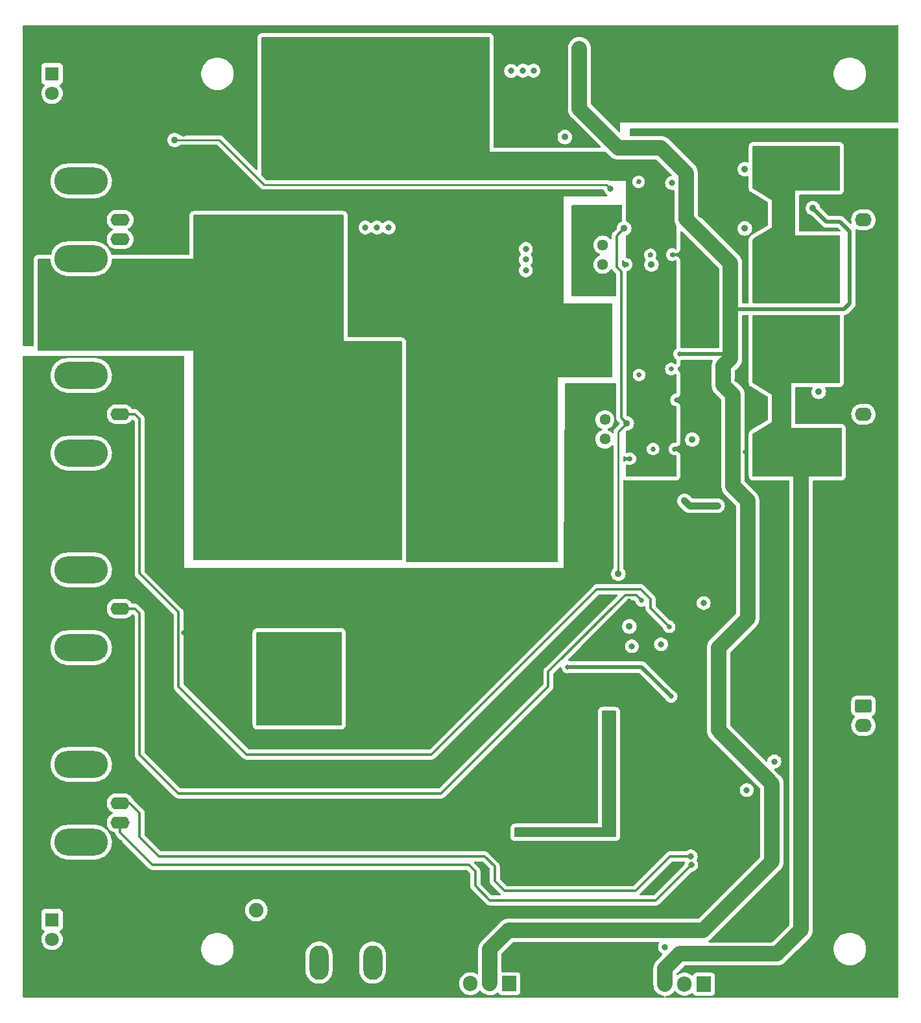
<source format=gbr>
%TF.GenerationSoftware,KiCad,Pcbnew,7.0.1*%
%TF.CreationDate,2023-05-22T15:23:34-04:00*%
%TF.ProjectId,bipolar_current_controller,6269706f-6c61-4725-9f63-757272656e74,rev?*%
%TF.SameCoordinates,Original*%
%TF.FileFunction,Copper,L3,Inr*%
%TF.FilePolarity,Positive*%
%FSLAX46Y46*%
G04 Gerber Fmt 4.6, Leading zero omitted, Abs format (unit mm)*
G04 Created by KiCad (PCBNEW 7.0.1) date 2023-05-22 15:23:34*
%MOMM*%
%LPD*%
G01*
G04 APERTURE LIST*
G04 Aperture macros list*
%AMRoundRect*
0 Rectangle with rounded corners*
0 $1 Rounding radius*
0 $2 $3 $4 $5 $6 $7 $8 $9 X,Y pos of 4 corners*
0 Add a 4 corners polygon primitive as box body*
4,1,4,$2,$3,$4,$5,$6,$7,$8,$9,$2,$3,0*
0 Add four circle primitives for the rounded corners*
1,1,$1+$1,$2,$3*
1,1,$1+$1,$4,$5*
1,1,$1+$1,$6,$7*
1,1,$1+$1,$8,$9*
0 Add four rect primitives between the rounded corners*
20,1,$1+$1,$2,$3,$4,$5,0*
20,1,$1+$1,$4,$5,$6,$7,0*
20,1,$1+$1,$6,$7,$8,$9,0*
20,1,$1+$1,$8,$9,$2,$3,0*%
G04 Aperture macros list end*
%TA.AperFunction,ComponentPad*%
%ADD10C,0.355600*%
%TD*%
%TA.AperFunction,ComponentPad*%
%ADD11R,1.905000X2.000000*%
%TD*%
%TA.AperFunction,ComponentPad*%
%ADD12O,1.905000X2.000000*%
%TD*%
%TA.AperFunction,ComponentPad*%
%ADD13RoundRect,0.250000X-0.845000X0.620000X-0.845000X-0.620000X0.845000X-0.620000X0.845000X0.620000X0*%
%TD*%
%TA.AperFunction,ComponentPad*%
%ADD14O,2.190000X1.740000*%
%TD*%
%TA.AperFunction,ComponentPad*%
%ADD15O,2.500000X4.500000*%
%TD*%
%TA.AperFunction,ComponentPad*%
%ADD16R,1.800000X1.800000*%
%TD*%
%TA.AperFunction,ComponentPad*%
%ADD17C,1.800000*%
%TD*%
%TA.AperFunction,ComponentPad*%
%ADD18C,1.440000*%
%TD*%
%TA.AperFunction,ComponentPad*%
%ADD19O,2.500000X1.600000*%
%TD*%
%TA.AperFunction,ComponentPad*%
%ADD20O,7.000000X3.500000*%
%TD*%
%TA.AperFunction,ViaPad*%
%ADD21C,0.889000*%
%TD*%
%TA.AperFunction,ViaPad*%
%ADD22C,0.800000*%
%TD*%
%TA.AperFunction,ViaPad*%
%ADD23C,0.635000*%
%TD*%
%TA.AperFunction,ViaPad*%
%ADD24C,1.651000*%
%TD*%
%TA.AperFunction,ViaPad*%
%ADD25C,1.905000*%
%TD*%
%TA.AperFunction,Conductor*%
%ADD26C,2.032000*%
%TD*%
%TA.AperFunction,Conductor*%
%ADD27C,0.889000*%
%TD*%
%TA.AperFunction,Conductor*%
%ADD28C,0.508000*%
%TD*%
%TA.AperFunction,Conductor*%
%ADD29C,0.200000*%
%TD*%
%TA.AperFunction,Conductor*%
%ADD30C,0.304800*%
%TD*%
%TA.AperFunction,Conductor*%
%ADD31C,0.250000*%
%TD*%
G04 APERTURE END LIST*
D10*
%TO.N,-15V*%
%TO.C,U8*%
X161636824Y-48491039D03*
X161636824Y-50015039D03*
X161636824Y-51539039D03*
X162081324Y-49253039D03*
X162081324Y-50777039D03*
X162525824Y-48491039D03*
X162525824Y-50015039D03*
X162525824Y-51539039D03*
X162970324Y-49253039D03*
X162970324Y-50777039D03*
X163414824Y-48491039D03*
X163414824Y-50015039D03*
X163414824Y-51539039D03*
%TD*%
D11*
%TO.N,Net-(U12-ADJ)*%
%TO.C,U12*%
X152400000Y-150640058D03*
D12*
%TO.N,Net-(U12-VI)*%
X149860000Y-150640058D03*
%TO.N,V-*%
X147320000Y-150640058D03*
%TD*%
D13*
%TO.N,GND*%
%TO.C,J7*%
X173228000Y-48260000D03*
D14*
%TO.N,Net-(J7-Pin_2)*%
X173228000Y-50800000D03*
%TD*%
D15*
%TO.N,+24V*%
%TO.C,P1*%
X102164000Y-147828000D03*
%TO.N,GND*%
X105664000Y-147828000D03*
%TO.N,-24V*%
X109164000Y-147828000D03*
%TD*%
D16*
%TO.N,Net-(D6-K)*%
%TO.C,D6*%
X67310000Y-31750000D03*
D17*
%TO.N,Digital_control*%
X67310000Y-34290000D03*
%TD*%
D18*
%TO.N,GND*%
%TO.C,RV1*%
X139197249Y-51558848D03*
%TO.N,Net-(R13-Pad2)*%
X139197249Y-54098848D03*
%TO.N,-5V*%
X139197249Y-56638848D03*
%TD*%
D13*
%TO.N,GND*%
%TO.C,J8*%
X173228000Y-73660000D03*
D14*
%TO.N,Net-(J8-Pin_2)*%
X173228000Y-76200000D03*
%TD*%
D19*
%TO.N,Net-(J1-In)*%
%TO.C,J1*%
X76200000Y-101600000D03*
%TO.N,GND*%
X76200000Y-104140000D03*
D20*
%TO.N,N/C*%
X71120000Y-106680000D03*
X71120000Y-96520000D03*
%TD*%
D19*
%TO.N,Net-(J2-In)*%
%TO.C,J2*%
X76200000Y-127000000D03*
%TO.N,Net-(J2-Ext)*%
X76200000Y-129540000D03*
D20*
%TO.N,N/C*%
X71120000Y-132080000D03*
X71120000Y-121920000D03*
%TD*%
D10*
%TO.N,V-*%
%TO.C,U7*%
X161618527Y-73858822D03*
X161618527Y-75382822D03*
X161618527Y-76906822D03*
X162063027Y-74620822D03*
X162063027Y-76144822D03*
X162507527Y-73858822D03*
X162507527Y-75382822D03*
X162507527Y-76906822D03*
X162952027Y-74620822D03*
X162952027Y-76144822D03*
X163396527Y-73858822D03*
X163396527Y-75382822D03*
X163396527Y-76906822D03*
%TD*%
D11*
%TO.N,Net-(U11-ADJ)*%
%TO.C,U11*%
X127000000Y-150561586D03*
D12*
%TO.N,V+*%
X124460000Y-150561586D03*
%TO.N,Net-(U11-VI)*%
X121920000Y-150561586D03*
%TD*%
D18*
%TO.N,GND*%
%TO.C,RV2*%
X139467129Y-81999056D03*
%TO.N,Net-(R15-Pad2)*%
X139467129Y-79459056D03*
%TO.N,+5V*%
X139467129Y-76919056D03*
%TD*%
D19*
%TO.N,Net-(J6-In)*%
%TO.C,J6*%
X76200000Y-50800000D03*
%TO.N,Net-(J6-Ext)*%
X76200000Y-53340000D03*
D20*
%TO.N,N/C*%
X71120000Y-55880000D03*
X71120000Y-45720000D03*
%TD*%
D13*
%TO.N,POWER_GND_REF*%
%TO.C,J9*%
X173228000Y-114300000D03*
D14*
%TO.N,U2*%
X173228000Y-116840000D03*
%TD*%
D16*
%TO.N,Net-(D3-K)*%
%TO.C,D3*%
X67310000Y-142240000D03*
D17*
%TO.N,+5V*%
X67310000Y-144780000D03*
%TD*%
D19*
%TO.N,Net-(J4-In)*%
%TO.C,J4*%
X76200000Y-76200000D03*
%TO.N,GND*%
X76200000Y-78740000D03*
D20*
%TO.N,N/C*%
X71120000Y-81280000D03*
X71120000Y-71120000D03*
%TD*%
D21*
%TO.N,+15V*%
X150876000Y-79502000D03*
X167386000Y-73279000D03*
X154178000Y-88138000D03*
D22*
X129159000Y-54610000D03*
X129159000Y-57404000D03*
X157982938Y-125284119D03*
X142995702Y-106502801D03*
D21*
X142667004Y-103922803D03*
X149860000Y-87503000D03*
D22*
X129159000Y-56007000D03*
D23*
%TO.N,GND*%
X151055911Y-102890211D03*
D22*
X122936000Y-67056000D03*
D23*
X81915000Y-110490000D03*
X116840000Y-50800000D03*
X135639515Y-53399489D03*
D21*
X143718922Y-33172935D03*
X121920000Y-71628000D03*
D23*
X167640000Y-127508000D03*
D21*
X128016000Y-71628000D03*
D23*
X77470000Y-133985000D03*
X148155575Y-109675244D03*
X85090000Y-136093200D03*
X142277096Y-56650718D03*
X120015000Y-132715000D03*
X81280000Y-119380000D03*
D21*
X142448922Y-32537935D03*
D23*
X126111000Y-37465000D03*
X137109200Y-140716000D03*
X137354061Y-102901414D03*
X157811937Y-110882289D03*
X160552198Y-117820051D03*
X169723832Y-49236282D03*
X84454402Y-36967784D03*
D22*
X120650000Y-63246000D03*
D23*
X78105000Y-125095000D03*
X147522343Y-140457499D03*
X131653922Y-29997935D03*
D22*
X129540000Y-61722000D03*
D23*
X78740000Y-99060000D03*
X151071886Y-138957959D03*
D22*
X122682000Y-61468000D03*
D23*
X117602000Y-53340000D03*
X77381114Y-38388970D03*
X88265000Y-121285000D03*
D21*
X142448922Y-34442935D03*
D23*
X127381000Y-28321000D03*
D22*
X128524000Y-69088000D03*
D21*
X144988922Y-33807935D03*
X119380000Y-79756000D03*
D23*
X81280000Y-105410000D03*
X85852000Y-111252000D03*
D22*
X129540000Y-63754000D03*
D24*
X73676179Y-142129016D03*
D23*
X125291800Y-142258404D03*
D24*
X108458000Y-140154326D03*
D23*
X80010000Y-74295000D03*
X151993004Y-50169869D03*
X117583786Y-140126400D03*
D24*
X105664000Y-140154326D03*
D23*
X76200000Y-132080000D03*
D22*
X120650000Y-61468000D03*
D21*
X141178922Y-34442935D03*
X144988922Y-31267935D03*
D23*
X148269173Y-55369716D03*
X110490000Y-136093200D03*
D21*
X139908922Y-31902935D03*
D23*
X112395000Y-58420000D03*
X131013200Y-140716000D03*
D21*
X133604000Y-122936000D03*
D23*
X135331200Y-137464800D03*
X107315000Y-62357000D03*
X98425000Y-132715000D03*
X118364000Y-123444000D03*
X88900000Y-132715000D03*
X145538770Y-106172043D03*
X163140719Y-127231458D03*
X80645000Y-116205000D03*
D22*
X128016000Y-61468000D03*
D23*
X167640000Y-121412000D03*
X83185000Y-132715000D03*
D21*
X127000000Y-79756000D03*
D23*
X155211531Y-92643515D03*
X101600000Y-136144000D03*
D21*
X143718922Y-30632935D03*
D23*
X157833805Y-81084503D03*
D22*
X125222000Y-67310000D03*
D21*
X124460000Y-82296000D03*
D22*
X120650000Y-67056000D03*
X126492000Y-69088000D03*
D21*
X144988922Y-29997935D03*
D23*
X101600000Y-119380000D03*
X167640000Y-133604000D03*
D22*
X125730000Y-63500000D03*
D23*
X148599431Y-80747683D03*
X131653922Y-34569935D03*
X80645000Y-102870000D03*
D22*
X122682000Y-63500000D03*
D21*
X128016000Y-122936000D03*
D23*
X73660000Y-127635000D03*
X161425163Y-94616097D03*
X123825000Y-135890000D03*
X146794145Y-100592165D03*
X127635000Y-50165000D03*
D22*
X120650000Y-69088000D03*
D23*
X145409742Y-55392753D03*
D21*
X132588000Y-50292000D03*
D23*
X84455000Y-123190000D03*
X114935000Y-119380000D03*
X131445000Y-37465000D03*
X107061000Y-58420000D03*
X150164377Y-41343253D03*
X80010000Y-90170000D03*
X140864945Y-35966935D03*
D21*
X134112000Y-64008000D03*
D23*
X72096620Y-142240064D03*
D22*
X125984000Y-66040000D03*
D23*
X82550000Y-136525000D03*
X80010000Y-95885000D03*
D21*
X132080000Y-54356000D03*
X139908922Y-33807935D03*
D23*
X144226922Y-35966935D03*
X156517568Y-135080830D03*
X122555000Y-132715000D03*
X134366000Y-32385000D03*
D21*
X141178922Y-31267935D03*
D23*
X142736481Y-82010986D03*
D21*
X130048000Y-82296000D03*
D23*
X108712000Y-99822000D03*
X167640000Y-109728000D03*
X84449347Y-39624000D03*
X130175000Y-137160000D03*
X153830010Y-124876038D03*
X156715323Y-71753171D03*
X80010000Y-84455000D03*
X106019600Y-136144000D03*
X89535000Y-115570000D03*
D21*
X142448922Y-31267935D03*
X125476000Y-71628000D03*
D23*
X132080000Y-132715000D03*
X135255000Y-132715000D03*
X142675532Y-100597953D03*
D22*
X120650000Y-65278000D03*
D21*
X144988922Y-32537935D03*
D23*
X143926731Y-71066918D03*
X128905000Y-113030000D03*
X111125000Y-124460000D03*
X91440000Y-132715000D03*
D21*
X141178922Y-32537935D03*
D23*
X133604000Y-106172000D03*
X126365000Y-136525000D03*
X140716000Y-137160000D03*
D21*
X116332000Y-79756000D03*
D23*
X157819007Y-55746584D03*
X84455000Y-100965000D03*
X168656000Y-117856000D03*
X134162800Y-140766800D03*
X121920000Y-118110000D03*
X153622816Y-102880105D03*
X146862800Y-133299200D03*
D21*
X131064000Y-71628000D03*
D24*
X162052000Y-142240000D03*
D23*
X81915000Y-98425000D03*
X123190000Y-111760000D03*
X97790000Y-136144000D03*
X150188370Y-66297411D03*
X71897575Y-31752096D03*
D22*
X125222000Y-61214000D03*
D23*
X141122400Y-140766800D03*
X80010000Y-93345000D03*
X76835000Y-89535000D03*
X145767247Y-80745421D03*
X80645000Y-130175000D03*
X135890000Y-80264000D03*
D22*
X123444000Y-65278000D03*
D23*
X148065187Y-101568008D03*
X80010000Y-76835000D03*
X144226922Y-28600935D03*
D21*
X128939168Y-59656244D03*
D23*
X145538770Y-103709754D03*
X154155979Y-76067877D03*
X73025000Y-75565000D03*
X76200000Y-83185000D03*
D22*
X122428000Y-69088000D03*
D23*
X156571504Y-46611814D03*
X140864945Y-28641225D03*
X89001600Y-136144000D03*
X119814190Y-141668003D03*
D21*
X130048000Y-79756000D03*
D23*
X101600000Y-124460000D03*
D21*
X133096000Y-70104000D03*
X143718922Y-31902935D03*
X124460000Y-79756000D03*
D23*
X79375000Y-135890000D03*
X167740448Y-103501913D03*
D22*
X129540000Y-67818000D03*
D21*
X136144000Y-66040000D03*
X119380000Y-82296000D03*
D23*
X140828404Y-113010136D03*
D21*
X129540000Y-122936000D03*
D22*
X124460000Y-69088000D03*
D23*
X116840000Y-132715000D03*
X92710000Y-124460000D03*
D21*
X139908922Y-30632935D03*
D23*
X148826329Y-74335314D03*
X84512682Y-104767018D03*
D21*
X142448922Y-29997935D03*
X121412000Y-79756000D03*
D23*
X122555000Y-50165000D03*
X92075000Y-136144000D03*
X80010000Y-80645000D03*
X125095000Y-53340000D03*
D22*
X129540000Y-65532000D03*
D23*
X125095000Y-58674000D03*
X107950000Y-119380000D03*
X148300585Y-135503323D03*
X167741889Y-97313903D03*
X148027762Y-105540972D03*
D21*
X141178922Y-29997935D03*
D23*
X153967344Y-50834856D03*
X127000000Y-132715000D03*
X145288000Y-138582400D03*
X94615000Y-119380000D03*
D21*
X127000000Y-82296000D03*
D22*
X128016000Y-66802000D03*
D23*
X152908000Y-137160000D03*
D21*
X131826000Y-122936000D03*
D23*
X137292146Y-97380801D03*
D22*
X127762000Y-64516000D03*
D23*
X118745000Y-116840000D03*
X169672000Y-74676000D03*
X80010000Y-128270000D03*
X76835000Y-73660000D03*
D21*
X131572000Y-68072000D03*
X116332000Y-82296000D03*
X121412000Y-82296000D03*
D23*
X143881837Y-45847894D03*
X85090000Y-118110000D03*
X153960059Y-127979467D03*
X78740000Y-73660000D03*
X77470000Y-95885000D03*
X144678400Y-135077200D03*
D22*
%TO.N,-15V*%
X146801759Y-106241834D03*
D21*
X88392000Y-84328000D03*
X96520000Y-59055000D03*
X67564000Y-59436000D03*
X108204000Y-89916000D03*
X105156000Y-78740000D03*
X102616000Y-69088000D03*
X102870000Y-53340000D03*
X97028000Y-70612000D03*
X101600000Y-51435000D03*
X99060000Y-93472000D03*
X97155000Y-55245000D03*
X105156000Y-73660000D03*
X108204000Y-86868000D03*
X111760000Y-93472000D03*
X97790000Y-60325000D03*
X97028000Y-62484000D03*
X99060000Y-51435000D03*
X92964000Y-58928000D03*
X89916000Y-53848000D03*
X99568000Y-69088000D03*
X73660000Y-64516000D03*
X104140000Y-55245000D03*
X99060000Y-81788000D03*
X90424000Y-62484000D03*
X103505000Y-57150000D03*
X90424000Y-67564000D03*
D22*
X130165324Y-31323190D03*
D21*
X88392000Y-90932000D03*
X99568000Y-64008000D03*
X92964000Y-53848000D03*
X105156000Y-84328000D03*
X87376000Y-65024000D03*
X101600000Y-55245000D03*
X76708000Y-59436000D03*
X108204000Y-81788000D03*
X87376000Y-74168000D03*
X79756000Y-64516000D03*
X102616000Y-66548000D03*
X105156000Y-93472000D03*
X90424000Y-65024000D03*
X97028000Y-67564000D03*
X70612000Y-64516000D03*
D22*
X161596302Y-121547000D03*
D21*
X89916000Y-58928000D03*
X87376000Y-70612000D03*
X93472000Y-74168000D03*
X111760000Y-76200000D03*
X99060000Y-59055000D03*
X87376000Y-67564000D03*
X157734000Y-44196000D03*
X88392000Y-87376000D03*
X108204000Y-84328000D03*
X105156000Y-86868000D03*
X105156000Y-89916000D03*
X93472000Y-62484000D03*
X102108000Y-93472000D03*
X76708000Y-61976000D03*
X145542000Y-56642000D03*
X111760000Y-89916000D03*
X96520000Y-89916000D03*
X88392000Y-81788000D03*
X102108000Y-76708000D03*
X93472000Y-70612000D03*
X96520000Y-93472000D03*
X102108000Y-79248000D03*
X96520000Y-84328000D03*
X82804000Y-64516000D03*
X102616000Y-64008000D03*
X108204000Y-93472000D03*
X70612000Y-59436000D03*
X108204000Y-73660000D03*
X98425000Y-53340000D03*
X70612000Y-61976000D03*
X99695000Y-55245000D03*
X97028000Y-74168000D03*
X102108000Y-81788000D03*
X90424000Y-70612000D03*
X73660000Y-59436000D03*
X100330000Y-53340000D03*
X105156000Y-81788000D03*
X99568000Y-66548000D03*
X79756000Y-61976000D03*
X89916000Y-56388000D03*
X111760000Y-81788000D03*
X76708000Y-64516000D03*
X100965000Y-60325000D03*
X134239000Y-40005000D03*
X86868000Y-58928000D03*
D22*
X128782844Y-31333990D03*
D21*
X105156000Y-76200000D03*
X96520000Y-86868000D03*
X108204000Y-70612000D03*
X102108000Y-89916000D03*
D22*
X152364946Y-100855373D03*
D21*
X102108000Y-86868000D03*
X111760000Y-86868000D03*
X82804000Y-61976000D03*
D22*
X127238355Y-31366392D03*
D21*
X93472000Y-67564000D03*
X86868000Y-53848000D03*
X99060000Y-89916000D03*
X99060000Y-86868000D03*
X97155000Y-51435000D03*
X108204000Y-76200000D03*
X73660000Y-61976000D03*
X88392000Y-79248000D03*
X97790000Y-57150000D03*
X67564000Y-61976000D03*
X82804000Y-59436000D03*
X99060000Y-84328000D03*
X111760000Y-68072000D03*
X108204000Y-78740000D03*
X79756000Y-59436000D03*
X100965000Y-57150000D03*
X157734000Y-51943000D03*
X67564000Y-64516000D03*
X93472000Y-65024000D03*
X96520000Y-81788000D03*
X92964000Y-56388000D03*
X111760000Y-78740000D03*
X111760000Y-73660000D03*
X90424000Y-74168000D03*
X104140000Y-51435000D03*
X87376000Y-62484000D03*
X102235000Y-59055000D03*
X111760000Y-70612000D03*
X93472000Y-91948000D03*
X93472000Y-88392000D03*
X102108000Y-84328000D03*
X97028000Y-65024000D03*
X86868000Y-56388000D03*
X111760000Y-84328000D03*
X93472000Y-85344000D03*
X104140000Y-60325000D03*
D23*
%TO.N,-2V5*%
X134620000Y-109220000D03*
X148126800Y-113060317D03*
%TO.N,+2V5*%
X129540000Y-130810000D03*
X128270000Y-130659163D03*
X139878959Y-115338405D03*
D22*
%TO.N,-5V*%
X103632000Y-112268000D03*
X103632000Y-106172000D03*
X95504000Y-114808000D03*
X99568000Y-106172000D03*
X99568000Y-112776000D03*
X97028000Y-111760000D03*
X101092000Y-114808000D03*
X111252000Y-51816000D03*
X99568000Y-110236000D03*
X97028000Y-108712000D03*
X101600000Y-110744000D03*
X101600000Y-112776000D03*
X98044000Y-114808000D03*
X99568000Y-107696000D03*
X103632000Y-114808000D03*
X108204000Y-51816000D03*
X95504000Y-106172000D03*
X101600000Y-106172000D03*
X101600000Y-107696000D03*
X109728000Y-51816000D03*
X103632000Y-108204000D03*
X95504000Y-110236000D03*
X97536000Y-106172000D03*
X103632000Y-110236000D03*
D21*
%TO.N,V+*%
X148590000Y-43125585D03*
D25*
X136153500Y-28457500D03*
D21*
X166624000Y-49276000D03*
X153475627Y-54102000D03*
D23*
X149225000Y-68326000D03*
D21*
%TO.N,V-*%
X117475000Y-33655000D03*
X115570000Y-33655000D03*
X118745000Y-35560000D03*
X121285000Y-35560000D03*
X123825000Y-35560000D03*
X123190000Y-30480000D03*
X121285000Y-31750000D03*
X122555000Y-37465000D03*
X120015000Y-33655000D03*
X116840000Y-31750000D03*
X118745000Y-39370000D03*
X118110000Y-30480000D03*
X123190000Y-31750000D03*
X121920000Y-33655000D03*
X116205000Y-39370000D03*
X116840000Y-35560000D03*
D22*
X142748000Y-47752000D03*
D21*
X118745000Y-31750000D03*
X115570000Y-30480000D03*
X117475000Y-37465000D03*
D22*
X146050000Y-82042000D03*
D21*
X120650000Y-30480000D03*
D23*
X142890239Y-73079467D03*
D21*
X120015000Y-37465000D03*
X121285000Y-39370000D03*
D23*
%TO.N,Net-(J1-In)*%
X144270733Y-100531174D03*
D22*
%TO.N,Net-(J2-In)*%
X150683599Y-133942756D03*
%TO.N,Net-(J2-Ext)*%
X150745586Y-135058437D03*
D23*
%TO.N,Net-(J4-In)*%
X147867684Y-103956128D03*
D21*
%TO.N,Net-(J5-Pin_3)*%
X142326661Y-77386257D03*
X141224000Y-97028000D03*
X141992606Y-51924665D03*
D23*
%TO.N,Digital_control*%
X148146169Y-70290173D03*
D21*
X83312000Y-40386000D03*
D22*
X140208000Y-46736000D03*
X148242140Y-46003024D03*
%TO.N,Net-(U12-ADJ)*%
X147317096Y-145787623D03*
D25*
%TO.N,Net-(U11-VI)*%
X93980000Y-140970000D03*
%TD*%
D26*
%TO.N,V+*%
X156210000Y-73660000D02*
X154940000Y-72390000D01*
D27*
%TO.N,+15V*%
X154178000Y-88138000D02*
X150495000Y-88138000D01*
X150495000Y-88138000D02*
X149860000Y-87503000D01*
D28*
%TO.N,-2V5*%
X144286483Y-109220000D02*
X148126800Y-113060317D01*
X134620000Y-109220000D02*
X144286483Y-109220000D01*
D26*
%TO.N,V+*%
X136153500Y-36331500D02*
X136153500Y-28457500D01*
X124460000Y-146050000D02*
X126898400Y-143611600D01*
X154305000Y-106680000D02*
X158115000Y-102870000D01*
X152298400Y-143611600D02*
X161290000Y-134620000D01*
X154940000Y-69850000D02*
X154940000Y-72390000D01*
D28*
X168402000Y-51054000D02*
X166624000Y-49276000D01*
D26*
X154305000Y-117475000D02*
X154305000Y-106680000D01*
X155886246Y-68903754D02*
X154940000Y-69850000D01*
X158115000Y-102870000D02*
X158115000Y-87503000D01*
X156210000Y-73660000D02*
X156210000Y-85598000D01*
X150076896Y-44666896D02*
X146812000Y-41402000D01*
D28*
X153475627Y-54102000D02*
X153475627Y-54161627D01*
D26*
X150076896Y-50703269D02*
X150076896Y-44666896D01*
X124460000Y-150561586D02*
X124460000Y-146050000D01*
D28*
X149225000Y-68326000D02*
X155886246Y-68326000D01*
D26*
X155886246Y-68326000D02*
X155886246Y-68903754D01*
X155886246Y-68326000D02*
X155886246Y-62992000D01*
X141224000Y-41402000D02*
X136153500Y-36331500D01*
D28*
X170688000Y-62484000D02*
X156394246Y-62484000D01*
X171450000Y-61722000D02*
X170688000Y-62484000D01*
X171450000Y-52324000D02*
X170180000Y-51054000D01*
D26*
X146812000Y-41402000D02*
X141224000Y-41402000D01*
D28*
X170180000Y-51054000D02*
X168402000Y-51054000D01*
D26*
X126898400Y-143611600D02*
X152298400Y-143611600D01*
X161290000Y-124460000D02*
X154305000Y-117475000D01*
X155886246Y-56512619D02*
X150076896Y-50703269D01*
D28*
X171450000Y-52324000D02*
X171450000Y-61722000D01*
D26*
X156210000Y-85598000D02*
X158115000Y-87503000D01*
X161290000Y-134620000D02*
X161290000Y-124460000D01*
X155886246Y-62992000D02*
X155886246Y-56512619D01*
D29*
X156394246Y-62484000D02*
X155886246Y-62992000D01*
D26*
%TO.N,V-*%
X165100000Y-91694000D02*
X165100000Y-82550000D01*
X149225000Y-146685000D02*
X161925000Y-146685000D01*
X161925000Y-146685000D02*
X165100000Y-143510000D01*
X147320000Y-148590000D02*
X149225000Y-146685000D01*
X147320000Y-150640058D02*
X147320000Y-148590000D01*
X165100000Y-143510000D02*
X165100000Y-91694000D01*
D30*
%TO.N,Net-(J1-In)*%
X83820000Y-125730000D02*
X118110000Y-125730000D01*
X78740000Y-102235000D02*
X78740000Y-120650000D01*
X76200000Y-101600000D02*
X78105000Y-101600000D01*
X132080000Y-111760000D02*
X132080000Y-109855000D01*
X78740000Y-120650000D02*
X83820000Y-125730000D01*
X78105000Y-101600000D02*
X78740000Y-102235000D01*
X132080000Y-109855000D02*
X142113000Y-99822000D01*
X143561559Y-99822000D02*
X144270733Y-100531174D01*
X142113000Y-99822000D02*
X143561559Y-99822000D01*
X118110000Y-125730000D02*
X132080000Y-111760000D01*
%TO.N,Net-(J2-In)*%
X147997244Y-133942756D02*
X150683599Y-133942756D01*
X125095000Y-135255000D02*
X125095000Y-137160000D01*
X123782756Y-133942756D02*
X125095000Y-135255000D01*
X78740000Y-131445000D02*
X81237756Y-133942756D01*
X143475100Y-138464900D02*
X147997244Y-133942756D01*
X76200000Y-127000000D02*
X77470000Y-127000000D01*
X126399900Y-138464900D02*
X143475100Y-138464900D01*
X81237756Y-133942756D02*
X123782756Y-133942756D01*
X77470000Y-127000000D02*
X78740000Y-128270000D01*
X78740000Y-128270000D02*
X78740000Y-131445000D01*
X125095000Y-137160000D02*
X126399900Y-138464900D01*
%TO.N,Net-(J2-Ext)*%
X124460000Y-139700000D02*
X146104023Y-139700000D01*
X76200000Y-130810000D02*
X76200000Y-129540000D01*
X122555000Y-135890000D02*
X122555000Y-137795000D01*
X80448437Y-135058437D02*
X121723437Y-135058437D01*
X146104023Y-139700000D02*
X150745586Y-135058437D01*
X122555000Y-137795000D02*
X124460000Y-139700000D01*
X80448437Y-135058437D02*
X76200000Y-130810000D01*
X121723437Y-135058437D02*
X122555000Y-135890000D01*
%TO.N,Net-(J4-In)*%
X78740000Y-76835000D02*
X78740000Y-96980260D01*
X138430000Y-99060000D02*
X144145000Y-99060000D01*
X83820000Y-102060260D02*
X83820000Y-102870000D01*
X78105000Y-76200000D02*
X78740000Y-76835000D01*
X145415000Y-101503444D02*
X147867684Y-103956128D01*
X83820000Y-102870000D02*
X83820000Y-111760000D01*
X83820000Y-111760000D02*
X92710000Y-120650000D01*
X92710000Y-120650000D02*
X116840000Y-120650000D01*
X116840000Y-120650000D02*
X138430000Y-99060000D01*
X78740000Y-96980260D02*
X83820000Y-102060260D01*
X76200000Y-76200000D02*
X78105000Y-76200000D01*
X145415000Y-100330000D02*
X145415000Y-101503444D01*
X144145000Y-99060000D02*
X145415000Y-100330000D01*
X83820000Y-102870000D02*
X83820000Y-102235000D01*
%TO.N,Net-(J5-Pin_3)*%
X141020800Y-52896471D02*
X141992606Y-51924665D01*
D31*
X141224000Y-78488918D02*
X142326661Y-77386257D01*
D30*
X141020800Y-56997600D02*
X141020800Y-52896471D01*
D31*
X141224000Y-97028000D02*
X141224000Y-78488918D01*
D30*
X141605000Y-76664596D02*
X141605000Y-57581800D01*
X141605000Y-57581800D02*
X141020800Y-56997600D01*
X142326661Y-77386257D02*
X141605000Y-76664596D01*
D31*
%TO.N,Digital_control*%
X83312000Y-40386000D02*
X89154000Y-40386000D01*
X139700000Y-46228000D02*
X140208000Y-46736000D01*
X89154000Y-40386000D02*
X94996000Y-46228000D01*
X94996000Y-46228000D02*
X139700000Y-46228000D01*
%TD*%
%TA.AperFunction,Conductor*%
%TO.N,-15V*%
G36*
X170118000Y-41147124D02*
G01*
X170163387Y-41192511D01*
X170180000Y-41254511D01*
X170180000Y-46866000D01*
X170163387Y-46928000D01*
X170118000Y-46973387D01*
X170056000Y-46990000D01*
X164338000Y-46990000D01*
X164338000Y-52832000D01*
X170056000Y-52832000D01*
X170118000Y-52848613D01*
X170163387Y-52894000D01*
X170180000Y-52956000D01*
X170180000Y-61605500D01*
X170163387Y-61667500D01*
X170118000Y-61712887D01*
X170056000Y-61729500D01*
X158887048Y-61729500D01*
X158825048Y-61712887D01*
X158779661Y-61667500D01*
X158763048Y-61605500D01*
X158763048Y-53392718D01*
X158779143Y-53331623D01*
X158823251Y-53286389D01*
X161303048Y-51798512D01*
X161303048Y-48242511D01*
X161303047Y-48242510D01*
X159649849Y-47250592D01*
X158823250Y-46754632D01*
X158779143Y-46709399D01*
X158763048Y-46648304D01*
X158763048Y-41254511D01*
X158779661Y-41192511D01*
X158825048Y-41147124D01*
X158887048Y-41130511D01*
X170056000Y-41130511D01*
X170118000Y-41147124D01*
G37*
%TD.AperFunction*%
%TD*%
%TA.AperFunction,Conductor*%
%TO.N,GND*%
G36*
X177737500Y-25417113D02*
G01*
X177782887Y-25462500D01*
X177799500Y-25524500D01*
X177799500Y-37976000D01*
X177782887Y-38038000D01*
X177737500Y-38083387D01*
X177675500Y-38100000D01*
X141478000Y-38100000D01*
X141478000Y-39211983D01*
X141464485Y-39268278D01*
X141426885Y-39312301D01*
X141373398Y-39334456D01*
X141315682Y-39329914D01*
X141266319Y-39299664D01*
X137706319Y-35739664D01*
X137679439Y-35699436D01*
X137670000Y-35651983D01*
X137670000Y-31895525D01*
X169322500Y-31895525D01*
X169362131Y-32183862D01*
X169385395Y-32266892D01*
X169440656Y-32464121D01*
X169556611Y-32731075D01*
X169707835Y-32979754D01*
X169891513Y-33205524D01*
X169891514Y-33205525D01*
X170104224Y-33404183D01*
X170341998Y-33572023D01*
X170342002Y-33572025D01*
X170600421Y-33705927D01*
X170874666Y-33803393D01*
X171159629Y-33862609D01*
X171377327Y-33877500D01*
X171522672Y-33877500D01*
X171522673Y-33877500D01*
X171740371Y-33862609D01*
X172025334Y-33803393D01*
X172299579Y-33705927D01*
X172557998Y-33572025D01*
X172795777Y-33404182D01*
X173008486Y-33205525D01*
X173192165Y-32979754D01*
X173343389Y-32731075D01*
X173459344Y-32464121D01*
X173537868Y-32183864D01*
X173577500Y-31895525D01*
X173577500Y-31604475D01*
X173537868Y-31316136D01*
X173459344Y-31035879D01*
X173343389Y-30768925D01*
X173192165Y-30520246D01*
X173008486Y-30294475D01*
X172795777Y-30095818D01*
X172795775Y-30095816D01*
X172558001Y-29927976D01*
X172299575Y-29794071D01*
X172025333Y-29696606D01*
X171740375Y-29637391D01*
X171566212Y-29625478D01*
X171522673Y-29622500D01*
X171377327Y-29622500D01*
X171341044Y-29624981D01*
X171159624Y-29637391D01*
X170874666Y-29696606D01*
X170600424Y-29794071D01*
X170341998Y-29927976D01*
X170104224Y-30095816D01*
X169891514Y-30294474D01*
X169707834Y-30520247D01*
X169556611Y-30768924D01*
X169440657Y-31035876D01*
X169362131Y-31316137D01*
X169322500Y-31604475D01*
X169322500Y-31895525D01*
X137670000Y-31895525D01*
X137670000Y-28396382D01*
X137665051Y-28335075D01*
X137655232Y-28213445D01*
X137596636Y-27975711D01*
X137500663Y-27750454D01*
X137369799Y-27543510D01*
X137207434Y-27360238D01*
X137017773Y-27205384D01*
X136805727Y-27082960D01*
X136713546Y-27048000D01*
X136576789Y-26996134D01*
X136336886Y-26947158D01*
X136092241Y-26937299D01*
X135849171Y-26966813D01*
X135613994Y-27034933D01*
X135392781Y-27139901D01*
X135191276Y-27278989D01*
X135014690Y-27448602D01*
X134867600Y-27644343D01*
X134811909Y-27750454D01*
X134753812Y-27861149D01*
X134715566Y-27975711D01*
X134676275Y-28093401D01*
X134637000Y-28335074D01*
X134637000Y-36314952D01*
X134636975Y-36317448D01*
X134634842Y-36423363D01*
X134645076Y-36495483D01*
X134645904Y-36502924D01*
X134651768Y-36575553D01*
X134661284Y-36614164D01*
X134663655Y-36626410D01*
X134669243Y-36665781D01*
X134690917Y-36735339D01*
X134692927Y-36742550D01*
X134710362Y-36813286D01*
X134725953Y-36849880D01*
X134730259Y-36861588D01*
X134742088Y-36899547D01*
X134774641Y-36964730D01*
X134777783Y-36971528D01*
X134806337Y-37038546D01*
X134827585Y-37072147D01*
X134833716Y-37083016D01*
X134851485Y-37118595D01*
X134851486Y-37118596D01*
X134894075Y-37177716D01*
X134898266Y-37183920D01*
X134937202Y-37245492D01*
X134963570Y-37275255D01*
X134971364Y-37284999D01*
X134994606Y-37317261D01*
X135046119Y-37368774D01*
X135051253Y-37374228D01*
X135099565Y-37428761D01*
X135130368Y-37453911D01*
X135139626Y-37462281D01*
X138870164Y-41192819D01*
X138900414Y-41242182D01*
X138904956Y-41299898D01*
X138882801Y-41353385D01*
X138838778Y-41390985D01*
X138782483Y-41404500D01*
X125089500Y-41404500D01*
X125027500Y-41387887D01*
X124982113Y-41342500D01*
X124965500Y-41280500D01*
X124965500Y-40005000D01*
X133289428Y-40005000D01*
X133307673Y-40190248D01*
X133307673Y-40190250D01*
X133307674Y-40190252D01*
X133361710Y-40368385D01*
X133449460Y-40532554D01*
X133495602Y-40588779D01*
X133567550Y-40676449D01*
X133639498Y-40735494D01*
X133711446Y-40794540D01*
X133875615Y-40882290D01*
X134053748Y-40936326D01*
X134239000Y-40954572D01*
X134424252Y-40936326D01*
X134602385Y-40882290D01*
X134766554Y-40794540D01*
X134910449Y-40676449D01*
X135028540Y-40532554D01*
X135116290Y-40368385D01*
X135170326Y-40190252D01*
X135188572Y-40005000D01*
X135170326Y-39819748D01*
X135116290Y-39641615D01*
X135028540Y-39477446D01*
X134969494Y-39405498D01*
X134910449Y-39333550D01*
X134822779Y-39261602D01*
X134766554Y-39215460D01*
X134602385Y-39127710D01*
X134424252Y-39073674D01*
X134424250Y-39073673D01*
X134424248Y-39073673D01*
X134264897Y-39057978D01*
X134239000Y-39055428D01*
X134238999Y-39055428D01*
X134053751Y-39073673D01*
X134053747Y-39073674D01*
X134053748Y-39073674D01*
X133875615Y-39127710D01*
X133875611Y-39127711D01*
X133875611Y-39127712D01*
X133711447Y-39215459D01*
X133567550Y-39333550D01*
X133483122Y-39436428D01*
X133449460Y-39477446D01*
X133361710Y-39641615D01*
X133338222Y-39719045D01*
X133307673Y-39819751D01*
X133289428Y-40005000D01*
X124965500Y-40005000D01*
X124965500Y-31366392D01*
X126332895Y-31366392D01*
X126352681Y-31554649D01*
X126411175Y-31734676D01*
X126505821Y-31898608D01*
X126632484Y-32039281D01*
X126785624Y-32150543D01*
X126958552Y-32227536D01*
X127143707Y-32266892D01*
X127143709Y-32266892D01*
X127333001Y-32266892D01*
X127333003Y-32266892D01*
X127456438Y-32240654D01*
X127518158Y-32227536D01*
X127691085Y-32150543D01*
X127844226Y-32039280D01*
X127880298Y-31999218D01*
X127933037Y-31940646D01*
X127991008Y-31904422D01*
X128059366Y-31904422D01*
X128117337Y-31940646D01*
X128176973Y-32006879D01*
X128330113Y-32118141D01*
X128503041Y-32195134D01*
X128688196Y-32234490D01*
X128688198Y-32234490D01*
X128877490Y-32234490D01*
X128877492Y-32234490D01*
X129000927Y-32208252D01*
X129062647Y-32195134D01*
X129235574Y-32118141D01*
X129344116Y-32039281D01*
X129399259Y-31999218D01*
X129399804Y-31999969D01*
X129437142Y-31974782D01*
X129496812Y-31968508D01*
X129552443Y-31990984D01*
X129559450Y-31996075D01*
X129559453Y-31996078D01*
X129712594Y-32107341D01*
X129712595Y-32107341D01*
X129712596Y-32107342D01*
X129885521Y-32184334D01*
X130070676Y-32223690D01*
X130070678Y-32223690D01*
X130259970Y-32223690D01*
X130259972Y-32223690D01*
X130383408Y-32197452D01*
X130445127Y-32184334D01*
X130618054Y-32107341D01*
X130711731Y-32039281D01*
X130771194Y-31996079D01*
X130897857Y-31855406D01*
X130992503Y-31691474D01*
X131036960Y-31554649D01*
X131050998Y-31511446D01*
X131070784Y-31323190D01*
X131050998Y-31134934D01*
X130992503Y-30954906D01*
X130992503Y-30954905D01*
X130897857Y-30790973D01*
X130771194Y-30650300D01*
X130618054Y-30539038D01*
X130445126Y-30462045D01*
X130259972Y-30422690D01*
X130259970Y-30422690D01*
X130070678Y-30422690D01*
X130070676Y-30422690D01*
X129885521Y-30462045D01*
X129712593Y-30539038D01*
X129548909Y-30657962D01*
X129548363Y-30657211D01*
X129511015Y-30682401D01*
X129451350Y-30688670D01*
X129395724Y-30666195D01*
X129388716Y-30661103D01*
X129388715Y-30661102D01*
X129235574Y-30549839D01*
X129235573Y-30549838D01*
X129235571Y-30549837D01*
X129062646Y-30472845D01*
X128877492Y-30433490D01*
X128877490Y-30433490D01*
X128688198Y-30433490D01*
X128688196Y-30433490D01*
X128503041Y-30472845D01*
X128330113Y-30549838D01*
X128176973Y-30661100D01*
X128088162Y-30759736D01*
X128030191Y-30795960D01*
X127961833Y-30795960D01*
X127903862Y-30759736D01*
X127844225Y-30693502D01*
X127691085Y-30582240D01*
X127518157Y-30505247D01*
X127333003Y-30465892D01*
X127333001Y-30465892D01*
X127143709Y-30465892D01*
X127143707Y-30465892D01*
X126958552Y-30505247D01*
X126785624Y-30582240D01*
X126632484Y-30693502D01*
X126505821Y-30834175D01*
X126411175Y-30998107D01*
X126352681Y-31178134D01*
X126332895Y-31366392D01*
X124965500Y-31366392D01*
X124965500Y-27047999D01*
X124958672Y-26996135D01*
X124948275Y-26917166D01*
X124931662Y-26855166D01*
X124881163Y-26733250D01*
X124800829Y-26628557D01*
X124755442Y-26583170D01*
X124650749Y-26502836D01*
X124528838Y-26452339D01*
X124466830Y-26435724D01*
X124336001Y-26418500D01*
X124336000Y-26418500D01*
X94739000Y-26418500D01*
X94738999Y-26418500D01*
X94608169Y-26435724D01*
X94546161Y-26452339D01*
X94424250Y-26502836D01*
X94319557Y-26583170D01*
X94274170Y-26628557D01*
X94193836Y-26733250D01*
X94143339Y-26855161D01*
X94126724Y-26917169D01*
X94109500Y-27047999D01*
X94109500Y-44157548D01*
X94095985Y-44213843D01*
X94058385Y-44257866D01*
X94004898Y-44280021D01*
X93947182Y-44275479D01*
X93897819Y-44245229D01*
X89654802Y-40002211D01*
X89641906Y-39986113D01*
X89590775Y-39938098D01*
X89587978Y-39935387D01*
X89568470Y-39915879D01*
X89565290Y-39913412D01*
X89556424Y-39905839D01*
X89524582Y-39875938D01*
X89507024Y-39866285D01*
X89490764Y-39855604D01*
X89474936Y-39843327D01*
X89434851Y-39825980D01*
X89424361Y-39820841D01*
X89386091Y-39799802D01*
X89366691Y-39794821D01*
X89348284Y-39788519D01*
X89329897Y-39780562D01*
X89286758Y-39773729D01*
X89275324Y-39771361D01*
X89233019Y-39760500D01*
X89212984Y-39760500D01*
X89193586Y-39758973D01*
X89186162Y-39757797D01*
X89173805Y-39755840D01*
X89173804Y-39755840D01*
X89140751Y-39758964D01*
X89130325Y-39759950D01*
X89118656Y-39760500D01*
X84079806Y-39760500D01*
X84026789Y-39748595D01*
X83992969Y-39722201D01*
X83992890Y-39722299D01*
X83988925Y-39719045D01*
X83983952Y-39715164D01*
X83983448Y-39714550D01*
X83839553Y-39596459D01*
X83750897Y-39549072D01*
X83675385Y-39508710D01*
X83497252Y-39454674D01*
X83497250Y-39454673D01*
X83497248Y-39454673D01*
X83312000Y-39436428D01*
X83126751Y-39454673D01*
X83126747Y-39454674D01*
X83126748Y-39454674D01*
X82948615Y-39508710D01*
X82948611Y-39508711D01*
X82948611Y-39508712D01*
X82784447Y-39596459D01*
X82640550Y-39714550D01*
X82522459Y-39858447D01*
X82450791Y-39992530D01*
X82434710Y-40022615D01*
X82390747Y-40167542D01*
X82380673Y-40200751D01*
X82362428Y-40385999D01*
X82380673Y-40571248D01*
X82380673Y-40571250D01*
X82380674Y-40571252D01*
X82434710Y-40749385D01*
X82522460Y-40913554D01*
X82568602Y-40969779D01*
X82640550Y-41057449D01*
X82712498Y-41116494D01*
X82784446Y-41175540D01*
X82948615Y-41263290D01*
X83126748Y-41317326D01*
X83312000Y-41335572D01*
X83497252Y-41317326D01*
X83675385Y-41263290D01*
X83839554Y-41175540D01*
X83983449Y-41057449D01*
X83983952Y-41056835D01*
X83988925Y-41052954D01*
X83992890Y-41049701D01*
X83992969Y-41049798D01*
X84026789Y-41023405D01*
X84079806Y-41011500D01*
X88843548Y-41011500D01*
X88891001Y-41020939D01*
X88931229Y-41047819D01*
X94495197Y-46611787D01*
X94508098Y-46627889D01*
X94510212Y-46629874D01*
X94510214Y-46629877D01*
X94557561Y-46674339D01*
X94559240Y-46675916D01*
X94562036Y-46678626D01*
X94581530Y-46698120D01*
X94584704Y-46700582D01*
X94593568Y-46708153D01*
X94625418Y-46738062D01*
X94635914Y-46743832D01*
X94642974Y-46747714D01*
X94659231Y-46758392D01*
X94675064Y-46770674D01*
X94689868Y-46777080D01*
X94715156Y-46788023D01*
X94725643Y-46793160D01*
X94763908Y-46814197D01*
X94783316Y-46819180D01*
X94801710Y-46825478D01*
X94820105Y-46833438D01*
X94863254Y-46840271D01*
X94874680Y-46842638D01*
X94890222Y-46846629D01*
X94916980Y-46853500D01*
X94916981Y-46853500D01*
X94937016Y-46853500D01*
X94956413Y-46855026D01*
X94976196Y-46858160D01*
X95019674Y-46854050D01*
X95031344Y-46853500D01*
X139209245Y-46853500D01*
X139259680Y-46864220D01*
X139301395Y-46894528D01*
X139327176Y-46939182D01*
X139380820Y-47104284D01*
X139475466Y-47268216D01*
X139602129Y-47408889D01*
X139765634Y-47527682D01*
X139804948Y-47575203D01*
X139816504Y-47635786D01*
X139797446Y-47694443D01*
X139752486Y-47736662D01*
X139692749Y-47752000D01*
X134112000Y-47752000D01*
X134112000Y-61722000D01*
X140338000Y-61722000D01*
X140400000Y-61738613D01*
X140445387Y-61784000D01*
X140462000Y-61846000D01*
X140462000Y-71250000D01*
X140445387Y-71312000D01*
X140400000Y-71357387D01*
X140338000Y-71374000D01*
X133350000Y-71374000D01*
X133350000Y-95380000D01*
X133333387Y-95442000D01*
X133288000Y-95487387D01*
X133226000Y-95504000D01*
X113610543Y-95504000D01*
X113552090Y-95489358D01*
X113507441Y-95448892D01*
X113487140Y-95392156D01*
X113495981Y-95332549D01*
X113501662Y-95318834D01*
X113518275Y-95256834D01*
X113535500Y-95126000D01*
X113535500Y-66799000D01*
X113518275Y-66668166D01*
X113501662Y-66606166D01*
X113451163Y-66484250D01*
X113451162Y-66484249D01*
X113370829Y-66379557D01*
X113325442Y-66334170D01*
X113220749Y-66253836D01*
X113098838Y-66203339D01*
X113036830Y-66186724D01*
X112906001Y-66169500D01*
X112906000Y-66169500D01*
X106039500Y-66169500D01*
X105977500Y-66152887D01*
X105932113Y-66107500D01*
X105915500Y-66045500D01*
X105915500Y-57403999D01*
X128253540Y-57403999D01*
X128273326Y-57592257D01*
X128331820Y-57772284D01*
X128426466Y-57936216D01*
X128553129Y-58076889D01*
X128706269Y-58188151D01*
X128879197Y-58265144D01*
X129064352Y-58304500D01*
X129064354Y-58304500D01*
X129253646Y-58304500D01*
X129253648Y-58304500D01*
X129377083Y-58278262D01*
X129438803Y-58265144D01*
X129611730Y-58188151D01*
X129764871Y-58076888D01*
X129891533Y-57936216D01*
X129986179Y-57772284D01*
X130044674Y-57592256D01*
X130064460Y-57404000D01*
X130044674Y-57215744D01*
X129998295Y-57073005D01*
X129986179Y-57035715D01*
X129891533Y-56871783D01*
X129816519Y-56788473D01*
X129788351Y-56735499D01*
X129788351Y-56675501D01*
X129816519Y-56622527D01*
X129891533Y-56539216D01*
X129986179Y-56375284D01*
X130007490Y-56309696D01*
X130044674Y-56195256D01*
X130064460Y-56007000D01*
X130044674Y-55818744D01*
X130002599Y-55689250D01*
X129986179Y-55638715D01*
X129891533Y-55474783D01*
X129826439Y-55402490D01*
X129816518Y-55391472D01*
X129788351Y-55338499D01*
X129788351Y-55278501D01*
X129816519Y-55225527D01*
X129891533Y-55142216D01*
X129986179Y-54978284D01*
X130001683Y-54930567D01*
X130044674Y-54798256D01*
X130064460Y-54610000D01*
X130044674Y-54421744D01*
X129986179Y-54241716D01*
X129986179Y-54241715D01*
X129891533Y-54077783D01*
X129764870Y-53937110D01*
X129611730Y-53825848D01*
X129438802Y-53748855D01*
X129253648Y-53709500D01*
X129253646Y-53709500D01*
X129064354Y-53709500D01*
X129064352Y-53709500D01*
X128879197Y-53748855D01*
X128706269Y-53825848D01*
X128553129Y-53937110D01*
X128426466Y-54077783D01*
X128331820Y-54241715D01*
X128273326Y-54421742D01*
X128253540Y-54610000D01*
X128273326Y-54798257D01*
X128331820Y-54978284D01*
X128426466Y-55142216D01*
X128501480Y-55225526D01*
X128529648Y-55278500D01*
X128529648Y-55338497D01*
X128501481Y-55391471D01*
X128426466Y-55474783D01*
X128331820Y-55638715D01*
X128273326Y-55818742D01*
X128253540Y-56006999D01*
X128273326Y-56195257D01*
X128331820Y-56375284D01*
X128426466Y-56539216D01*
X128501480Y-56622526D01*
X128529648Y-56675500D01*
X128529648Y-56735497D01*
X128501481Y-56788471D01*
X128426466Y-56871783D01*
X128331820Y-57035715D01*
X128273326Y-57215742D01*
X128253540Y-57403999D01*
X105915500Y-57403999D01*
X105915500Y-51815999D01*
X107298540Y-51815999D01*
X107318326Y-52004257D01*
X107376820Y-52184284D01*
X107471466Y-52348216D01*
X107598129Y-52488889D01*
X107751269Y-52600151D01*
X107924197Y-52677144D01*
X108109352Y-52716500D01*
X108109354Y-52716500D01*
X108298646Y-52716500D01*
X108298648Y-52716500D01*
X108436192Y-52687264D01*
X108483803Y-52677144D01*
X108656730Y-52600151D01*
X108793392Y-52500861D01*
X108809870Y-52488889D01*
X108809871Y-52488888D01*
X108873850Y-52417831D01*
X108931821Y-52381608D01*
X109000179Y-52381608D01*
X109058150Y-52417832D01*
X109122129Y-52488889D01*
X109275269Y-52600151D01*
X109448197Y-52677144D01*
X109633352Y-52716500D01*
X109633354Y-52716500D01*
X109822646Y-52716500D01*
X109822648Y-52716500D01*
X109960192Y-52687264D01*
X110007803Y-52677144D01*
X110180730Y-52600151D01*
X110317392Y-52500861D01*
X110333870Y-52488889D01*
X110333871Y-52488888D01*
X110397850Y-52417831D01*
X110455821Y-52381608D01*
X110524179Y-52381608D01*
X110582150Y-52417832D01*
X110646129Y-52488889D01*
X110799269Y-52600151D01*
X110972197Y-52677144D01*
X111157352Y-52716500D01*
X111157354Y-52716500D01*
X111346646Y-52716500D01*
X111346648Y-52716500D01*
X111484192Y-52687264D01*
X111531803Y-52677144D01*
X111704730Y-52600151D01*
X111841392Y-52500861D01*
X111857870Y-52488889D01*
X111873100Y-52471975D01*
X111984533Y-52348216D01*
X112079179Y-52184284D01*
X112137674Y-52004256D01*
X112157460Y-51816000D01*
X112137674Y-51627744D01*
X112080810Y-51452735D01*
X112079179Y-51447715D01*
X111984533Y-51283783D01*
X111857870Y-51143110D01*
X111704730Y-51031848D01*
X111531802Y-50954855D01*
X111346648Y-50915500D01*
X111346646Y-50915500D01*
X111157354Y-50915500D01*
X111157352Y-50915500D01*
X110972197Y-50954855D01*
X110799269Y-51031848D01*
X110646129Y-51143110D01*
X110582150Y-51214167D01*
X110524179Y-51250391D01*
X110455821Y-51250391D01*
X110397850Y-51214167D01*
X110333870Y-51143110D01*
X110180730Y-51031848D01*
X110007802Y-50954855D01*
X109822648Y-50915500D01*
X109822646Y-50915500D01*
X109633354Y-50915500D01*
X109633352Y-50915500D01*
X109448197Y-50954855D01*
X109275269Y-51031848D01*
X109122129Y-51143110D01*
X109058150Y-51214167D01*
X109000179Y-51250391D01*
X108931821Y-51250391D01*
X108873850Y-51214167D01*
X108809870Y-51143110D01*
X108656730Y-51031848D01*
X108483802Y-50954855D01*
X108298648Y-50915500D01*
X108298646Y-50915500D01*
X108109354Y-50915500D01*
X108109352Y-50915500D01*
X107924197Y-50954855D01*
X107751269Y-51031848D01*
X107598129Y-51143110D01*
X107471466Y-51283783D01*
X107376820Y-51447715D01*
X107318326Y-51627742D01*
X107298540Y-51815999D01*
X105915500Y-51815999D01*
X105915500Y-50288999D01*
X105898275Y-50158169D01*
X105898275Y-50158166D01*
X105881662Y-50096166D01*
X105831163Y-49974250D01*
X105810598Y-49947449D01*
X105750829Y-49869557D01*
X105705442Y-49824170D01*
X105600749Y-49743836D01*
X105478838Y-49693339D01*
X105416830Y-49676724D01*
X105286001Y-49659500D01*
X105286000Y-49659500D01*
X85849000Y-49659500D01*
X85848999Y-49659500D01*
X85718169Y-49676724D01*
X85656161Y-49693339D01*
X85534250Y-49743836D01*
X85429557Y-49824170D01*
X85384170Y-49869557D01*
X85303836Y-49974250D01*
X85253339Y-50096161D01*
X85236724Y-50158169D01*
X85219500Y-50288999D01*
X85219500Y-55250500D01*
X85202887Y-55312500D01*
X85157500Y-55357887D01*
X85095500Y-55374500D01*
X75241681Y-55374500D01*
X75229617Y-55376054D01*
X75178987Y-55382576D01*
X75119438Y-55375634D01*
X75070106Y-55341566D01*
X75042523Y-55288337D01*
X75041224Y-55282888D01*
X75024269Y-55211739D01*
X75002654Y-55155618D01*
X74915978Y-54930567D01*
X74771175Y-54666335D01*
X74626932Y-54470567D01*
X74592446Y-54423762D01*
X74382980Y-54207176D01*
X74347477Y-54179140D01*
X74146514Y-54020441D01*
X74005823Y-53937110D01*
X73887270Y-53866891D01*
X73616624Y-53752127D01*
X73609868Y-53749262D01*
X73319275Y-53669661D01*
X73319274Y-53669660D01*
X73319271Y-53669660D01*
X73020653Y-53629500D01*
X69294756Y-53629500D01*
X69294754Y-53629500D01*
X69069364Y-53644587D01*
X68774098Y-53704603D01*
X68489459Y-53803441D01*
X68220546Y-53939328D01*
X67972127Y-54109858D01*
X67748668Y-54311966D01*
X67554135Y-54542061D01*
X67392005Y-54796032D01*
X67280010Y-55037377D01*
X67265177Y-55069342D01*
X67248269Y-55123849D01*
X67194804Y-55296202D01*
X67165824Y-55345336D01*
X67117915Y-55376297D01*
X67061214Y-55382532D01*
X66995990Y-55374500D01*
X65529000Y-55374500D01*
X65528999Y-55374500D01*
X65398169Y-55391724D01*
X65336161Y-55408339D01*
X65214250Y-55458836D01*
X65109557Y-55539170D01*
X65064170Y-55584557D01*
X64983836Y-55689250D01*
X64933339Y-55811161D01*
X64916724Y-55873169D01*
X64899500Y-56003999D01*
X64899500Y-67186000D01*
X64882887Y-67248000D01*
X64837500Y-67293387D01*
X64775500Y-67310000D01*
X63624500Y-67310000D01*
X63562500Y-67293387D01*
X63517113Y-67248000D01*
X63500500Y-67186000D01*
X63500500Y-53339999D01*
X74444531Y-53339999D01*
X74464364Y-53566689D01*
X74523261Y-53786497D01*
X74619432Y-53992735D01*
X74749953Y-54179140D01*
X74910859Y-54340046D01*
X75097264Y-54470567D01*
X75097265Y-54470567D01*
X75097266Y-54470568D01*
X75303504Y-54566739D01*
X75523308Y-54625635D01*
X75608262Y-54633067D01*
X75693214Y-54640500D01*
X75693216Y-54640500D01*
X76706784Y-54640500D01*
X76706786Y-54640500D01*
X76774747Y-54634554D01*
X76876692Y-54625635D01*
X77096496Y-54566739D01*
X77302734Y-54470568D01*
X77489139Y-54340047D01*
X77650047Y-54179139D01*
X77780568Y-53992734D01*
X77876739Y-53786496D01*
X77935635Y-53566692D01*
X77955468Y-53340000D01*
X77935635Y-53113308D01*
X77876739Y-52893504D01*
X77780568Y-52687266D01*
X77745038Y-52636524D01*
X77650046Y-52500859D01*
X77489140Y-52339953D01*
X77302733Y-52209431D01*
X77244725Y-52182382D01*
X77192549Y-52136625D01*
X77173129Y-52070000D01*
X77192549Y-52003375D01*
X77244725Y-51957618D01*
X77302734Y-51930568D01*
X77489139Y-51800047D01*
X77650047Y-51639139D01*
X77780568Y-51452734D01*
X77876739Y-51246496D01*
X77935635Y-51026692D01*
X77955468Y-50800000D01*
X77935635Y-50573308D01*
X77876739Y-50353504D01*
X77780568Y-50147266D01*
X77744784Y-50096161D01*
X77650046Y-49960859D01*
X77489140Y-49799953D01*
X77302735Y-49669432D01*
X77096497Y-49573261D01*
X76876689Y-49514364D01*
X76706786Y-49499500D01*
X76706784Y-49499500D01*
X75693216Y-49499500D01*
X75693214Y-49499500D01*
X75523310Y-49514364D01*
X75303502Y-49573261D01*
X75097264Y-49669432D01*
X74910859Y-49799953D01*
X74749953Y-49960859D01*
X74619432Y-50147264D01*
X74523261Y-50353502D01*
X74464364Y-50573310D01*
X74444531Y-50799999D01*
X74464364Y-51026689D01*
X74523261Y-51246497D01*
X74619432Y-51452735D01*
X74749953Y-51639140D01*
X74910859Y-51800046D01*
X75097263Y-51930566D01*
X75097266Y-51930568D01*
X75155275Y-51957618D01*
X75207450Y-52003375D01*
X75226869Y-52070000D01*
X75207450Y-52136625D01*
X75155275Y-52182382D01*
X75097263Y-52209433D01*
X74910859Y-52339953D01*
X74749953Y-52500859D01*
X74619432Y-52687264D01*
X74523261Y-52893502D01*
X74464364Y-53113310D01*
X74444531Y-53339999D01*
X63500500Y-53339999D01*
X63500500Y-45795372D01*
X67115723Y-45795372D01*
X67145881Y-46095160D01*
X67215731Y-46388262D01*
X67324021Y-46669432D01*
X67463669Y-46924257D01*
X67468825Y-46933665D01*
X67647554Y-47176238D01*
X67857020Y-47392824D01*
X68093485Y-47579558D01*
X68352730Y-47733109D01*
X68630128Y-47850736D01*
X68630129Y-47850736D01*
X68630131Y-47850737D01*
X68694179Y-47868281D01*
X68920729Y-47930340D01*
X69219347Y-47970500D01*
X72945244Y-47970500D01*
X72945246Y-47970500D01*
X73170635Y-47955412D01*
X73293994Y-47930338D01*
X73465903Y-47895396D01*
X73750537Y-47796560D01*
X74019459Y-47660668D01*
X74267869Y-47490144D01*
X74491333Y-47288032D01*
X74685865Y-47057939D01*
X74847993Y-46803970D01*
X74974823Y-46530658D01*
X75064093Y-46242879D01*
X75114209Y-45945770D01*
X75124277Y-45644631D01*
X75094118Y-45344838D01*
X75024269Y-45051739D01*
X74953291Y-44867449D01*
X74915978Y-44770567D01*
X74771175Y-44506335D01*
X74643176Y-44332613D01*
X74592446Y-44263762D01*
X74382980Y-44047176D01*
X74336850Y-44010748D01*
X74146514Y-43860441D01*
X74009568Y-43779328D01*
X73887270Y-43706891D01*
X73698798Y-43626972D01*
X73609868Y-43589262D01*
X73319275Y-43509661D01*
X73319274Y-43509660D01*
X73319271Y-43509660D01*
X73020653Y-43469500D01*
X69294756Y-43469500D01*
X69294754Y-43469500D01*
X69069364Y-43484587D01*
X68774098Y-43544603D01*
X68489459Y-43643441D01*
X68220546Y-43779328D01*
X67972127Y-43949858D01*
X67748668Y-44151966D01*
X67554135Y-44382061D01*
X67392005Y-44636032D01*
X67265178Y-44909339D01*
X67191898Y-45145572D01*
X67175907Y-45197121D01*
X67125791Y-45494230D01*
X67116307Y-45777918D01*
X67115723Y-45795372D01*
X63500500Y-45795372D01*
X63500500Y-34290000D01*
X65904699Y-34290000D01*
X65923865Y-34521299D01*
X65923865Y-34521301D01*
X65923866Y-34521305D01*
X65980843Y-34746300D01*
X66074076Y-34958849D01*
X66201021Y-35153153D01*
X66358216Y-35323913D01*
X66541374Y-35466470D01*
X66745497Y-35576936D01*
X66855257Y-35614616D01*
X66965015Y-35652297D01*
X66965017Y-35652297D01*
X66965019Y-35652298D01*
X67193951Y-35690500D01*
X67426048Y-35690500D01*
X67426049Y-35690500D01*
X67654981Y-35652298D01*
X67874503Y-35576936D01*
X68078626Y-35466470D01*
X68261784Y-35323913D01*
X68418979Y-35153153D01*
X68545924Y-34958849D01*
X68639157Y-34746300D01*
X68696134Y-34521305D01*
X68715300Y-34290000D01*
X68696134Y-34058695D01*
X68639157Y-33833700D01*
X68545924Y-33621151D01*
X68418979Y-33426847D01*
X68324195Y-33323884D01*
X68295424Y-33271134D01*
X68294831Y-33211047D01*
X68322558Y-33157737D01*
X68372092Y-33123722D01*
X68452331Y-33093796D01*
X68567546Y-33007546D01*
X68653796Y-32892331D01*
X68704091Y-32757483D01*
X68710500Y-32697873D01*
X68710500Y-31895525D01*
X86772500Y-31895525D01*
X86812131Y-32183862D01*
X86835395Y-32266892D01*
X86890656Y-32464121D01*
X87006611Y-32731075D01*
X87157835Y-32979754D01*
X87341514Y-33205525D01*
X87554224Y-33404183D01*
X87791998Y-33572023D01*
X87792002Y-33572025D01*
X88050421Y-33705927D01*
X88324666Y-33803393D01*
X88609629Y-33862609D01*
X88827327Y-33877500D01*
X88972672Y-33877500D01*
X88972673Y-33877500D01*
X89190371Y-33862609D01*
X89475334Y-33803393D01*
X89749579Y-33705927D01*
X90007998Y-33572025D01*
X90245777Y-33404182D01*
X90458486Y-33205525D01*
X90642165Y-32979754D01*
X90793389Y-32731075D01*
X90909344Y-32464121D01*
X90987868Y-32183864D01*
X91027500Y-31895525D01*
X91027500Y-31604475D01*
X90987868Y-31316136D01*
X90909344Y-31035879D01*
X90793389Y-30768925D01*
X90642165Y-30520246D01*
X90458486Y-30294475D01*
X90245777Y-30095818D01*
X90245775Y-30095816D01*
X90008001Y-29927976D01*
X89749575Y-29794071D01*
X89475333Y-29696606D01*
X89190375Y-29637391D01*
X89016212Y-29625478D01*
X88972673Y-29622500D01*
X88827327Y-29622500D01*
X88791043Y-29624981D01*
X88609624Y-29637391D01*
X88324666Y-29696606D01*
X88050424Y-29794071D01*
X87791998Y-29927976D01*
X87554224Y-30095816D01*
X87341514Y-30294474D01*
X87157834Y-30520247D01*
X87006611Y-30768924D01*
X86890657Y-31035876D01*
X86812131Y-31316137D01*
X86772500Y-31604475D01*
X86772500Y-31895525D01*
X68710500Y-31895525D01*
X68710499Y-30802128D01*
X68704091Y-30742517D01*
X68653796Y-30607669D01*
X68567546Y-30492454D01*
X68452331Y-30406204D01*
X68317483Y-30355909D01*
X68257873Y-30349500D01*
X68257869Y-30349500D01*
X66362130Y-30349500D01*
X66302515Y-30355909D01*
X66167669Y-30406204D01*
X66052454Y-30492454D01*
X65966204Y-30607668D01*
X65915909Y-30742516D01*
X65909500Y-30802130D01*
X65909500Y-32697869D01*
X65913070Y-32731075D01*
X65915909Y-32757483D01*
X65966204Y-32892331D01*
X66052454Y-33007546D01*
X66167669Y-33093796D01*
X66247905Y-33123722D01*
X66297441Y-33157737D01*
X66325168Y-33211047D01*
X66324575Y-33271134D01*
X66295802Y-33323887D01*
X66201020Y-33426848D01*
X66074076Y-33621150D01*
X65980844Y-33833696D01*
X65923865Y-34058700D01*
X65904699Y-34290000D01*
X63500500Y-34290000D01*
X63500500Y-25524500D01*
X63517113Y-25462500D01*
X63562500Y-25417113D01*
X63624500Y-25400500D01*
X177675500Y-25400500D01*
X177737500Y-25417113D01*
G37*
%TD.AperFunction*%
%TD*%
%TA.AperFunction,Conductor*%
%TO.N,GND*%
G36*
X177737500Y-38878613D02*
G01*
X177782887Y-38924000D01*
X177799500Y-38986000D01*
X177799500Y-152275500D01*
X177782887Y-152337500D01*
X177737500Y-152382887D01*
X177675500Y-152399500D01*
X147460894Y-152399500D01*
X147401069Y-152384114D01*
X147356090Y-152341774D01*
X147337120Y-152282987D01*
X147348866Y-152222342D01*
X147388413Y-152174889D01*
X147445947Y-152152404D01*
X147466335Y-152149928D01*
X147624326Y-152130745D01*
X147859508Y-152062624D01*
X148080717Y-151957658D01*
X148282224Y-151818568D01*
X148458810Y-151648955D01*
X148509684Y-151581253D01*
X148555237Y-151543917D01*
X148612882Y-151531813D01*
X148669610Y-151547673D01*
X148700909Y-151576962D01*
X148702490Y-151575508D01*
X148709447Y-151583066D01*
X148709449Y-151583068D01*
X148872537Y-151760229D01*
X149062561Y-151908130D01*
X149274336Y-152022737D01*
X149502087Y-152100924D01*
X149739601Y-152140558D01*
X149980399Y-152140558D01*
X150217913Y-152100924D01*
X150445664Y-152022737D01*
X150657439Y-151908130D01*
X150799930Y-151797224D01*
X150852358Y-151773371D01*
X150909907Y-151775778D01*
X150960160Y-151803926D01*
X150992273Y-151851743D01*
X151003702Y-151882386D01*
X151003703Y-151882388D01*
X151003704Y-151882389D01*
X151089954Y-151997604D01*
X151205169Y-152083854D01*
X151340017Y-152134149D01*
X151399627Y-152140558D01*
X153400372Y-152140557D01*
X153459983Y-152134149D01*
X153594831Y-152083854D01*
X153710046Y-151997604D01*
X153796296Y-151882389D01*
X153846591Y-151747541D01*
X153853000Y-151687931D01*
X153852999Y-149592186D01*
X153846591Y-149532575D01*
X153796296Y-149397727D01*
X153710046Y-149282512D01*
X153594831Y-149196262D01*
X153459983Y-149145967D01*
X153400373Y-149139558D01*
X153400369Y-149139558D01*
X151399630Y-149139558D01*
X151340015Y-149145967D01*
X151205169Y-149196262D01*
X151089954Y-149282512D01*
X151003703Y-149397728D01*
X150992273Y-149428373D01*
X150960159Y-149476189D01*
X150909907Y-149504337D01*
X150852358Y-149506744D01*
X150799930Y-149482891D01*
X150791319Y-149476189D01*
X150657439Y-149371986D01*
X150445664Y-149257379D01*
X150445660Y-149257377D01*
X150445659Y-149257377D01*
X150217915Y-149179192D01*
X149980399Y-149139558D01*
X149739601Y-149139558D01*
X149502084Y-149179192D01*
X149274340Y-149257377D01*
X149274336Y-149257378D01*
X149274336Y-149257379D01*
X149207563Y-149293515D01*
X149062559Y-149371987D01*
X149052393Y-149379899D01*
X149036660Y-149392144D01*
X148973292Y-149417629D01*
X148906040Y-149405692D01*
X148855312Y-149359953D01*
X148836500Y-149294291D01*
X148836500Y-149269517D01*
X148845939Y-149222064D01*
X148872819Y-149181836D01*
X149816836Y-148237819D01*
X149857064Y-148210939D01*
X149904517Y-148201500D01*
X161908452Y-148201500D01*
X161910948Y-148201525D01*
X162016862Y-148203658D01*
X162088995Y-148193421D01*
X162096419Y-148192595D01*
X162169055Y-148186732D01*
X162207683Y-148177210D01*
X162219916Y-148174842D01*
X162240910Y-148171863D01*
X162259278Y-148169257D01*
X162259279Y-148169256D01*
X162259283Y-148169256D01*
X162328865Y-148147572D01*
X162336037Y-148145574D01*
X162406789Y-148128136D01*
X162443383Y-148112543D01*
X162455076Y-148108243D01*
X162493045Y-148096413D01*
X162558242Y-148063851D01*
X162564998Y-148060728D01*
X162632046Y-148032163D01*
X162665661Y-148010904D01*
X162676522Y-148004780D01*
X162682725Y-148001681D01*
X162712095Y-147987015D01*
X162771222Y-147944417D01*
X162777382Y-147940256D01*
X162838990Y-147901299D01*
X162868767Y-147874917D01*
X162878476Y-147867151D01*
X162910760Y-147843895D01*
X162962288Y-147792365D01*
X162967691Y-147787278D01*
X163022262Y-147738934D01*
X163047422Y-147708117D01*
X163055772Y-147698881D01*
X164559128Y-146195525D01*
X169322500Y-146195525D01*
X169362131Y-146483862D01*
X169401394Y-146623992D01*
X169440656Y-146764121D01*
X169556611Y-147031075D01*
X169707835Y-147279754D01*
X169891514Y-147505525D01*
X170104224Y-147704183D01*
X170341998Y-147872023D01*
X170342002Y-147872025D01*
X170600421Y-148005927D01*
X170874666Y-148103393D01*
X171159629Y-148162609D01*
X171377327Y-148177500D01*
X171522672Y-148177500D01*
X171522673Y-148177500D01*
X171740371Y-148162609D01*
X172025334Y-148103393D01*
X172299579Y-148005927D01*
X172557998Y-147872025D01*
X172559751Y-147870788D01*
X172692834Y-147776847D01*
X172795777Y-147704182D01*
X173008486Y-147505525D01*
X173192165Y-147279754D01*
X173343389Y-147031075D01*
X173459344Y-146764121D01*
X173537868Y-146483864D01*
X173577500Y-146195525D01*
X173577500Y-145904475D01*
X173537868Y-145616136D01*
X173459344Y-145335879D01*
X173343389Y-145068925D01*
X173192165Y-144820246D01*
X173008486Y-144594475D01*
X172795777Y-144395818D01*
X172795775Y-144395816D01*
X172558001Y-144227976D01*
X172299575Y-144094071D01*
X172025333Y-143996606D01*
X171740375Y-143937391D01*
X171542292Y-143923842D01*
X171522673Y-143922500D01*
X171377327Y-143922500D01*
X171357708Y-143923842D01*
X171159624Y-143937391D01*
X170874666Y-143996606D01*
X170600424Y-144094071D01*
X170341998Y-144227976D01*
X170104224Y-144395816D01*
X169891514Y-144594474D01*
X169707834Y-144820247D01*
X169556611Y-145068924D01*
X169451624Y-145310628D01*
X169440656Y-145335879D01*
X169434761Y-145356918D01*
X169362131Y-145616137D01*
X169322500Y-145904475D01*
X169322500Y-146195525D01*
X164559128Y-146195525D01*
X166160672Y-144593981D01*
X166162355Y-144592331D01*
X166238810Y-144518897D01*
X166282573Y-144460659D01*
X166287252Y-144454808D01*
X166334458Y-144399312D01*
X166355039Y-144365263D01*
X166362008Y-144354948D01*
X166385901Y-144323154D01*
X166419759Y-144258640D01*
X166423419Y-144252150D01*
X166461127Y-144189775D01*
X166475974Y-144152881D01*
X166481212Y-144141552D01*
X166499688Y-144106351D01*
X166522765Y-144037221D01*
X166525336Y-144030232D01*
X166552545Y-143962631D01*
X166561283Y-143923829D01*
X166564633Y-143911815D01*
X166577224Y-143874103D01*
X166588911Y-143802184D01*
X166590328Y-143794867D01*
X166606342Y-143723765D01*
X166608744Y-143684051D01*
X166610119Y-143671688D01*
X166616500Y-143632425D01*
X166616500Y-143559576D01*
X166616726Y-143552090D01*
X166616813Y-143550649D01*
X166621125Y-143479363D01*
X166617127Y-143439800D01*
X166616500Y-143427337D01*
X166616500Y-116781627D01*
X171628784Y-116781627D01*
X171638685Y-117014704D01*
X171687836Y-117242767D01*
X171774506Y-117458452D01*
X171774821Y-117459235D01*
X171841090Y-117566863D01*
X171897139Y-117657892D01*
X172051270Y-117833019D01*
X172232776Y-117979576D01*
X172436448Y-118093354D01*
X172656418Y-118171074D01*
X172886351Y-118210500D01*
X172886353Y-118210500D01*
X173511216Y-118210500D01*
X173511220Y-118210500D01*
X173627374Y-118200613D01*
X173685453Y-118195670D01*
X173835963Y-118156480D01*
X173911220Y-118136885D01*
X174017510Y-118088838D01*
X174123802Y-118040792D01*
X174317088Y-117910153D01*
X174485516Y-117748728D01*
X174624240Y-117561161D01*
X174729270Y-117352847D01*
X174797583Y-117129780D01*
X174827216Y-116898376D01*
X174817314Y-116665293D01*
X174768164Y-116437235D01*
X174681179Y-116220765D01*
X174558862Y-116022109D01*
X174404731Y-115846982D01*
X174365230Y-115815087D01*
X174326897Y-115761807D01*
X174321131Y-115696423D01*
X174349549Y-115637256D01*
X174381994Y-115615657D01*
X174379999Y-115612422D01*
X174392334Y-115604814D01*
X174541656Y-115512712D01*
X174665712Y-115388656D01*
X174757814Y-115239334D01*
X174812999Y-115072797D01*
X174823500Y-114970009D01*
X174823499Y-113629992D01*
X174812999Y-113527203D01*
X174757814Y-113360666D01*
X174685540Y-113243491D01*
X174665711Y-113211342D01*
X174541657Y-113087288D01*
X174392334Y-112995186D01*
X174225797Y-112940000D01*
X174123009Y-112929500D01*
X172332991Y-112929500D01*
X172230203Y-112940000D01*
X172063665Y-112995186D01*
X171914342Y-113087288D01*
X171790288Y-113211342D01*
X171698186Y-113360665D01*
X171643000Y-113527202D01*
X171632500Y-113629990D01*
X171632500Y-114970008D01*
X171643000Y-115072796D01*
X171698186Y-115239334D01*
X171790288Y-115388657D01*
X171914342Y-115512711D01*
X172076001Y-115612422D01*
X172074186Y-115615364D01*
X172104952Y-115635396D01*
X172134041Y-115691369D01*
X172131829Y-115754410D01*
X172098888Y-115808206D01*
X171970483Y-115931271D01*
X171831760Y-116118838D01*
X171726730Y-116327152D01*
X171658417Y-116550219D01*
X171628784Y-116781627D01*
X166616500Y-116781627D01*
X166616500Y-84957500D01*
X166633113Y-84895500D01*
X166678500Y-84850113D01*
X166740500Y-84833500D01*
X170310001Y-84833500D01*
X170336166Y-84830054D01*
X170440834Y-84816275D01*
X170502834Y-84799662D01*
X170624750Y-84749163D01*
X170729442Y-84668829D01*
X170774829Y-84623442D01*
X170855163Y-84518750D01*
X170905662Y-84396834D01*
X170922275Y-84334834D01*
X170939500Y-84204000D01*
X170939500Y-78102000D01*
X170939417Y-78101373D01*
X170926483Y-78003132D01*
X170922275Y-77971166D01*
X170905662Y-77909166D01*
X170855163Y-77787250D01*
X170793259Y-77706576D01*
X170774829Y-77682557D01*
X170729442Y-77637170D01*
X170624749Y-77556836D01*
X170502838Y-77506339D01*
X170440830Y-77489724D01*
X170310001Y-77472500D01*
X170310000Y-77472500D01*
X164459500Y-77472500D01*
X164397500Y-77455887D01*
X164352113Y-77410500D01*
X164335500Y-77348500D01*
X164335500Y-76141627D01*
X171628784Y-76141627D01*
X171638685Y-76374704D01*
X171687836Y-76602767D01*
X171774819Y-76819231D01*
X171774821Y-76819235D01*
X171897138Y-77017891D01*
X172015324Y-77152177D01*
X172051270Y-77193019D01*
X172232776Y-77339576D01*
X172436448Y-77453354D01*
X172656418Y-77531074D01*
X172886351Y-77570500D01*
X172886353Y-77570500D01*
X173511216Y-77570500D01*
X173511220Y-77570500D01*
X173627373Y-77560613D01*
X173685453Y-77555670D01*
X173874911Y-77506339D01*
X173911220Y-77496885D01*
X174066400Y-77426739D01*
X174123802Y-77400792D01*
X174317088Y-77270153D01*
X174485516Y-77108728D01*
X174624240Y-76921161D01*
X174729270Y-76712847D01*
X174797583Y-76489780D01*
X174827216Y-76258376D01*
X174817314Y-76025293D01*
X174768164Y-75797235D01*
X174750591Y-75753504D01*
X174681180Y-75580768D01*
X174681179Y-75580765D01*
X174558862Y-75382109D01*
X174404731Y-75206982D01*
X174396026Y-75199953D01*
X174223223Y-75060423D01*
X174019551Y-74946645D01*
X173799581Y-74868925D01*
X173569649Y-74829500D01*
X173569647Y-74829500D01*
X172944784Y-74829500D01*
X172944780Y-74829500D01*
X172770548Y-74844329D01*
X172544779Y-74903114D01*
X172332198Y-74999207D01*
X172138912Y-75129846D01*
X171970483Y-75291272D01*
X171831760Y-75478838D01*
X171726730Y-75687152D01*
X171658417Y-75910219D01*
X171628784Y-76141627D01*
X164335500Y-76141627D01*
X164335500Y-72765500D01*
X164352113Y-72703500D01*
X164397500Y-72658113D01*
X164459500Y-72641500D01*
X166448346Y-72641500D01*
X166509465Y-72657609D01*
X166554704Y-72701751D01*
X166572309Y-72762456D01*
X166557704Y-72823953D01*
X166508712Y-72915611D01*
X166508710Y-72915615D01*
X166474990Y-73026775D01*
X166454673Y-73093751D01*
X166436428Y-73278999D01*
X166454673Y-73464248D01*
X166454673Y-73464250D01*
X166454674Y-73464252D01*
X166508710Y-73642385D01*
X166596460Y-73806554D01*
X166622775Y-73838619D01*
X166714550Y-73950449D01*
X166770644Y-73996483D01*
X166858446Y-74068540D01*
X167022615Y-74156290D01*
X167200748Y-74210326D01*
X167386000Y-74228572D01*
X167571252Y-74210326D01*
X167749385Y-74156290D01*
X167913554Y-74068540D01*
X168057449Y-73950449D01*
X168175540Y-73806554D01*
X168263290Y-73642385D01*
X168317326Y-73464252D01*
X168335572Y-73279000D01*
X168317326Y-73093748D01*
X168263290Y-72915615D01*
X168214296Y-72823953D01*
X168199691Y-72762456D01*
X168217296Y-72701751D01*
X168262535Y-72657609D01*
X168323654Y-72641500D01*
X170056001Y-72641500D01*
X170082166Y-72638055D01*
X170186834Y-72624275D01*
X170248834Y-72607662D01*
X170370750Y-72557163D01*
X170475442Y-72476829D01*
X170520829Y-72431442D01*
X170601163Y-72326750D01*
X170651662Y-72204834D01*
X170668275Y-72142834D01*
X170685500Y-72012000D01*
X170685500Y-63362500D01*
X170685500Y-63355226D01*
X170700355Y-63296376D01*
X170741360Y-63251626D01*
X170798692Y-63231698D01*
X170801911Y-63231416D01*
X170841612Y-63227943D01*
X170841617Y-63227941D01*
X170842832Y-63227835D01*
X170862027Y-63223580D01*
X170863179Y-63223160D01*
X170863184Y-63223160D01*
X170934074Y-63197357D01*
X170937434Y-63196190D01*
X171009036Y-63172464D01*
X171009041Y-63172460D01*
X171010202Y-63172076D01*
X171027902Y-63163507D01*
X171028919Y-63162837D01*
X171028924Y-63162836D01*
X171091967Y-63121371D01*
X171094959Y-63119465D01*
X171159154Y-63079870D01*
X171159154Y-63079869D01*
X171160193Y-63079229D01*
X171175444Y-63066805D01*
X171176281Y-63065917D01*
X171176285Y-63065915D01*
X171228071Y-63011023D01*
X171230516Y-63008506D01*
X171938264Y-62300758D01*
X171951883Y-62288988D01*
X171971294Y-62274539D01*
X172003334Y-62236354D01*
X172010620Y-62228402D01*
X172014583Y-62224441D01*
X172033927Y-62199974D01*
X172036161Y-62197232D01*
X172084667Y-62139427D01*
X172084668Y-62139424D01*
X172085449Y-62138494D01*
X172096018Y-62121904D01*
X172096534Y-62120797D01*
X172096539Y-62120791D01*
X172128445Y-62052366D01*
X172129958Y-62049241D01*
X172163824Y-61981811D01*
X172163824Y-61981809D01*
X172164374Y-61980715D01*
X172170830Y-61962142D01*
X172171077Y-61960943D01*
X172171079Y-61960940D01*
X172186345Y-61887001D01*
X172187101Y-61883596D01*
X172204500Y-61810188D01*
X172204500Y-61810185D01*
X172204780Y-61809004D01*
X172206781Y-61789425D01*
X172204552Y-61712804D01*
X172204500Y-61709198D01*
X172204500Y-52387993D01*
X172205809Y-52370023D01*
X172207227Y-52360338D01*
X172209314Y-52346093D01*
X172204972Y-52296459D01*
X172204500Y-52285653D01*
X172204500Y-52280057D01*
X172200882Y-52249109D01*
X172200515Y-52245516D01*
X172193837Y-52169176D01*
X172188979Y-52147262D01*
X172188114Y-52139862D01*
X172198708Y-52073459D01*
X172242404Y-52022350D01*
X172306353Y-52001563D01*
X172371749Y-52017211D01*
X172436448Y-52053354D01*
X172656418Y-52131074D01*
X172886351Y-52170500D01*
X172886353Y-52170500D01*
X173511216Y-52170500D01*
X173511220Y-52170500D01*
X173627373Y-52160613D01*
X173685453Y-52155670D01*
X173835963Y-52116480D01*
X173911220Y-52096885D01*
X174066400Y-52026739D01*
X174123802Y-52000792D01*
X174317088Y-51870153D01*
X174485516Y-51708728D01*
X174624240Y-51521161D01*
X174729270Y-51312847D01*
X174797583Y-51089780D01*
X174827216Y-50858376D01*
X174817314Y-50625293D01*
X174768164Y-50397235D01*
X174750591Y-50353504D01*
X174724671Y-50289000D01*
X174681179Y-50180765D01*
X174558862Y-49982109D01*
X174404731Y-49806982D01*
X174400486Y-49803554D01*
X174223223Y-49660423D01*
X174019551Y-49546645D01*
X173799581Y-49468925D01*
X173569649Y-49429500D01*
X173569647Y-49429500D01*
X172944784Y-49429500D01*
X172944780Y-49429500D01*
X172770548Y-49444329D01*
X172544779Y-49503114D01*
X172332198Y-49599207D01*
X172138912Y-49729846D01*
X171970483Y-49891272D01*
X171831760Y-50078838D01*
X171726730Y-50287152D01*
X171658417Y-50510219D01*
X171628784Y-50741627D01*
X171638685Y-50974704D01*
X171679414Y-51163687D01*
X171676606Y-51226624D01*
X171643234Y-51280059D01*
X171587911Y-51310198D01*
X171524918Y-51309262D01*
X171470516Y-51277492D01*
X170758766Y-50565742D01*
X170746983Y-50552108D01*
X170732538Y-50532705D01*
X170694365Y-50500674D01*
X170686389Y-50493365D01*
X170682439Y-50489415D01*
X170657986Y-50470079D01*
X170655192Y-50467804D01*
X170597427Y-50419333D01*
X170597425Y-50419332D01*
X170596492Y-50418549D01*
X170579898Y-50407976D01*
X170510442Y-50375589D01*
X170507197Y-50374018D01*
X170438722Y-50339629D01*
X170420125Y-50333165D01*
X170345086Y-50317670D01*
X170341569Y-50316890D01*
X170267005Y-50299219D01*
X170247425Y-50297218D01*
X170170804Y-50299448D01*
X170167198Y-50299500D01*
X168765887Y-50299500D01*
X168718434Y-50290061D01*
X168678206Y-50263181D01*
X167592112Y-49177088D01*
X167567697Y-49142422D01*
X167556390Y-49101556D01*
X167555326Y-49090750D01*
X167555326Y-49090748D01*
X167501290Y-48912615D01*
X167413540Y-48748446D01*
X167354494Y-48676498D01*
X167295449Y-48604550D01*
X167203047Y-48528719D01*
X167151554Y-48486460D01*
X166987385Y-48398710D01*
X166809252Y-48344674D01*
X166809250Y-48344673D01*
X166809248Y-48344673D01*
X166624000Y-48326428D01*
X166438751Y-48344673D01*
X166438747Y-48344674D01*
X166438748Y-48344674D01*
X166260615Y-48398710D01*
X166260611Y-48398711D01*
X166260611Y-48398712D01*
X166096447Y-48486459D01*
X165952550Y-48604550D01*
X165834460Y-48748446D01*
X165746710Y-48912615D01*
X165714296Y-49019469D01*
X165692673Y-49090751D01*
X165674428Y-49276000D01*
X165692673Y-49461248D01*
X165692673Y-49461250D01*
X165692674Y-49461252D01*
X165746710Y-49639385D01*
X165834460Y-49803554D01*
X165851380Y-49824171D01*
X165952550Y-49947449D01*
X166024498Y-50006494D01*
X166096446Y-50065540D01*
X166260615Y-50153290D01*
X166438748Y-50207326D01*
X166449557Y-50208390D01*
X166490422Y-50219697D01*
X166525088Y-50244112D01*
X167823234Y-51542258D01*
X167835015Y-51555890D01*
X167849460Y-51575293D01*
X167887634Y-51607325D01*
X167895609Y-51614632D01*
X167899559Y-51618583D01*
X167911145Y-51627744D01*
X167924011Y-51637917D01*
X167926805Y-51640193D01*
X167984573Y-51688667D01*
X167984575Y-51688668D01*
X167985507Y-51689450D01*
X168002101Y-51700022D01*
X168003207Y-51700538D01*
X168003209Y-51700539D01*
X168071584Y-51732422D01*
X168074775Y-51733968D01*
X168143282Y-51768373D01*
X168161873Y-51774834D01*
X168163060Y-51775079D01*
X168236938Y-51790333D01*
X168240411Y-51791103D01*
X168313812Y-51808500D01*
X168313814Y-51808500D01*
X168314995Y-51808780D01*
X168334574Y-51810781D01*
X168335791Y-51810745D01*
X168335794Y-51810746D01*
X168406669Y-51808683D01*
X168411196Y-51808552D01*
X168414802Y-51808500D01*
X169816114Y-51808500D01*
X169863567Y-51817939D01*
X169903795Y-51844819D01*
X170177128Y-52118152D01*
X170208341Y-52170615D01*
X170210737Y-52231613D01*
X170183738Y-52286364D01*
X170133886Y-52321597D01*
X170073263Y-52328772D01*
X170056004Y-52326500D01*
X170056000Y-52326500D01*
X164967500Y-52326500D01*
X164905500Y-52309887D01*
X164860113Y-52264500D01*
X164843500Y-52202500D01*
X164843500Y-47619500D01*
X164860113Y-47557500D01*
X164905500Y-47512113D01*
X164967500Y-47495500D01*
X170056001Y-47495500D01*
X170082166Y-47492055D01*
X170186834Y-47478275D01*
X170248834Y-47461662D01*
X170370750Y-47411163D01*
X170475442Y-47330829D01*
X170520829Y-47285442D01*
X170601163Y-47180750D01*
X170651662Y-47058834D01*
X170668275Y-46996834D01*
X170685500Y-46866000D01*
X170685500Y-41254511D01*
X170668275Y-41123677D01*
X170651662Y-41061677D01*
X170601163Y-40939761D01*
X170598527Y-40936326D01*
X170520829Y-40835068D01*
X170475442Y-40789681D01*
X170370749Y-40709347D01*
X170248838Y-40658850D01*
X170186830Y-40642235D01*
X170056001Y-40625011D01*
X170056000Y-40625011D01*
X158887048Y-40625011D01*
X158887047Y-40625011D01*
X158756217Y-40642235D01*
X158694209Y-40658850D01*
X158572298Y-40709347D01*
X158467605Y-40789681D01*
X158422218Y-40835068D01*
X158341884Y-40939761D01*
X158291387Y-41061672D01*
X158274772Y-41123680D01*
X158257548Y-41254510D01*
X158257548Y-43200101D01*
X158244308Y-43255853D01*
X158207415Y-43299699D01*
X158154747Y-43322275D01*
X158097552Y-43318761D01*
X158097386Y-43318710D01*
X158097385Y-43318710D01*
X158003172Y-43290131D01*
X157919253Y-43264674D01*
X157734000Y-43246428D01*
X157548751Y-43264673D01*
X157548747Y-43264674D01*
X157548748Y-43264674D01*
X157370615Y-43318710D01*
X157370611Y-43318711D01*
X157370611Y-43318712D01*
X157206447Y-43406459D01*
X157062550Y-43524550D01*
X156944459Y-43668447D01*
X156899317Y-43752903D01*
X156856710Y-43832615D01*
X156808218Y-43992468D01*
X156802673Y-44010751D01*
X156784428Y-44196000D01*
X156802673Y-44381248D01*
X156802673Y-44381250D01*
X156802674Y-44381252D01*
X156856710Y-44559385D01*
X156944460Y-44723554D01*
X156983042Y-44770566D01*
X157062550Y-44867449D01*
X157113598Y-44909342D01*
X157206446Y-44985540D01*
X157370615Y-45073290D01*
X157548748Y-45127326D01*
X157734000Y-45145572D01*
X157919252Y-45127326D01*
X158097385Y-45073290D01*
X158097386Y-45073289D01*
X158097552Y-45073239D01*
X158154747Y-45069725D01*
X158207415Y-45092301D01*
X158244308Y-45136147D01*
X158257548Y-45191899D01*
X158257548Y-46648304D01*
X158274225Y-46777079D01*
X158290321Y-46838177D01*
X158339257Y-46958459D01*
X158417224Y-47062309D01*
X158461329Y-47107540D01*
X158504498Y-47141685D01*
X158563172Y-47188095D01*
X160737344Y-48492597D01*
X160781452Y-48537831D01*
X160797547Y-48598926D01*
X160797547Y-51442095D01*
X160781452Y-51503190D01*
X160737344Y-51548423D01*
X160620417Y-51618580D01*
X158563175Y-52852924D01*
X158461329Y-52933481D01*
X158417226Y-52978710D01*
X158339257Y-53082562D01*
X158290321Y-53202844D01*
X158274225Y-53263942D01*
X158257548Y-53392718D01*
X158257548Y-61605500D01*
X158240935Y-61667500D01*
X158195548Y-61712887D01*
X158133548Y-61729500D01*
X157526746Y-61729500D01*
X157464746Y-61712887D01*
X157419359Y-61667500D01*
X157402746Y-61605500D01*
X157402746Y-56529168D01*
X157402771Y-56526672D01*
X157403259Y-56502444D01*
X157404904Y-56420757D01*
X157394667Y-56348626D01*
X157393840Y-56341185D01*
X157387978Y-56268564D01*
X157378457Y-56229939D01*
X157376087Y-56217696D01*
X157370503Y-56178340D01*
X157362245Y-56151839D01*
X157348822Y-56108766D01*
X157346820Y-56101581D01*
X157343494Y-56088088D01*
X157329382Y-56030830D01*
X157313793Y-55994244D01*
X157309487Y-55982533D01*
X157297659Y-55944573D01*
X157265108Y-55879396D01*
X157261964Y-55872595D01*
X157233408Y-55805570D01*
X157212156Y-55771965D01*
X157206032Y-55761109D01*
X157188261Y-55725524D01*
X157145677Y-55666413D01*
X157141487Y-55660209D01*
X157102544Y-55598628D01*
X157076175Y-55568862D01*
X157068383Y-55559120D01*
X157045140Y-55526858D01*
X156993625Y-55475343D01*
X156988508Y-55469908D01*
X156940180Y-55415357D01*
X156909370Y-55390201D01*
X156900114Y-55381832D01*
X153461281Y-51942999D01*
X156784428Y-51942999D01*
X156802673Y-52128248D01*
X156802673Y-52128250D01*
X156802674Y-52128252D01*
X156856710Y-52306385D01*
X156944460Y-52470554D01*
X156961380Y-52491171D01*
X157062550Y-52614449D01*
X157134498Y-52673494D01*
X157206446Y-52732540D01*
X157370615Y-52820290D01*
X157548748Y-52874326D01*
X157734000Y-52892572D01*
X157919252Y-52874326D01*
X158097385Y-52820290D01*
X158261554Y-52732540D01*
X158405449Y-52614449D01*
X158523540Y-52470554D01*
X158611290Y-52306385D01*
X158665326Y-52128252D01*
X158683572Y-51943000D01*
X158665326Y-51757748D01*
X158611290Y-51579615D01*
X158523540Y-51415446D01*
X158437166Y-51310198D01*
X158405449Y-51271550D01*
X158317779Y-51199602D01*
X158261554Y-51153460D01*
X158097385Y-51065710D01*
X157919252Y-51011674D01*
X157919250Y-51011673D01*
X157919248Y-51011673D01*
X157734000Y-50993428D01*
X157548751Y-51011673D01*
X157548747Y-51011674D01*
X157548748Y-51011674D01*
X157370615Y-51065710D01*
X157370611Y-51065711D01*
X157370611Y-51065712D01*
X157206447Y-51153459D01*
X157062550Y-51271550D01*
X156944459Y-51415447D01*
X156856712Y-51579611D01*
X156856710Y-51579615D01*
X156823392Y-51689450D01*
X156802673Y-51757751D01*
X156784428Y-51942999D01*
X153461281Y-51942999D01*
X151629715Y-50111433D01*
X151602835Y-50071205D01*
X151593396Y-50023752D01*
X151593396Y-44683423D01*
X151593421Y-44680926D01*
X151594325Y-44636030D01*
X151595554Y-44575033D01*
X151585315Y-44502886D01*
X151584492Y-44495484D01*
X151578628Y-44422841D01*
X151569111Y-44384228D01*
X151566738Y-44371975D01*
X151561152Y-44332615D01*
X151561152Y-44332613D01*
X151539473Y-44263046D01*
X151537467Y-44255847D01*
X151520032Y-44185107D01*
X151504443Y-44148521D01*
X151500137Y-44136810D01*
X151488309Y-44098850D01*
X151455757Y-44033671D01*
X151452613Y-44026870D01*
X151424060Y-43959851D01*
X151417739Y-43949856D01*
X151402799Y-43926231D01*
X151396684Y-43915389D01*
X151378911Y-43879800D01*
X151336324Y-43820686D01*
X151332139Y-43814490D01*
X151293193Y-43752903D01*
X151266829Y-43723145D01*
X151259032Y-43713397D01*
X151235791Y-43681136D01*
X151184275Y-43629620D01*
X151179158Y-43624185D01*
X151130830Y-43569634D01*
X151100020Y-43544478D01*
X151090764Y-43536109D01*
X147896030Y-40341375D01*
X147894282Y-40339592D01*
X147820897Y-40263190D01*
X147762662Y-40219429D01*
X147756814Y-40214751D01*
X147701313Y-40167543D01*
X147701312Y-40167542D01*
X147667277Y-40146967D01*
X147656936Y-40139982D01*
X147625154Y-40116099D01*
X147560661Y-40082250D01*
X147554139Y-40078572D01*
X147537866Y-40068735D01*
X147491775Y-40040872D01*
X147491772Y-40040871D01*
X147491771Y-40040870D01*
X147454877Y-40026021D01*
X147443556Y-40020788D01*
X147413473Y-40005000D01*
X147408348Y-40002310D01*
X147339245Y-39979240D01*
X147332232Y-39976661D01*
X147264631Y-39949455D01*
X147264628Y-39949454D01*
X147264625Y-39949453D01*
X147225835Y-39940716D01*
X147213819Y-39937367D01*
X147212040Y-39936773D01*
X147176103Y-39924776D01*
X147104189Y-39913088D01*
X147096838Y-39911664D01*
X147025768Y-39895658D01*
X146986068Y-39893256D01*
X146973672Y-39891877D01*
X146934425Y-39885500D01*
X146861576Y-39885500D01*
X146854090Y-39885274D01*
X146833198Y-39884010D01*
X146781362Y-39880875D01*
X146781361Y-39880875D01*
X146741800Y-39884872D01*
X146729336Y-39885500D01*
X142828125Y-39885500D01*
X142764383Y-39867862D01*
X142718774Y-39819967D01*
X142704273Y-39755440D01*
X142742227Y-38979938D01*
X142760771Y-38920532D01*
X142805839Y-38877616D01*
X142866080Y-38862000D01*
X177675500Y-38862000D01*
X177737500Y-38878613D01*
G37*
%TD.AperFunction*%
%TA.AperFunction,Conductor*%
G36*
X149834734Y-134609171D02*
G01*
X149878757Y-134646770D01*
X149900912Y-134700258D01*
X149896370Y-134757974D01*
X149859912Y-134870179D01*
X149850703Y-134957798D01*
X149846936Y-134993641D01*
X149846815Y-134994788D01*
X149835414Y-135035209D01*
X149811175Y-135069506D01*
X145869902Y-139010781D01*
X145829674Y-139037661D01*
X145782221Y-139047100D01*
X144115601Y-139047100D01*
X144059306Y-139033585D01*
X144015283Y-138995985D01*
X143993128Y-138942498D01*
X143997670Y-138884782D01*
X144027920Y-138835419D01*
X148231365Y-134631975D01*
X148271593Y-134605095D01*
X148319046Y-134595656D01*
X149778439Y-134595656D01*
X149834734Y-134609171D01*
G37*
%TD.AperFunction*%
%TA.AperFunction,Conductor*%
G36*
X123508407Y-134605095D02*
G01*
X123548635Y-134631975D01*
X124405781Y-135489121D01*
X124432661Y-135529349D01*
X124442100Y-135576802D01*
X124442100Y-137074232D01*
X124439751Y-137095506D01*
X124442039Y-137168304D01*
X124442100Y-137172199D01*
X124442100Y-137201074D01*
X124442657Y-137205486D01*
X124443572Y-137217120D01*
X124445012Y-137262948D01*
X124450965Y-137283438D01*
X124454909Y-137302482D01*
X124457585Y-137323660D01*
X124474462Y-137366289D01*
X124478245Y-137377337D01*
X124491035Y-137421359D01*
X124497624Y-137432502D01*
X124501900Y-137439732D01*
X124510458Y-137457201D01*
X124518312Y-137477037D01*
X124545255Y-137514121D01*
X124551668Y-137523885D01*
X124575004Y-137563344D01*
X124575007Y-137563347D01*
X124575008Y-137563348D01*
X124590100Y-137578440D01*
X124602733Y-137593232D01*
X124615274Y-137610493D01*
X124650601Y-137639719D01*
X124659241Y-137647581D01*
X125847079Y-138835419D01*
X125877329Y-138884782D01*
X125881871Y-138942498D01*
X125859716Y-138995985D01*
X125815693Y-139033585D01*
X125759398Y-139047100D01*
X124781802Y-139047100D01*
X124734349Y-139037661D01*
X124694121Y-139010781D01*
X123244219Y-137560879D01*
X123217339Y-137520651D01*
X123207900Y-137473198D01*
X123207900Y-135975773D01*
X123210249Y-135954491D01*
X123207961Y-135881678D01*
X123207900Y-135877783D01*
X123207900Y-135848927D01*
X123207344Y-135844529D01*
X123206426Y-135832870D01*
X123204987Y-135787053D01*
X123199032Y-135766556D01*
X123195089Y-135747522D01*
X123192414Y-135726340D01*
X123175538Y-135683717D01*
X123171756Y-135672669D01*
X123158966Y-135628645D01*
X123158965Y-135628644D01*
X123158965Y-135628642D01*
X123148095Y-135610262D01*
X123139544Y-135592805D01*
X123131688Y-135572963D01*
X123104741Y-135535875D01*
X123098331Y-135526116D01*
X123074991Y-135486651D01*
X123059906Y-135471566D01*
X123047269Y-135456771D01*
X123034727Y-135439508D01*
X123034726Y-135439507D01*
X122999391Y-135410275D01*
X122990763Y-135402423D01*
X122395677Y-134807337D01*
X122365427Y-134757974D01*
X122360885Y-134700258D01*
X122383040Y-134646771D01*
X122427063Y-134609171D01*
X122483358Y-134595656D01*
X123460954Y-134595656D01*
X123508407Y-134605095D01*
G37*
%TD.AperFunction*%
%TA.AperFunction,Conductor*%
G36*
X84520000Y-68596613D02*
G01*
X84565387Y-68642000D01*
X84582000Y-68704000D01*
X84582000Y-96266000D01*
X134112000Y-96266000D01*
X134230123Y-72301168D01*
X134246925Y-72239451D01*
X134292251Y-72194318D01*
X134354040Y-72177780D01*
X140828021Y-72173589D01*
X140890054Y-72190175D01*
X140935474Y-72235566D01*
X140952100Y-72297589D01*
X140952100Y-76578828D01*
X140949751Y-76600102D01*
X140952039Y-76672900D01*
X140952100Y-76676795D01*
X140952100Y-76705670D01*
X140952657Y-76710082D01*
X140953572Y-76721716D01*
X140955012Y-76767544D01*
X140960965Y-76788034D01*
X140964909Y-76807078D01*
X140967585Y-76828256D01*
X140984462Y-76870885D01*
X140988245Y-76881933D01*
X140992544Y-76896729D01*
X141001035Y-76925955D01*
X141003304Y-76929791D01*
X141011900Y-76944328D01*
X141020458Y-76961797D01*
X141028312Y-76981633D01*
X141055255Y-77018717D01*
X141061668Y-77028481D01*
X141085004Y-77067940D01*
X141085007Y-77067943D01*
X141085008Y-77067944D01*
X141100100Y-77083036D01*
X141112732Y-77097827D01*
X141120652Y-77108727D01*
X141125274Y-77115089D01*
X141160601Y-77144315D01*
X141169241Y-77152177D01*
X141335014Y-77317950D01*
X141367108Y-77373537D01*
X141367108Y-77437725D01*
X141335014Y-77493312D01*
X140840208Y-77988117D01*
X140824110Y-78001014D01*
X140776096Y-78052143D01*
X140773391Y-78054935D01*
X140753874Y-78074452D01*
X140751415Y-78077623D01*
X140743842Y-78086490D01*
X140713935Y-78118338D01*
X140704285Y-78135892D01*
X140693609Y-78152146D01*
X140681326Y-78167981D01*
X140663975Y-78208076D01*
X140658838Y-78218562D01*
X140637802Y-78256825D01*
X140632821Y-78276227D01*
X140626520Y-78294629D01*
X140618561Y-78313020D01*
X140611728Y-78356160D01*
X140609360Y-78367592D01*
X140598500Y-78409896D01*
X140598500Y-78429934D01*
X140596973Y-78449333D01*
X140593840Y-78469112D01*
X140597950Y-78512593D01*
X140598500Y-78524262D01*
X140598500Y-78565016D01*
X140584985Y-78621311D01*
X140547385Y-78665334D01*
X140493898Y-78687489D01*
X140436182Y-78682947D01*
X140386819Y-78652697D01*
X140254649Y-78520527D01*
X140079711Y-78398035D01*
X139876327Y-78303195D01*
X139877173Y-78301378D01*
X139834494Y-78276739D01*
X139802399Y-78221150D01*
X139802399Y-78156962D01*
X139834494Y-78101373D01*
X139877173Y-78076733D01*
X139876327Y-78074917D01*
X139937250Y-78046507D01*
X140079710Y-77980077D01*
X140254648Y-77857585D01*
X140405658Y-77706575D01*
X140528150Y-77531637D01*
X140618405Y-77338086D01*
X140673678Y-77131803D01*
X140692291Y-76919056D01*
X140691243Y-76907083D01*
X140673678Y-76706311D01*
X140673678Y-76706309D01*
X140618405Y-76500026D01*
X140528150Y-76306475D01*
X140494468Y-76258372D01*
X140405657Y-76131535D01*
X140254649Y-75980527D01*
X140079711Y-75858035D01*
X139886160Y-75767780D01*
X139679873Y-75712506D01*
X139467129Y-75693893D01*
X139254384Y-75712506D01*
X139048097Y-75767780D01*
X138854546Y-75858035D01*
X138679608Y-75980527D01*
X138528600Y-76131535D01*
X138406108Y-76306473D01*
X138315853Y-76500024D01*
X138260579Y-76706311D01*
X138241966Y-76919056D01*
X138260579Y-77131800D01*
X138315853Y-77338087D01*
X138406108Y-77531638D01*
X138528600Y-77706576D01*
X138679608Y-77857584D01*
X138854546Y-77980076D01*
X139057931Y-78074917D01*
X139057084Y-78076732D01*
X139099765Y-78101375D01*
X139131858Y-78156963D01*
X139131858Y-78221149D01*
X139099765Y-78276737D01*
X139057084Y-78301379D01*
X139057931Y-78303195D01*
X138854546Y-78398035D01*
X138679608Y-78520527D01*
X138528600Y-78671535D01*
X138406108Y-78846473D01*
X138315853Y-79040024D01*
X138260579Y-79246311D01*
X138241966Y-79459055D01*
X138260579Y-79671800D01*
X138315853Y-79878087D01*
X138406108Y-80071638D01*
X138528600Y-80246576D01*
X138679608Y-80397584D01*
X138854546Y-80520076D01*
X138854547Y-80520076D01*
X138854548Y-80520077D01*
X139048099Y-80610332D01*
X139254382Y-80665605D01*
X139366842Y-80675444D01*
X139467128Y-80684218D01*
X139467128Y-80684217D01*
X139467129Y-80684218D01*
X139679876Y-80665605D01*
X139886159Y-80610332D01*
X140079710Y-80520077D01*
X140254648Y-80397585D01*
X140299137Y-80353096D01*
X140386819Y-80265415D01*
X140436182Y-80235165D01*
X140493898Y-80230623D01*
X140547385Y-80252778D01*
X140584985Y-80296801D01*
X140598500Y-80353096D01*
X140598500Y-96260194D01*
X140586595Y-96313211D01*
X140560201Y-96347030D01*
X140560299Y-96347110D01*
X140557045Y-96351074D01*
X140553164Y-96356048D01*
X140552550Y-96356551D01*
X140434459Y-96500446D01*
X140383721Y-96595372D01*
X140346710Y-96664615D01*
X140322092Y-96745770D01*
X140292673Y-96842751D01*
X140275084Y-97021335D01*
X140274428Y-97028000D01*
X140276978Y-97053897D01*
X140292673Y-97213248D01*
X140292673Y-97213250D01*
X140292674Y-97213252D01*
X140346710Y-97391385D01*
X140434460Y-97555554D01*
X140474191Y-97603967D01*
X140552550Y-97699449D01*
X140624498Y-97758494D01*
X140696446Y-97817540D01*
X140860615Y-97905290D01*
X141038748Y-97959326D01*
X141224000Y-97977572D01*
X141409252Y-97959326D01*
X141587385Y-97905290D01*
X141751554Y-97817540D01*
X141895449Y-97699449D01*
X142013540Y-97555554D01*
X142101290Y-97391385D01*
X142155326Y-97213252D01*
X142173572Y-97028000D01*
X142155326Y-96842748D01*
X142101290Y-96664615D01*
X142013540Y-96500446D01*
X141895449Y-96356551D01*
X141894835Y-96356047D01*
X141890954Y-96351074D01*
X141887701Y-96347110D01*
X141887798Y-96347030D01*
X141861405Y-96313211D01*
X141849500Y-96260194D01*
X141849500Y-87503000D01*
X148910427Y-87503000D01*
X148913071Y-87529844D01*
X148913628Y-87545136D01*
X148912868Y-87575126D01*
X148922351Y-87628037D01*
X148923699Y-87637755D01*
X148928674Y-87688255D01*
X148937490Y-87717319D01*
X148940883Y-87731431D01*
X148946776Y-87764304D01*
X148965459Y-87811079D01*
X148968965Y-87821077D01*
X148982709Y-87866384D01*
X148998631Y-87896172D01*
X149004421Y-87908617D01*
X149018071Y-87942788D01*
X149018073Y-87942791D01*
X149043923Y-87982015D01*
X149049745Y-87991798D01*
X149070461Y-88030557D01*
X149094035Y-88059283D01*
X149101715Y-88069706D01*
X149123834Y-88103266D01*
X149154649Y-88134081D01*
X149162821Y-88143097D01*
X149188550Y-88174448D01*
X149219901Y-88200177D01*
X149228918Y-88208350D01*
X149817214Y-88796646D01*
X149819407Y-88798895D01*
X149876279Y-88858724D01*
X149882081Y-88862762D01*
X149921790Y-88890401D01*
X149929312Y-88896073D01*
X149972289Y-88931115D01*
X149972290Y-88931115D01*
X149972292Y-88931117D01*
X149986580Y-88938580D01*
X149997374Y-88944219D01*
X150010800Y-88952353D01*
X150034025Y-88968518D01*
X150084982Y-88990385D01*
X150093481Y-88994421D01*
X150142645Y-89020103D01*
X150161176Y-89025404D01*
X150169854Y-89027888D01*
X150184638Y-89033150D01*
X150210643Y-89044311D01*
X150264973Y-89055476D01*
X150274100Y-89057716D01*
X150327424Y-89072974D01*
X150355637Y-89075122D01*
X150371164Y-89077299D01*
X150398903Y-89083000D01*
X150454364Y-89083000D01*
X150463779Y-89083358D01*
X150464804Y-89083436D01*
X150519063Y-89087568D01*
X150543862Y-89084409D01*
X150547127Y-89083994D01*
X150562792Y-89083000D01*
X154125487Y-89083000D01*
X154137641Y-89083597D01*
X154178000Y-89087572D01*
X154218358Y-89083597D01*
X154221622Y-89083436D01*
X154225910Y-89083000D01*
X154225920Y-89083000D01*
X154272137Y-89078300D01*
X154363252Y-89069326D01*
X154363255Y-89069324D01*
X154367763Y-89068881D01*
X154369201Y-89068429D01*
X154369208Y-89068429D01*
X154456250Y-89041118D01*
X154457050Y-89040871D01*
X154541385Y-89015290D01*
X154541389Y-89015287D01*
X154547566Y-89013414D01*
X154549534Y-89012588D01*
X154629195Y-88968372D01*
X154630858Y-88967465D01*
X154705554Y-88927540D01*
X154705555Y-88927538D01*
X154708320Y-88926061D01*
X154720231Y-88917964D01*
X154720627Y-88917623D01*
X154720632Y-88917621D01*
X154784613Y-88862693D01*
X154786587Y-88861037D01*
X154849449Y-88809449D01*
X154849451Y-88809446D01*
X154849610Y-88809316D01*
X154864372Y-88794223D01*
X154866461Y-88792431D01*
X154915996Y-88728435D01*
X154918105Y-88725788D01*
X154967540Y-88665554D01*
X154969018Y-88662787D01*
X154980321Y-88645334D01*
X154984104Y-88640449D01*
X155018252Y-88570831D01*
X155020176Y-88567075D01*
X155055290Y-88501385D01*
X155057191Y-88495116D01*
X155064526Y-88476494D01*
X155068745Y-88467896D01*
X155087321Y-88396147D01*
X155088687Y-88391287D01*
X155109326Y-88323252D01*
X155110303Y-88313325D01*
X155113662Y-88294410D01*
X155116919Y-88281837D01*
X155120501Y-88211197D01*
X155120934Y-88205390D01*
X155127572Y-88138000D01*
X155126260Y-88124689D01*
X155125823Y-88106265D01*
X155126654Y-88089890D01*
X155116458Y-88023342D01*
X155115626Y-88016720D01*
X155109326Y-87952748D01*
X155104458Y-87936702D01*
X155100547Y-87919484D01*
X155097550Y-87899912D01*
X155075341Y-87839947D01*
X155072975Y-87832918D01*
X155055290Y-87774615D01*
X155045779Y-87756822D01*
X155038855Y-87741432D01*
X155030800Y-87719682D01*
X155030800Y-87719681D01*
X154998769Y-87668293D01*
X154994652Y-87661170D01*
X154967541Y-87610447D01*
X154952585Y-87592223D01*
X154943206Y-87579149D01*
X154929136Y-87556575D01*
X154889765Y-87515158D01*
X154883784Y-87508389D01*
X154849449Y-87466551D01*
X154849447Y-87466549D01*
X154828594Y-87449435D01*
X154817386Y-87439015D01*
X154796722Y-87417277D01*
X154787899Y-87411136D01*
X154752590Y-87386560D01*
X154744780Y-87380652D01*
X154705554Y-87348460D01*
X154705552Y-87348459D01*
X154705551Y-87348458D01*
X154678769Y-87334142D01*
X154666389Y-87326561D01*
X154638976Y-87307482D01*
X154592689Y-87287618D01*
X154583140Y-87283027D01*
X154541384Y-87260709D01*
X154509065Y-87250905D01*
X154496160Y-87246195D01*
X154462357Y-87231688D01*
X154416344Y-87222232D01*
X154405314Y-87219432D01*
X154363254Y-87206674D01*
X154326272Y-87203031D01*
X154313469Y-87201090D01*
X154274099Y-87193000D01*
X154274097Y-87193000D01*
X154230513Y-87193000D01*
X154218359Y-87192403D01*
X154178000Y-87188428D01*
X154137641Y-87192403D01*
X154125487Y-87193000D01*
X150937794Y-87193000D01*
X150890341Y-87183561D01*
X150850113Y-87156681D01*
X150565354Y-86871923D01*
X150557181Y-86862906D01*
X150550877Y-86855225D01*
X150531449Y-86831551D01*
X150500087Y-86805813D01*
X150497679Y-86803630D01*
X150488261Y-86795951D01*
X150458487Y-86771673D01*
X150447122Y-86762346D01*
X150384047Y-86710581D01*
X150302045Y-86667747D01*
X150301005Y-86667198D01*
X150217722Y-86622683D01*
X150215683Y-86621850D01*
X150128098Y-86596788D01*
X150126216Y-86596234D01*
X150042263Y-86570767D01*
X150028099Y-86568066D01*
X150027578Y-86568026D01*
X150027577Y-86568026D01*
X150006997Y-86566458D01*
X149943568Y-86561627D01*
X149940834Y-86561388D01*
X149859801Y-86553407D01*
X149838695Y-86553641D01*
X149835937Y-86553432D01*
X149835936Y-86553432D01*
X149755712Y-86563648D01*
X149752204Y-86564044D01*
X149674746Y-86571673D01*
X149671730Y-86572589D01*
X149651407Y-86576933D01*
X149645282Y-86577713D01*
X149571964Y-86602773D01*
X149567856Y-86604098D01*
X149496612Y-86625710D01*
X149490824Y-86628804D01*
X149472496Y-86636773D01*
X149463418Y-86639876D01*
X149399574Y-86677458D01*
X149395128Y-86679954D01*
X149332446Y-86713460D01*
X149324736Y-86719787D01*
X149308982Y-86730789D01*
X149297789Y-86737377D01*
X149245335Y-86784768D01*
X149240873Y-86788611D01*
X149188549Y-86831552D01*
X149180066Y-86841888D01*
X149167348Y-86855225D01*
X149155179Y-86866219D01*
X149115339Y-86920475D01*
X149111247Y-86925745D01*
X149070458Y-86975447D01*
X149062550Y-86990242D01*
X149053147Y-87005170D01*
X149041427Y-87021131D01*
X149014736Y-87079221D01*
X149011421Y-87085899D01*
X148982709Y-87139617D01*
X148976854Y-87158919D01*
X148970871Y-87174689D01*
X148961183Y-87195775D01*
X148947498Y-87254745D01*
X148945369Y-87262706D01*
X148928674Y-87317744D01*
X148926363Y-87341207D01*
X148923751Y-87357079D01*
X148917737Y-87382995D01*
X148916289Y-87440126D01*
X148915732Y-87449135D01*
X148910427Y-87503000D01*
X141849500Y-87503000D01*
X141849500Y-84847337D01*
X141868199Y-84781857D01*
X141918656Y-84736125D01*
X141985653Y-84723934D01*
X142034099Y-84743078D01*
X142034167Y-84742916D01*
X142044065Y-84747015D01*
X142048985Y-84748960D01*
X142049250Y-84749163D01*
X142171166Y-84799662D01*
X142233166Y-84816275D01*
X142331291Y-84829193D01*
X142363999Y-84833500D01*
X142364000Y-84833500D01*
X148720000Y-84833500D01*
X148720001Y-84833500D01*
X148746166Y-84830054D01*
X148850834Y-84816275D01*
X148912834Y-84799662D01*
X149034750Y-84749163D01*
X149139442Y-84668829D01*
X149184829Y-84623442D01*
X149265163Y-84518750D01*
X149315662Y-84396834D01*
X149332275Y-84334834D01*
X149349500Y-84204000D01*
X149349500Y-81682059D01*
X149349500Y-81682055D01*
X149329745Y-81542123D01*
X149326758Y-81531754D01*
X149310738Y-81476148D01*
X149294831Y-81440600D01*
X149253015Y-81347146D01*
X149161830Y-81239162D01*
X149110642Y-81193418D01*
X148993129Y-81114898D01*
X148858474Y-81071981D01*
X148790786Y-81060480D01*
X148649520Y-81056517D01*
X148613305Y-81060596D01*
X148585547Y-81060596D01*
X148543333Y-81055839D01*
X148516264Y-81049661D01*
X148476171Y-81035631D01*
X148451155Y-81023584D01*
X148415184Y-81000982D01*
X148393479Y-80983674D01*
X148363438Y-80953633D01*
X148346129Y-80931928D01*
X148344706Y-80929664D01*
X148323525Y-80895954D01*
X148311482Y-80870944D01*
X148297448Y-80830839D01*
X148291272Y-80803783D01*
X148286515Y-80761555D01*
X148286515Y-80733809D01*
X148291273Y-80691577D01*
X148297448Y-80664524D01*
X148311483Y-80624416D01*
X148323523Y-80599412D01*
X148346135Y-80563426D01*
X148363440Y-80541727D01*
X148393475Y-80511692D01*
X148415174Y-80494387D01*
X148451160Y-80471775D01*
X148476163Y-80459735D01*
X148516274Y-80445700D01*
X148543324Y-80439525D01*
X148585557Y-80434767D01*
X148613309Y-80434767D01*
X148649516Y-80438848D01*
X148790788Y-80434885D01*
X148858474Y-80423385D01*
X148993129Y-80380467D01*
X149110640Y-80301949D01*
X149161832Y-80256201D01*
X149253014Y-80148221D01*
X149310738Y-80019218D01*
X149329744Y-79953246D01*
X149340355Y-79878086D01*
X149349500Y-79813311D01*
X149349500Y-79501999D01*
X149926428Y-79501999D01*
X149944673Y-79687248D01*
X149944673Y-79687250D01*
X149944674Y-79687252D01*
X149998710Y-79865385D01*
X150086460Y-80029554D01*
X150120997Y-80071638D01*
X150204550Y-80173449D01*
X150274218Y-80230623D01*
X150348446Y-80291540D01*
X150512615Y-80379290D01*
X150690748Y-80433326D01*
X150876000Y-80451572D01*
X151061252Y-80433326D01*
X151239385Y-80379290D01*
X151403554Y-80291540D01*
X151547449Y-80173449D01*
X151665540Y-80029554D01*
X151753290Y-79865385D01*
X151807326Y-79687252D01*
X151825572Y-79502000D01*
X151807326Y-79316748D01*
X151753290Y-79138615D01*
X151665540Y-78974446D01*
X151606494Y-78902498D01*
X151547449Y-78830550D01*
X151459779Y-78758602D01*
X151403554Y-78712460D01*
X151239385Y-78624710D01*
X151061252Y-78570674D01*
X151061250Y-78570673D01*
X151061248Y-78570673D01*
X150876000Y-78552428D01*
X150690751Y-78570673D01*
X150690747Y-78570674D01*
X150690748Y-78570674D01*
X150512615Y-78624710D01*
X150512611Y-78624711D01*
X150512611Y-78624712D01*
X150348447Y-78712459D01*
X150204550Y-78830550D01*
X150086459Y-78974447D01*
X150016890Y-79104603D01*
X149998710Y-79138615D01*
X149966041Y-79246311D01*
X149944673Y-79316751D01*
X149926428Y-79501999D01*
X149349500Y-79501999D01*
X149349500Y-75271293D01*
X149334636Y-75149614D01*
X149334636Y-75149611D01*
X149320266Y-75091670D01*
X149276551Y-74977151D01*
X149206557Y-74876521D01*
X149199769Y-74868925D01*
X149166780Y-74832008D01*
X149074611Y-74751176D01*
X148965697Y-74694910D01*
X148909728Y-74674144D01*
X148790488Y-74645753D01*
X148781155Y-74644701D01*
X148770230Y-74643470D01*
X148743159Y-74637291D01*
X148703067Y-74623261D01*
X148678053Y-74611215D01*
X148642082Y-74588613D01*
X148620377Y-74571305D01*
X148590336Y-74541264D01*
X148573027Y-74519559D01*
X148550425Y-74483588D01*
X148538379Y-74458575D01*
X148524347Y-74418472D01*
X148518170Y-74391416D01*
X148513413Y-74349186D01*
X148513413Y-74321440D01*
X148518171Y-74279209D01*
X148524346Y-74252157D01*
X148538381Y-74212046D01*
X148550421Y-74187043D01*
X148573033Y-74151057D01*
X148590338Y-74129358D01*
X148620373Y-74099323D01*
X148642072Y-74082018D01*
X148678055Y-74059409D01*
X148703061Y-74047366D01*
X148743167Y-74033333D01*
X148770229Y-74027157D01*
X148790479Y-74024876D01*
X148909728Y-73996484D01*
X148965696Y-73975718D01*
X149074611Y-73919451D01*
X149166779Y-73838620D01*
X149206557Y-73794107D01*
X149276551Y-73693477D01*
X149320266Y-73578958D01*
X149334636Y-73521017D01*
X149349500Y-73399334D01*
X149349500Y-71042135D01*
X149331659Y-70909022D01*
X149314462Y-70846021D01*
X149262197Y-70722303D01*
X149262196Y-70722302D01*
X149262196Y-70722301D01*
X149179196Y-70616713D01*
X149132377Y-70571189D01*
X149011151Y-70481280D01*
X149012665Y-70479237D01*
X148994145Y-70466825D01*
X148966352Y-70420805D01*
X148960648Y-70367352D01*
X148969345Y-70290173D01*
X148960648Y-70212996D01*
X148966359Y-70159521D01*
X148994173Y-70113492D01*
X149012665Y-70101108D01*
X149011151Y-70099066D01*
X149024501Y-70089165D01*
X149132376Y-70009158D01*
X149179198Y-69963631D01*
X149262197Y-69858043D01*
X149314462Y-69734325D01*
X149331659Y-69671324D01*
X149349500Y-69538211D01*
X149349500Y-69237051D01*
X149359846Y-69187464D01*
X149389159Y-69146152D01*
X149432546Y-69120009D01*
X149525572Y-69087458D01*
X149566526Y-69080500D01*
X153426067Y-69080500D01*
X153487002Y-69096505D01*
X153532207Y-69140389D01*
X153550012Y-69200823D01*
X153540243Y-69243076D01*
X153543481Y-69244157D01*
X153517243Y-69322745D01*
X153514659Y-69329770D01*
X153487455Y-69397367D01*
X153478717Y-69436161D01*
X153475368Y-69448174D01*
X153462776Y-69485894D01*
X153451088Y-69557810D01*
X153449664Y-69565160D01*
X153433658Y-69636231D01*
X153431256Y-69675931D01*
X153429877Y-69688327D01*
X153423500Y-69727575D01*
X153423500Y-69800424D01*
X153423274Y-69807910D01*
X153418875Y-69880638D01*
X153422872Y-69920200D01*
X153423500Y-69932664D01*
X153423500Y-72373452D01*
X153423475Y-72375948D01*
X153421342Y-72481863D01*
X153431576Y-72553983D01*
X153432403Y-72561421D01*
X153438268Y-72634055D01*
X153447784Y-72672664D01*
X153450155Y-72684910D01*
X153455743Y-72724281D01*
X153477417Y-72793839D01*
X153479427Y-72801050D01*
X153496862Y-72871786D01*
X153512453Y-72908380D01*
X153516759Y-72920088D01*
X153528588Y-72958047D01*
X153561141Y-73023230D01*
X153564283Y-73030028D01*
X153592837Y-73097046D01*
X153614085Y-73130647D01*
X153620216Y-73141516D01*
X153626051Y-73153200D01*
X153637985Y-73177095D01*
X153637986Y-73177096D01*
X153680575Y-73236216D01*
X153684766Y-73242420D01*
X153723702Y-73303992D01*
X153750070Y-73333755D01*
X153757859Y-73343493D01*
X153777316Y-73370500D01*
X153781106Y-73375761D01*
X153832619Y-73427274D01*
X153837753Y-73432728D01*
X153886066Y-73487262D01*
X153896782Y-73496011D01*
X153916868Y-73512411D01*
X153926126Y-73520781D01*
X154657181Y-74251836D01*
X154684061Y-74292064D01*
X154693500Y-74339517D01*
X154693500Y-85581452D01*
X154693475Y-85583948D01*
X154691342Y-85689863D01*
X154701576Y-85761983D01*
X154702404Y-85769424D01*
X154708268Y-85842053D01*
X154717784Y-85880664D01*
X154720155Y-85892910D01*
X154725743Y-85932281D01*
X154747417Y-86001839D01*
X154749427Y-86009050D01*
X154766862Y-86079786D01*
X154782453Y-86116380D01*
X154786759Y-86128088D01*
X154798588Y-86166047D01*
X154831141Y-86231230D01*
X154834283Y-86238028D01*
X154862837Y-86305046D01*
X154884085Y-86338647D01*
X154890216Y-86349516D01*
X154907985Y-86385095D01*
X154907986Y-86385096D01*
X154950575Y-86444216D01*
X154954766Y-86450420D01*
X154993702Y-86511992D01*
X155020070Y-86541755D01*
X155027859Y-86551493D01*
X155046187Y-86576933D01*
X155051106Y-86583761D01*
X155102619Y-86635274D01*
X155107753Y-86640728D01*
X155156066Y-86695262D01*
X155181349Y-86715905D01*
X155186868Y-86720411D01*
X155196126Y-86728781D01*
X156562181Y-88094836D01*
X156589061Y-88135064D01*
X156598500Y-88182517D01*
X156598500Y-102190483D01*
X156589061Y-102237936D01*
X156562181Y-102278164D01*
X153244375Y-105595968D01*
X153242593Y-105597715D01*
X153166190Y-105671102D01*
X153122420Y-105729347D01*
X153117746Y-105735191D01*
X153070538Y-105790692D01*
X153049968Y-105824719D01*
X153042987Y-105835055D01*
X153019098Y-105866847D01*
X152985242Y-105931352D01*
X152981564Y-105937873D01*
X152943874Y-106000220D01*
X152929021Y-106037123D01*
X152923787Y-106048445D01*
X152905312Y-106083648D01*
X152882243Y-106152745D01*
X152879659Y-106159770D01*
X152852455Y-106227367D01*
X152843717Y-106266161D01*
X152840368Y-106278174D01*
X152827776Y-106315894D01*
X152816088Y-106387810D01*
X152814664Y-106395160D01*
X152798658Y-106466231D01*
X152796256Y-106505931D01*
X152794877Y-106518327D01*
X152788500Y-106557575D01*
X152788500Y-106630424D01*
X152788274Y-106637910D01*
X152783875Y-106710638D01*
X152787872Y-106750200D01*
X152788500Y-106762664D01*
X152788500Y-117458452D01*
X152788475Y-117460948D01*
X152786342Y-117566863D01*
X152796576Y-117638983D01*
X152797403Y-117646421D01*
X152803268Y-117719055D01*
X152812784Y-117757664D01*
X152815155Y-117769910D01*
X152820743Y-117809281D01*
X152842417Y-117878839D01*
X152844427Y-117886050D01*
X152861862Y-117956786D01*
X152877453Y-117993380D01*
X152881759Y-118005088D01*
X152893588Y-118043047D01*
X152926141Y-118108230D01*
X152929283Y-118115028D01*
X152957837Y-118182046D01*
X152979085Y-118215647D01*
X152985216Y-118226516D01*
X153002985Y-118262095D01*
X153002986Y-118262096D01*
X153045575Y-118321216D01*
X153049766Y-118327420D01*
X153088702Y-118388992D01*
X153115070Y-118418755D01*
X153122864Y-118428499D01*
X153146106Y-118460761D01*
X153197619Y-118512274D01*
X153202753Y-118517728D01*
X153251065Y-118572261D01*
X153281868Y-118597411D01*
X153291126Y-118605781D01*
X159737181Y-125051836D01*
X159764061Y-125092064D01*
X159773500Y-125139517D01*
X159773500Y-133940483D01*
X159764061Y-133987936D01*
X159737181Y-134028164D01*
X151706564Y-142058781D01*
X151666336Y-142085661D01*
X151618883Y-142095100D01*
X126914927Y-142095100D01*
X126912430Y-142095075D01*
X126908160Y-142094988D01*
X126806536Y-142092942D01*
X126806534Y-142092942D01*
X126734412Y-142103176D01*
X126726972Y-142104004D01*
X126654342Y-142109868D01*
X126615735Y-142119383D01*
X126603493Y-142121754D01*
X126564116Y-142127343D01*
X126494584Y-142149011D01*
X126487371Y-142151022D01*
X126416614Y-142168463D01*
X126416612Y-142168463D01*
X126416611Y-142168464D01*
X126400587Y-142175290D01*
X126380018Y-142184054D01*
X126368310Y-142188359D01*
X126330359Y-142200185D01*
X126265181Y-142232736D01*
X126258385Y-142235877D01*
X126191354Y-142264436D01*
X126157745Y-142285689D01*
X126146878Y-142291818D01*
X126111305Y-142309584D01*
X126052192Y-142352169D01*
X126045988Y-142356359D01*
X125984412Y-142395299D01*
X125954643Y-142421671D01*
X125944901Y-142429462D01*
X125912639Y-142452704D01*
X125861131Y-142504212D01*
X125855680Y-142509344D01*
X125801137Y-142557665D01*
X125775982Y-142588474D01*
X125767614Y-142597729D01*
X123399375Y-144965968D01*
X123397593Y-144967715D01*
X123321190Y-145041102D01*
X123277420Y-145099347D01*
X123272746Y-145105191D01*
X123225538Y-145160692D01*
X123204968Y-145194719D01*
X123197987Y-145205055D01*
X123174098Y-145236847D01*
X123140242Y-145301352D01*
X123136564Y-145307873D01*
X123098874Y-145370220D01*
X123084021Y-145407123D01*
X123078787Y-145418445D01*
X123060312Y-145453648D01*
X123037243Y-145522745D01*
X123034659Y-145529770D01*
X123007455Y-145597367D01*
X122998717Y-145636161D01*
X122995368Y-145648174D01*
X122982776Y-145685894D01*
X122971088Y-145757810D01*
X122969664Y-145765160D01*
X122953658Y-145836231D01*
X122951256Y-145875931D01*
X122949877Y-145888327D01*
X122943500Y-145927575D01*
X122943500Y-146000424D01*
X122943274Y-146007910D01*
X122938875Y-146080638D01*
X122942872Y-146120200D01*
X122943500Y-146132664D01*
X122943500Y-149215819D01*
X122924688Y-149281481D01*
X122873960Y-149327220D01*
X122806708Y-149339157D01*
X122743339Y-149313672D01*
X122717439Y-149293514D01*
X122505664Y-149178907D01*
X122505660Y-149178905D01*
X122505659Y-149178905D01*
X122277915Y-149100720D01*
X122040399Y-149061086D01*
X121799601Y-149061086D01*
X121562084Y-149100720D01*
X121334340Y-149178905D01*
X121334336Y-149178906D01*
X121334336Y-149178907D01*
X121266129Y-149215819D01*
X121122559Y-149293515D01*
X120932536Y-149441415D01*
X120769448Y-149618577D01*
X120637745Y-149820163D01*
X120541017Y-150040679D01*
X120481904Y-150274114D01*
X120467000Y-150453980D01*
X120467000Y-150669192D01*
X120481904Y-150849057D01*
X120541017Y-151082492D01*
X120637745Y-151303008D01*
X120769449Y-151504596D01*
X120932537Y-151681757D01*
X121122561Y-151829658D01*
X121334336Y-151944265D01*
X121562087Y-152022452D01*
X121799601Y-152062086D01*
X122040399Y-152062086D01*
X122277913Y-152022452D01*
X122505664Y-151944265D01*
X122717439Y-151829658D01*
X122907463Y-151681757D01*
X123070551Y-151504596D01*
X123070552Y-151504594D01*
X123077510Y-151497036D01*
X123079373Y-151498751D01*
X123106879Y-151472459D01*
X123160794Y-151455589D01*
X123216597Y-151464388D01*
X123262705Y-151497027D01*
X123313220Y-151554047D01*
X123397301Y-151648955D01*
X123406066Y-151658848D01*
X123595727Y-151813702D01*
X123807773Y-151936126D01*
X124036710Y-152022951D01*
X124276611Y-152071927D01*
X124358161Y-152075213D01*
X124521258Y-152081786D01*
X124521258Y-152081785D01*
X124521262Y-152081786D01*
X124764326Y-152052273D01*
X124999508Y-151984152D01*
X125220717Y-151879186D01*
X125416628Y-151743958D01*
X125468569Y-151723398D01*
X125524273Y-151727728D01*
X125572422Y-151756071D01*
X125603240Y-151802675D01*
X125603701Y-151803913D01*
X125603704Y-151803917D01*
X125689954Y-151919132D01*
X125805169Y-152005382D01*
X125940017Y-152055677D01*
X125999627Y-152062086D01*
X128000372Y-152062085D01*
X128059983Y-152055677D01*
X128194831Y-152005382D01*
X128310046Y-151919132D01*
X128396296Y-151803917D01*
X128446591Y-151669069D01*
X128453000Y-151609459D01*
X128452999Y-149513714D01*
X128446591Y-149454103D01*
X128396296Y-149319255D01*
X128310046Y-149204040D01*
X128194831Y-149117790D01*
X128059983Y-149067495D01*
X128000373Y-149061086D01*
X128000369Y-149061086D01*
X128000293Y-149061086D01*
X126100499Y-149061086D01*
X126038500Y-149044474D01*
X125993113Y-148999087D01*
X125976500Y-148937087D01*
X125976500Y-146729517D01*
X125985939Y-146682064D01*
X126012819Y-146641836D01*
X127490236Y-145164419D01*
X127530464Y-145137539D01*
X127577917Y-145128100D01*
X146443289Y-145128100D01*
X146505289Y-145144713D01*
X146550676Y-145190100D01*
X146567289Y-145252100D01*
X146550676Y-145314100D01*
X146489916Y-145419338D01*
X146431422Y-145599365D01*
X146411636Y-145787623D01*
X146431422Y-145975880D01*
X146489916Y-146155907D01*
X146584562Y-146319839D01*
X146711225Y-146460512D01*
X146864363Y-146571773D01*
X146898938Y-146587166D01*
X146927329Y-146599807D01*
X146974273Y-146636319D01*
X146998818Y-146690490D01*
X146995317Y-146749858D01*
X146964575Y-146800768D01*
X146259375Y-147505968D01*
X146257593Y-147507715D01*
X146181190Y-147581102D01*
X146137420Y-147639347D01*
X146132746Y-147645191D01*
X146085538Y-147700692D01*
X146064968Y-147734719D01*
X146057987Y-147745055D01*
X146034098Y-147776847D01*
X146000242Y-147841352D01*
X145996564Y-147847873D01*
X145958874Y-147910220D01*
X145944021Y-147947123D01*
X145938787Y-147958445D01*
X145920312Y-147993648D01*
X145897243Y-148062745D01*
X145894659Y-148069770D01*
X145867455Y-148137367D01*
X145858717Y-148176161D01*
X145855368Y-148188174D01*
X145842776Y-148225894D01*
X145831088Y-148297810D01*
X145829664Y-148305160D01*
X145813658Y-148376231D01*
X145811256Y-148415931D01*
X145809877Y-148428327D01*
X145803500Y-148467575D01*
X145803500Y-148540424D01*
X145803274Y-148547910D01*
X145798875Y-148620638D01*
X145802872Y-148660200D01*
X145803500Y-148672664D01*
X145803500Y-150701176D01*
X145818268Y-150884112D01*
X145876865Y-151121850D01*
X145972836Y-151347103D01*
X145972837Y-151347104D01*
X146103701Y-151554048D01*
X146266066Y-151737320D01*
X146455727Y-151892174D01*
X146667773Y-152014598D01*
X146896710Y-152101423D01*
X147136611Y-152150399D01*
X147145622Y-152150762D01*
X147166434Y-152151601D01*
X147227010Y-152170254D01*
X147270454Y-152216406D01*
X147285416Y-152277997D01*
X147267986Y-152338936D01*
X147222719Y-152383301D01*
X147161441Y-152399500D01*
X63624500Y-152399500D01*
X63562500Y-152382887D01*
X63517113Y-152337500D01*
X63500500Y-152275500D01*
X63500500Y-148893499D01*
X100413500Y-148893499D01*
X100428197Y-149089627D01*
X100486580Y-149345418D01*
X100560034Y-149532575D01*
X100582432Y-149589643D01*
X100713614Y-149816857D01*
X100877195Y-150021981D01*
X100877197Y-150021983D01*
X100877198Y-150021984D01*
X101069514Y-150200428D01*
X101069520Y-150200432D01*
X101069521Y-150200433D01*
X101286296Y-150348228D01*
X101522677Y-150462063D01*
X101773385Y-150539396D01*
X102032818Y-150578500D01*
X102295182Y-150578500D01*
X102554615Y-150539396D01*
X102805323Y-150462063D01*
X103041704Y-150348228D01*
X103258479Y-150200433D01*
X103258482Y-150200429D01*
X103258485Y-150200428D01*
X103430653Y-150040679D01*
X103450805Y-150021981D01*
X103614386Y-149816857D01*
X103745568Y-149589643D01*
X103841420Y-149345416D01*
X103899802Y-149089630D01*
X103914500Y-148893499D01*
X107413500Y-148893499D01*
X107428197Y-149089627D01*
X107486580Y-149345418D01*
X107560034Y-149532575D01*
X107582432Y-149589643D01*
X107713614Y-149816857D01*
X107877195Y-150021981D01*
X107877197Y-150021983D01*
X107877198Y-150021984D01*
X108069514Y-150200428D01*
X108069520Y-150200432D01*
X108069521Y-150200433D01*
X108286296Y-150348228D01*
X108522677Y-150462063D01*
X108773385Y-150539396D01*
X109032818Y-150578500D01*
X109295182Y-150578500D01*
X109554615Y-150539396D01*
X109805323Y-150462063D01*
X110041704Y-150348228D01*
X110258479Y-150200433D01*
X110258482Y-150200429D01*
X110258485Y-150200428D01*
X110430653Y-150040679D01*
X110450805Y-150021981D01*
X110614386Y-149816857D01*
X110745568Y-149589643D01*
X110841420Y-149345416D01*
X110899802Y-149089630D01*
X110914500Y-148893494D01*
X110914500Y-146762506D01*
X110913552Y-146749858D01*
X110899802Y-146566372D01*
X110841419Y-146310581D01*
X110780714Y-146155907D01*
X110745568Y-146066357D01*
X110614386Y-145839143D01*
X110450805Y-145634019D01*
X110431532Y-145616136D01*
X110258485Y-145455571D01*
X110204031Y-145418445D01*
X110041704Y-145307772D01*
X109805323Y-145193937D01*
X109554615Y-145116604D01*
X109295182Y-145077500D01*
X109032818Y-145077500D01*
X108773385Y-145116604D01*
X108522677Y-145193937D01*
X108286296Y-145307772D01*
X108277015Y-145314100D01*
X108069514Y-145455571D01*
X107877198Y-145634015D01*
X107713613Y-145839143D01*
X107582431Y-146066358D01*
X107486580Y-146310581D01*
X107428197Y-146566372D01*
X107413500Y-146762501D01*
X107413500Y-148893499D01*
X103914500Y-148893499D01*
X103914500Y-148893494D01*
X103914500Y-146762506D01*
X103913552Y-146749858D01*
X103899802Y-146566372D01*
X103841419Y-146310581D01*
X103780714Y-146155907D01*
X103745568Y-146066357D01*
X103614386Y-145839143D01*
X103450805Y-145634019D01*
X103431532Y-145616136D01*
X103258485Y-145455571D01*
X103204031Y-145418445D01*
X103041704Y-145307772D01*
X102805323Y-145193937D01*
X102554615Y-145116604D01*
X102295182Y-145077500D01*
X102032818Y-145077500D01*
X101773385Y-145116604D01*
X101522677Y-145193937D01*
X101286296Y-145307772D01*
X101277015Y-145314100D01*
X101069514Y-145455571D01*
X100877198Y-145634015D01*
X100713613Y-145839143D01*
X100582431Y-146066358D01*
X100486580Y-146310581D01*
X100428197Y-146566372D01*
X100413500Y-146762501D01*
X100413500Y-148893499D01*
X63500500Y-148893499D01*
X63500500Y-146195525D01*
X86772500Y-146195525D01*
X86812131Y-146483862D01*
X86851394Y-146623992D01*
X86890656Y-146764121D01*
X87006611Y-147031075D01*
X87157835Y-147279754D01*
X87341514Y-147505525D01*
X87554224Y-147704183D01*
X87791998Y-147872023D01*
X87792002Y-147872025D01*
X88050421Y-148005927D01*
X88324666Y-148103393D01*
X88609629Y-148162609D01*
X88827327Y-148177500D01*
X88972672Y-148177500D01*
X88972673Y-148177500D01*
X89190371Y-148162609D01*
X89475334Y-148103393D01*
X89749579Y-148005927D01*
X90007998Y-147872025D01*
X90009751Y-147870788D01*
X90142834Y-147776847D01*
X90245777Y-147704182D01*
X90458486Y-147505525D01*
X90642165Y-147279754D01*
X90793389Y-147031075D01*
X90909344Y-146764121D01*
X90987868Y-146483864D01*
X91027500Y-146195525D01*
X91027500Y-145904475D01*
X90987868Y-145616136D01*
X90909344Y-145335879D01*
X90793389Y-145068925D01*
X90642165Y-144820246D01*
X90458486Y-144594475D01*
X90245777Y-144395818D01*
X90245775Y-144395816D01*
X90008001Y-144227976D01*
X89749575Y-144094071D01*
X89475333Y-143996606D01*
X89190375Y-143937391D01*
X88992292Y-143923842D01*
X88972673Y-143922500D01*
X88827327Y-143922500D01*
X88807708Y-143923842D01*
X88609624Y-143937391D01*
X88324666Y-143996606D01*
X88050424Y-144094071D01*
X87791998Y-144227976D01*
X87554224Y-144395816D01*
X87341514Y-144594474D01*
X87157834Y-144820247D01*
X87006611Y-145068924D01*
X86901624Y-145310628D01*
X86890656Y-145335879D01*
X86884761Y-145356918D01*
X86812131Y-145616137D01*
X86772500Y-145904475D01*
X86772500Y-146195525D01*
X63500500Y-146195525D01*
X63500500Y-144780000D01*
X65904699Y-144780000D01*
X65923865Y-145011299D01*
X65923865Y-145011301D01*
X65923866Y-145011305D01*
X65971839Y-145200744D01*
X65980844Y-145236303D01*
X66061131Y-145419338D01*
X66074076Y-145448849D01*
X66201021Y-145643153D01*
X66358216Y-145813913D01*
X66541374Y-145956470D01*
X66745497Y-146066936D01*
X66785410Y-146080638D01*
X66965015Y-146142297D01*
X66965017Y-146142297D01*
X66965019Y-146142298D01*
X67193951Y-146180500D01*
X67426048Y-146180500D01*
X67426049Y-146180500D01*
X67654981Y-146142298D01*
X67874503Y-146066936D01*
X68078626Y-145956470D01*
X68261784Y-145813913D01*
X68418979Y-145643153D01*
X68545924Y-145448849D01*
X68639157Y-145236300D01*
X68696134Y-145011305D01*
X68715300Y-144780000D01*
X68696134Y-144548695D01*
X68639157Y-144323700D01*
X68545924Y-144111151D01*
X68423549Y-143923842D01*
X68418980Y-143916848D01*
X68412237Y-143909523D01*
X68324195Y-143813884D01*
X68295424Y-143761134D01*
X68294831Y-143701047D01*
X68322558Y-143647737D01*
X68372092Y-143613722D01*
X68452331Y-143583796D01*
X68567546Y-143497546D01*
X68653796Y-143382331D01*
X68704091Y-143247483D01*
X68710500Y-143187873D01*
X68710499Y-141292128D01*
X68704091Y-141232517D01*
X68653796Y-141097669D01*
X68567546Y-140982454D01*
X68550910Y-140970000D01*
X92522019Y-140970000D01*
X92541904Y-141209971D01*
X92541904Y-141209974D01*
X92541905Y-141209976D01*
X92601017Y-141443405D01*
X92697745Y-141663922D01*
X92829449Y-141865510D01*
X92992537Y-142042671D01*
X93182561Y-142190572D01*
X93394336Y-142305179D01*
X93622087Y-142383366D01*
X93859601Y-142423000D01*
X94100399Y-142423000D01*
X94337913Y-142383366D01*
X94565664Y-142305179D01*
X94777439Y-142190572D01*
X94967463Y-142042671D01*
X95130551Y-141865510D01*
X95262255Y-141663922D01*
X95358983Y-141443405D01*
X95418095Y-141209976D01*
X95437980Y-140970000D01*
X95418095Y-140730024D01*
X95358983Y-140496595D01*
X95262255Y-140276078D01*
X95130551Y-140074490D01*
X94967463Y-139897329D01*
X94777439Y-139749428D01*
X94565664Y-139634821D01*
X94565660Y-139634819D01*
X94565659Y-139634819D01*
X94337915Y-139556634D01*
X94100399Y-139517000D01*
X93859601Y-139517000D01*
X93622084Y-139556634D01*
X93394340Y-139634819D01*
X93182559Y-139749429D01*
X92992536Y-139897329D01*
X92829448Y-140074491D01*
X92697745Y-140276077D01*
X92601017Y-140496593D01*
X92541904Y-140730028D01*
X92522019Y-140970000D01*
X68550910Y-140970000D01*
X68452331Y-140896204D01*
X68317483Y-140845909D01*
X68257873Y-140839500D01*
X68257869Y-140839500D01*
X66362130Y-140839500D01*
X66302515Y-140845909D01*
X66167669Y-140896204D01*
X66052454Y-140982454D01*
X65966204Y-141097668D01*
X65915909Y-141232516D01*
X65909500Y-141292130D01*
X65909500Y-143187869D01*
X65915909Y-143247483D01*
X65966204Y-143382331D01*
X66052454Y-143497546D01*
X66167669Y-143583796D01*
X66247905Y-143613722D01*
X66297441Y-143647737D01*
X66325168Y-143701047D01*
X66324575Y-143761134D01*
X66295802Y-143813887D01*
X66201020Y-143916848D01*
X66074076Y-144111150D01*
X65980844Y-144323696D01*
X65980842Y-144323700D01*
X65980843Y-144323700D01*
X65971668Y-144359933D01*
X65923865Y-144548700D01*
X65904699Y-144780000D01*
X63500500Y-144780000D01*
X63500500Y-132155372D01*
X67115723Y-132155372D01*
X67145881Y-132455160D01*
X67215731Y-132748262D01*
X67324021Y-133029432D01*
X67468824Y-133293664D01*
X67585518Y-133452042D01*
X67647554Y-133536238D01*
X67857020Y-133752824D01*
X68093485Y-133939558D01*
X68352730Y-134093109D01*
X68630128Y-134210736D01*
X68630129Y-134210736D01*
X68630131Y-134210737D01*
X68694179Y-134228281D01*
X68920729Y-134290340D01*
X69219347Y-134330500D01*
X72945244Y-134330500D01*
X72945246Y-134330500D01*
X73170635Y-134315412D01*
X73293994Y-134290338D01*
X73465903Y-134255396D01*
X73750537Y-134156560D01*
X74019459Y-134020668D01*
X74267869Y-133850144D01*
X74491333Y-133648032D01*
X74685865Y-133417939D01*
X74847993Y-133163970D01*
X74974823Y-132890658D01*
X75064093Y-132602879D01*
X75114209Y-132305770D01*
X75124277Y-132004631D01*
X75094118Y-131704838D01*
X75024269Y-131411739D01*
X74956329Y-131235336D01*
X74915978Y-131130567D01*
X74771175Y-130866335D01*
X74756773Y-130846788D01*
X74592446Y-130623762D01*
X74382980Y-130407176D01*
X74347477Y-130379140D01*
X74146514Y-130220441D01*
X73953579Y-130106166D01*
X73887270Y-130066891D01*
X73692379Y-129984250D01*
X73609868Y-129949262D01*
X73319275Y-129869661D01*
X73319274Y-129869660D01*
X73319271Y-129869660D01*
X73020653Y-129829500D01*
X69294756Y-129829500D01*
X69294754Y-129829500D01*
X69069364Y-129844587D01*
X68774098Y-129904603D01*
X68489459Y-130003441D01*
X68220546Y-130139328D01*
X67972127Y-130309858D01*
X67748668Y-130511966D01*
X67554135Y-130742061D01*
X67392005Y-130996032D01*
X67265178Y-131269339D01*
X67175907Y-131557120D01*
X67125791Y-131854230D01*
X67115723Y-132155372D01*
X63500500Y-132155372D01*
X63500500Y-129540000D01*
X74444531Y-129540000D01*
X74464364Y-129766689D01*
X74523261Y-129986497D01*
X74619432Y-130192735D01*
X74749953Y-130379140D01*
X74910859Y-130540046D01*
X75097264Y-130670567D01*
X75097265Y-130670567D01*
X75097266Y-130670568D01*
X75303504Y-130766739D01*
X75458522Y-130808275D01*
X75505131Y-130832229D01*
X75537684Y-130873299D01*
X75543943Y-130898399D01*
X75545643Y-130897906D01*
X75555965Y-130933438D01*
X75559909Y-130952482D01*
X75562585Y-130973660D01*
X75579462Y-131016289D01*
X75583245Y-131027337D01*
X75596035Y-131071359D01*
X75602624Y-131082502D01*
X75606900Y-131089732D01*
X75615458Y-131107201D01*
X75623312Y-131127037D01*
X75650255Y-131164121D01*
X75656668Y-131173885D01*
X75680004Y-131213344D01*
X75680007Y-131213347D01*
X75680008Y-131213348D01*
X75695100Y-131228440D01*
X75707733Y-131243232D01*
X75720274Y-131260493D01*
X75755601Y-131289719D01*
X75764241Y-131297581D01*
X79926118Y-135459458D01*
X79939503Y-135476165D01*
X79992600Y-135526027D01*
X79995397Y-135528738D01*
X80015806Y-135549147D01*
X80019313Y-135551867D01*
X80028202Y-135559459D01*
X80061622Y-135590842D01*
X80076937Y-135599261D01*
X80080314Y-135601118D01*
X80096577Y-135611801D01*
X80110328Y-135622466D01*
X80113442Y-135624882D01*
X80135917Y-135634608D01*
X80155515Y-135643089D01*
X80166006Y-135648228D01*
X80206180Y-135670314D01*
X80226849Y-135675621D01*
X80245253Y-135681921D01*
X80264836Y-135690396D01*
X80310123Y-135697567D01*
X80321545Y-135699933D01*
X80365957Y-135711337D01*
X80387298Y-135711337D01*
X80406695Y-135712863D01*
X80427766Y-135716201D01*
X80473404Y-135711886D01*
X80485072Y-135711337D01*
X121401635Y-135711337D01*
X121449088Y-135720776D01*
X121489316Y-135747656D01*
X121865781Y-136124121D01*
X121892661Y-136164349D01*
X121902100Y-136211802D01*
X121902100Y-137709232D01*
X121899751Y-137730506D01*
X121902039Y-137803304D01*
X121902100Y-137807199D01*
X121902100Y-137836074D01*
X121902657Y-137840486D01*
X121903572Y-137852120D01*
X121905012Y-137897948D01*
X121910965Y-137918438D01*
X121914909Y-137937482D01*
X121917585Y-137958660D01*
X121934462Y-138001289D01*
X121938245Y-138012337D01*
X121951035Y-138056359D01*
X121957624Y-138067502D01*
X121961900Y-138074732D01*
X121970458Y-138092201D01*
X121978312Y-138112037D01*
X122005255Y-138149121D01*
X122011668Y-138158885D01*
X122035004Y-138198344D01*
X122035007Y-138198347D01*
X122035008Y-138198348D01*
X122050100Y-138213440D01*
X122062733Y-138228232D01*
X122075274Y-138245493D01*
X122110601Y-138274719D01*
X122119241Y-138282581D01*
X123937681Y-140101021D01*
X123951066Y-140117728D01*
X124004163Y-140167590D01*
X124006960Y-140170301D01*
X124027370Y-140190711D01*
X124027374Y-140190714D01*
X124027375Y-140190715D01*
X124029373Y-140192265D01*
X124030877Y-140193431D01*
X124039766Y-140201023D01*
X124073185Y-140232405D01*
X124088500Y-140240824D01*
X124091877Y-140242681D01*
X124108140Y-140253364D01*
X124121891Y-140264029D01*
X124125005Y-140266445D01*
X124147263Y-140276077D01*
X124167078Y-140284652D01*
X124177569Y-140289791D01*
X124217743Y-140311877D01*
X124238412Y-140317184D01*
X124256816Y-140323484D01*
X124276399Y-140331959D01*
X124321686Y-140339130D01*
X124333108Y-140341496D01*
X124377520Y-140352900D01*
X124398861Y-140352900D01*
X124418258Y-140354426D01*
X124439329Y-140357764D01*
X124484967Y-140353449D01*
X124496635Y-140352900D01*
X146018255Y-140352900D01*
X146039529Y-140355248D01*
X146042089Y-140355167D01*
X146042092Y-140355168D01*
X146112326Y-140352961D01*
X146116222Y-140352900D01*
X146145091Y-140352900D01*
X146145098Y-140352900D01*
X146149512Y-140352342D01*
X146161141Y-140351426D01*
X146206971Y-140349987D01*
X146227464Y-140344033D01*
X146246516Y-140340088D01*
X146254639Y-140339061D01*
X146267683Y-140337414D01*
X146310302Y-140320539D01*
X146321351Y-140316756D01*
X146365382Y-140303965D01*
X146383748Y-140293102D01*
X146401223Y-140284542D01*
X146421057Y-140276689D01*
X146421056Y-140276689D01*
X146421060Y-140276688D01*
X146458155Y-140249735D01*
X146467911Y-140243328D01*
X146486381Y-140232405D01*
X146507371Y-140219992D01*
X146522463Y-140204899D01*
X146537250Y-140192269D01*
X146554516Y-140179726D01*
X146583746Y-140144391D01*
X146591590Y-140135771D01*
X150732106Y-135995256D01*
X150772335Y-135968376D01*
X150819788Y-135958937D01*
X150840234Y-135958937D01*
X150963669Y-135932699D01*
X151025389Y-135919581D01*
X151198316Y-135842588D01*
X151315857Y-135757190D01*
X151351456Y-135731326D01*
X151355946Y-135726340D01*
X151478119Y-135590653D01*
X151572765Y-135426721D01*
X151631260Y-135246693D01*
X151651046Y-135058437D01*
X151631260Y-134870181D01*
X151589749Y-134742423D01*
X151572765Y-134690152D01*
X151471603Y-134514934D01*
X151472809Y-134514237D01*
X151456822Y-134486543D01*
X151451434Y-134435265D01*
X151467365Y-134386231D01*
X151510778Y-134311040D01*
X151569273Y-134131012D01*
X151589059Y-133942756D01*
X151569273Y-133754500D01*
X151510778Y-133574472D01*
X151510778Y-133574471D01*
X151416132Y-133410539D01*
X151289469Y-133269866D01*
X151136329Y-133158604D01*
X150963401Y-133081611D01*
X150778247Y-133042256D01*
X150778245Y-133042256D01*
X150588953Y-133042256D01*
X150588951Y-133042256D01*
X150403796Y-133081611D01*
X150230871Y-133158603D01*
X150149956Y-133217391D01*
X150082810Y-133266175D01*
X150048245Y-133283787D01*
X150009927Y-133289856D01*
X148083011Y-133289856D01*
X148061740Y-133287507D01*
X147988954Y-133289795D01*
X147985059Y-133289856D01*
X147956167Y-133289856D01*
X147951746Y-133290414D01*
X147940114Y-133291329D01*
X147894295Y-133292769D01*
X147873806Y-133298722D01*
X147854755Y-133302667D01*
X147833582Y-133305341D01*
X147790945Y-133322222D01*
X147779897Y-133326005D01*
X147763118Y-133330880D01*
X147735885Y-133338792D01*
X147717514Y-133349655D01*
X147700053Y-133358209D01*
X147680207Y-133366067D01*
X147643116Y-133393014D01*
X147633358Y-133399424D01*
X147593897Y-133422762D01*
X147578805Y-133437854D01*
X147564017Y-133450484D01*
X147546749Y-133463030D01*
X147517529Y-133498351D01*
X147509668Y-133506990D01*
X143240979Y-137775681D01*
X143200751Y-137802561D01*
X143153298Y-137812000D01*
X126721702Y-137812000D01*
X126674249Y-137802561D01*
X126634021Y-137775681D01*
X125784219Y-136925879D01*
X125757339Y-136885651D01*
X125747900Y-136838198D01*
X125747900Y-135340768D01*
X125750248Y-135319493D01*
X125747961Y-135246696D01*
X125747900Y-135242801D01*
X125747900Y-135213928D01*
X125747343Y-135209520D01*
X125746426Y-135197867D01*
X125744987Y-135152052D01*
X125739031Y-135131553D01*
X125735089Y-135112516D01*
X125732414Y-135091340D01*
X125715527Y-135048690D01*
X125711759Y-135037682D01*
X125698964Y-134993641D01*
X125688102Y-134975274D01*
X125679541Y-134957798D01*
X125671688Y-134937964D01*
X125671688Y-134937963D01*
X125644735Y-134900865D01*
X125638328Y-134891111D01*
X125614993Y-134851653D01*
X125614992Y-134851652D01*
X125599900Y-134836560D01*
X125587268Y-134821769D01*
X125574728Y-134804509D01*
X125574726Y-134804507D01*
X125539391Y-134775275D01*
X125530763Y-134767423D01*
X124305074Y-133541734D01*
X124291691Y-133525029D01*
X124238591Y-133475165D01*
X124235824Y-133472484D01*
X124215382Y-133452042D01*
X124215381Y-133452041D01*
X124215376Y-133452036D01*
X124211869Y-133449316D01*
X124202985Y-133441729D01*
X124169568Y-133410348D01*
X124150869Y-133400068D01*
X124134609Y-133389387D01*
X124117751Y-133376311D01*
X124075676Y-133358103D01*
X124065186Y-133352964D01*
X124025014Y-133330879D01*
X124004342Y-133325571D01*
X123985940Y-133319271D01*
X123966357Y-133310797D01*
X123966355Y-133310796D01*
X123966354Y-133310796D01*
X123921077Y-133303625D01*
X123909637Y-133301256D01*
X123865237Y-133289856D01*
X123865236Y-133289856D01*
X123843895Y-133289856D01*
X123824497Y-133288329D01*
X123816473Y-133287058D01*
X123803428Y-133284992D01*
X123803427Y-133284992D01*
X123757788Y-133289306D01*
X123746121Y-133289856D01*
X81559558Y-133289856D01*
X81512105Y-133280417D01*
X81471877Y-133253537D01*
X79539341Y-131321001D01*
X127129500Y-131321001D01*
X127146724Y-131451830D01*
X127163339Y-131513838D01*
X127213836Y-131635749D01*
X127294170Y-131740442D01*
X127339557Y-131785829D01*
X127363048Y-131803854D01*
X127444250Y-131866163D01*
X127566166Y-131916662D01*
X127628166Y-131933275D01*
X127726291Y-131946193D01*
X127758999Y-131950500D01*
X127759000Y-131950500D01*
X140846000Y-131950500D01*
X140846001Y-131950500D01*
X140872166Y-131947055D01*
X140976834Y-131933275D01*
X141038834Y-131916662D01*
X141160750Y-131866163D01*
X141265442Y-131785829D01*
X141310829Y-131740442D01*
X141391163Y-131635750D01*
X141441662Y-131513834D01*
X141458275Y-131451834D01*
X141475500Y-131321000D01*
X141475500Y-125284118D01*
X157077478Y-125284118D01*
X157097264Y-125472376D01*
X157155758Y-125652403D01*
X157250404Y-125816335D01*
X157377067Y-125957008D01*
X157530207Y-126068270D01*
X157703135Y-126145263D01*
X157888290Y-126184619D01*
X157888292Y-126184619D01*
X158077584Y-126184619D01*
X158077586Y-126184619D01*
X158201021Y-126158381D01*
X158262741Y-126145263D01*
X158435668Y-126068270D01*
X158588809Y-125957007D01*
X158715471Y-125816335D01*
X158810117Y-125652403D01*
X158868612Y-125472375D01*
X158888398Y-125284119D01*
X158868612Y-125095863D01*
X158810117Y-124915835D01*
X158810117Y-124915834D01*
X158715471Y-124751902D01*
X158588808Y-124611229D01*
X158435668Y-124499967D01*
X158262740Y-124422974D01*
X158077586Y-124383619D01*
X158077584Y-124383619D01*
X157888292Y-124383619D01*
X157888290Y-124383619D01*
X157703135Y-124422974D01*
X157530207Y-124499967D01*
X157377067Y-124611229D01*
X157250404Y-124751902D01*
X157155758Y-124915834D01*
X157097264Y-125095861D01*
X157077478Y-125284118D01*
X141475500Y-125284118D01*
X141475500Y-115059000D01*
X141458275Y-114928166D01*
X141441662Y-114866166D01*
X141391163Y-114744250D01*
X141391162Y-114744249D01*
X141310829Y-114639557D01*
X141265442Y-114594170D01*
X141160749Y-114513836D01*
X141038838Y-114463339D01*
X140976830Y-114446724D01*
X140846001Y-114429500D01*
X140846000Y-114429500D01*
X139189000Y-114429500D01*
X139188999Y-114429500D01*
X139058169Y-114446724D01*
X138996161Y-114463339D01*
X138874250Y-114513836D01*
X138769557Y-114594170D01*
X138724170Y-114639557D01*
X138643836Y-114744250D01*
X138593339Y-114866161D01*
X138576724Y-114928169D01*
X138559500Y-115058999D01*
X138559500Y-129545500D01*
X138542887Y-129607500D01*
X138497500Y-129652887D01*
X138435500Y-129669500D01*
X127758999Y-129669500D01*
X127628169Y-129686724D01*
X127566161Y-129703339D01*
X127444250Y-129753836D01*
X127339557Y-129834170D01*
X127294170Y-129879557D01*
X127213836Y-129984250D01*
X127163339Y-130106161D01*
X127146724Y-130168169D01*
X127129500Y-130298999D01*
X127129500Y-131321001D01*
X79539341Y-131321001D01*
X79429219Y-131210879D01*
X79402339Y-131170651D01*
X79392900Y-131123198D01*
X79392900Y-128355768D01*
X79395248Y-128334493D01*
X79392961Y-128261696D01*
X79392900Y-128257801D01*
X79392900Y-128228928D01*
X79392623Y-128226739D01*
X79392342Y-128224513D01*
X79391426Y-128212867D01*
X79391128Y-128203373D01*
X79389987Y-128167052D01*
X79384031Y-128146553D01*
X79380089Y-128127516D01*
X79377414Y-128106340D01*
X79360527Y-128063690D01*
X79356759Y-128052682D01*
X79343964Y-128008641D01*
X79343963Y-128008639D01*
X79333102Y-127990274D01*
X79324541Y-127972798D01*
X79316688Y-127952964D01*
X79316688Y-127952963D01*
X79289735Y-127915865D01*
X79283328Y-127906111D01*
X79259993Y-127866653D01*
X79259992Y-127866652D01*
X79244900Y-127851560D01*
X79232268Y-127836769D01*
X79219728Y-127819509D01*
X79219726Y-127819507D01*
X79184391Y-127790275D01*
X79175763Y-127782423D01*
X77992318Y-126598978D01*
X77978935Y-126582273D01*
X77925835Y-126532409D01*
X77923068Y-126529728D01*
X77902626Y-126509286D01*
X77902625Y-126509285D01*
X77902620Y-126509280D01*
X77899113Y-126506560D01*
X77890229Y-126498973D01*
X77845397Y-126456873D01*
X77845434Y-126456833D01*
X77834446Y-126448293D01*
X77812609Y-126415978D01*
X77780568Y-126347266D01*
X77780511Y-126347184D01*
X77650046Y-126160859D01*
X77489140Y-125999953D01*
X77302735Y-125869432D01*
X77096497Y-125773261D01*
X76876689Y-125714364D01*
X76706786Y-125699500D01*
X76706784Y-125699500D01*
X75693216Y-125699500D01*
X75693214Y-125699500D01*
X75523310Y-125714364D01*
X75303502Y-125773261D01*
X75097264Y-125869432D01*
X74910859Y-125999953D01*
X74749953Y-126160859D01*
X74619432Y-126347264D01*
X74523261Y-126553502D01*
X74464364Y-126773310D01*
X74444531Y-126999999D01*
X74464364Y-127226689D01*
X74523261Y-127446497D01*
X74619432Y-127652735D01*
X74749953Y-127839140D01*
X74910859Y-128000046D01*
X75092887Y-128127502D01*
X75097266Y-128130568D01*
X75155273Y-128157617D01*
X75207449Y-128203373D01*
X75226869Y-128269997D01*
X75207451Y-128336622D01*
X75155276Y-128382380D01*
X75097266Y-128409431D01*
X74910859Y-128539953D01*
X74749953Y-128700859D01*
X74619432Y-128887264D01*
X74523261Y-129093502D01*
X74464364Y-129313310D01*
X74444531Y-129540000D01*
X63500500Y-129540000D01*
X63500500Y-121995372D01*
X67115723Y-121995372D01*
X67145881Y-122295160D01*
X67215731Y-122588262D01*
X67324021Y-122869432D01*
X67397750Y-123003970D01*
X67468825Y-123133665D01*
X67647554Y-123376238D01*
X67857020Y-123592824D01*
X68093485Y-123779558D01*
X68352730Y-123933109D01*
X68630128Y-124050736D01*
X68630129Y-124050736D01*
X68630131Y-124050737D01*
X68694179Y-124068281D01*
X68920729Y-124130340D01*
X69219347Y-124170500D01*
X72945244Y-124170500D01*
X72945246Y-124170500D01*
X73170635Y-124155412D01*
X73293994Y-124130338D01*
X73465903Y-124095396D01*
X73750537Y-123996560D01*
X74019459Y-123860668D01*
X74267869Y-123690144D01*
X74491333Y-123488032D01*
X74685865Y-123257939D01*
X74847993Y-123003970D01*
X74974823Y-122730658D01*
X75064093Y-122442879D01*
X75114209Y-122145770D01*
X75124277Y-121844631D01*
X75094118Y-121544838D01*
X75024269Y-121251739D01*
X74981509Y-121140715D01*
X74915978Y-120970567D01*
X74771175Y-120706335D01*
X74737216Y-120660245D01*
X74592446Y-120463762D01*
X74382980Y-120247176D01*
X74259744Y-120149858D01*
X74146514Y-120060441D01*
X73978254Y-119960781D01*
X73887270Y-119906891D01*
X73705671Y-119829886D01*
X73609868Y-119789262D01*
X73319275Y-119709661D01*
X73319274Y-119709660D01*
X73319271Y-119709660D01*
X73020653Y-119669500D01*
X69294756Y-119669500D01*
X69294754Y-119669500D01*
X69069364Y-119684587D01*
X68774098Y-119744603D01*
X68489459Y-119843441D01*
X68220546Y-119979328D01*
X67972127Y-120149858D01*
X67748668Y-120351966D01*
X67554135Y-120582061D01*
X67392005Y-120836032D01*
X67269283Y-121100493D01*
X67265177Y-121109342D01*
X67258856Y-121129719D01*
X67187812Y-121358744D01*
X67175907Y-121397121D01*
X67125791Y-121694230D01*
X67118401Y-121915284D01*
X67115723Y-121995372D01*
X63500500Y-121995372D01*
X63500500Y-106755372D01*
X67115723Y-106755372D01*
X67145881Y-107055160D01*
X67215731Y-107348262D01*
X67324021Y-107629432D01*
X67397750Y-107763970D01*
X67468825Y-107893665D01*
X67647554Y-108136238D01*
X67857020Y-108352824D01*
X68093485Y-108539558D01*
X68352730Y-108693109D01*
X68630128Y-108810736D01*
X68630129Y-108810736D01*
X68630131Y-108810737D01*
X68694179Y-108828281D01*
X68920729Y-108890340D01*
X69219347Y-108930500D01*
X72945244Y-108930500D01*
X72945246Y-108930500D01*
X73170635Y-108915412D01*
X73293994Y-108890338D01*
X73465903Y-108855396D01*
X73750537Y-108756560D01*
X74019459Y-108620668D01*
X74267869Y-108450144D01*
X74491333Y-108248032D01*
X74685865Y-108017939D01*
X74847993Y-107763970D01*
X74974823Y-107490658D01*
X75064093Y-107202879D01*
X75114209Y-106905770D01*
X75124277Y-106604631D01*
X75094118Y-106304838D01*
X75024269Y-106011739D01*
X74993308Y-105931352D01*
X74915978Y-105730567D01*
X74771175Y-105466335D01*
X74592445Y-105223761D01*
X74382979Y-105007175D01*
X74146514Y-104820441D01*
X73964008Y-104712343D01*
X73887270Y-104666891D01*
X73705671Y-104589886D01*
X73609868Y-104549262D01*
X73319275Y-104469661D01*
X73319274Y-104469660D01*
X73319271Y-104469660D01*
X73020653Y-104429500D01*
X69294756Y-104429500D01*
X69294754Y-104429500D01*
X69069364Y-104444587D01*
X68774098Y-104504603D01*
X68489459Y-104603441D01*
X68220546Y-104739328D01*
X67972127Y-104909858D01*
X67748668Y-105111966D01*
X67554135Y-105342061D01*
X67392005Y-105596032D01*
X67265178Y-105869339D01*
X67198699Y-106083648D01*
X67175907Y-106157121D01*
X67125791Y-106454230D01*
X67117219Y-106710638D01*
X67115723Y-106755372D01*
X63500500Y-106755372D01*
X63500500Y-101600000D01*
X74444531Y-101600000D01*
X74464364Y-101826689D01*
X74523261Y-102046497D01*
X74619432Y-102252735D01*
X74749953Y-102439140D01*
X74910859Y-102600046D01*
X75097264Y-102730567D01*
X75097265Y-102730567D01*
X75097266Y-102730568D01*
X75303504Y-102826739D01*
X75523308Y-102885635D01*
X75608261Y-102893067D01*
X75693214Y-102900500D01*
X75693216Y-102900500D01*
X76706784Y-102900500D01*
X76706786Y-102900500D01*
X76774747Y-102894554D01*
X76876692Y-102885635D01*
X77096496Y-102826739D01*
X77302734Y-102730568D01*
X77489139Y-102600047D01*
X77650047Y-102439139D01*
X77717974Y-102342127D01*
X77757548Y-102305864D01*
X77808741Y-102289723D01*
X77861959Y-102296729D01*
X77907230Y-102325570D01*
X78050781Y-102469121D01*
X78077661Y-102509349D01*
X78087100Y-102556802D01*
X78087100Y-120564232D01*
X78084751Y-120585506D01*
X78087039Y-120658304D01*
X78087100Y-120662199D01*
X78087100Y-120691074D01*
X78087657Y-120695486D01*
X78088572Y-120707120D01*
X78090012Y-120752948D01*
X78095965Y-120773438D01*
X78099909Y-120792482D01*
X78102585Y-120813660D01*
X78119462Y-120856289D01*
X78123245Y-120867337D01*
X78130248Y-120891440D01*
X78136035Y-120911359D01*
X78142624Y-120922502D01*
X78146900Y-120929732D01*
X78155458Y-120947201D01*
X78163312Y-120967037D01*
X78190255Y-121004121D01*
X78196668Y-121013885D01*
X78220004Y-121053344D01*
X78220007Y-121053347D01*
X78220008Y-121053348D01*
X78235100Y-121068440D01*
X78247733Y-121083232D01*
X78260274Y-121100493D01*
X78295601Y-121129719D01*
X78304241Y-121137581D01*
X83297682Y-126131023D01*
X83311064Y-126147726D01*
X83364148Y-126197575D01*
X83366914Y-126200255D01*
X83387374Y-126220715D01*
X83390888Y-126223440D01*
X83399777Y-126231032D01*
X83433185Y-126262405D01*
X83451885Y-126272686D01*
X83468135Y-126283360D01*
X83485004Y-126296444D01*
X83485005Y-126296445D01*
X83527077Y-126314651D01*
X83537569Y-126319791D01*
X83577743Y-126341877D01*
X83598412Y-126347184D01*
X83616816Y-126353484D01*
X83636399Y-126361959D01*
X83681686Y-126369130D01*
X83693108Y-126371496D01*
X83737520Y-126382900D01*
X83758861Y-126382900D01*
X83778258Y-126384426D01*
X83799329Y-126387764D01*
X83844967Y-126383449D01*
X83856635Y-126382900D01*
X118024232Y-126382900D01*
X118045506Y-126385248D01*
X118048066Y-126385167D01*
X118048069Y-126385168D01*
X118118303Y-126382961D01*
X118122199Y-126382900D01*
X118151068Y-126382900D01*
X118151075Y-126382900D01*
X118155489Y-126382342D01*
X118167118Y-126381426D01*
X118212948Y-126379987D01*
X118233441Y-126374033D01*
X118252493Y-126370088D01*
X118260616Y-126369061D01*
X118273660Y-126367414D01*
X118316279Y-126350539D01*
X118327328Y-126346756D01*
X118371359Y-126333965D01*
X118389725Y-126323102D01*
X118407200Y-126314542D01*
X118427034Y-126306689D01*
X118427033Y-126306689D01*
X118427037Y-126306688D01*
X118464132Y-126279735D01*
X118473888Y-126273328D01*
X118492358Y-126262405D01*
X118513348Y-126249992D01*
X118528440Y-126234899D01*
X118543227Y-126222269D01*
X118560493Y-126209726D01*
X118589723Y-126174391D01*
X118597567Y-126165771D01*
X132481022Y-112282316D01*
X132497725Y-112268935D01*
X132499477Y-112267068D01*
X132499482Y-112267066D01*
X132547623Y-112215799D01*
X132550240Y-112213098D01*
X132570714Y-112192626D01*
X132573442Y-112189107D01*
X132581016Y-112180239D01*
X132612405Y-112146815D01*
X132622684Y-112128114D01*
X132633362Y-112111860D01*
X132646445Y-112094995D01*
X132664652Y-112052919D01*
X132669786Y-112042438D01*
X132691876Y-112002259D01*
X132697182Y-111981591D01*
X132703480Y-111963192D01*
X132711959Y-111943601D01*
X132719130Y-111898313D01*
X132721499Y-111886880D01*
X132732900Y-111842481D01*
X132732900Y-111821139D01*
X132734427Y-111801740D01*
X132734532Y-111801075D01*
X132737764Y-111780671D01*
X132733449Y-111735032D01*
X132732900Y-111723365D01*
X132732900Y-110176802D01*
X132742339Y-110129349D01*
X132769219Y-110089121D01*
X132972555Y-109885785D01*
X133598705Y-109259633D01*
X133658791Y-109226425D01*
X133727338Y-109230274D01*
X133783331Y-109270003D01*
X133809604Y-109333431D01*
X133817462Y-109403171D01*
X133878344Y-109577163D01*
X133976416Y-109733244D01*
X134106755Y-109863583D01*
X134106757Y-109863584D01*
X134106758Y-109863585D01*
X134262837Y-109961656D01*
X134436826Y-110022537D01*
X134620000Y-110043176D01*
X134803174Y-110022537D01*
X134920572Y-109981457D01*
X134961526Y-109974500D01*
X143922597Y-109974500D01*
X143970050Y-109983939D01*
X144010278Y-110010819D01*
X147348016Y-113348557D01*
X147377376Y-113395282D01*
X147385143Y-113417478D01*
X147483216Y-113573561D01*
X147613555Y-113703900D01*
X147613557Y-113703901D01*
X147613558Y-113703902D01*
X147769637Y-113801973D01*
X147943626Y-113862854D01*
X148126800Y-113883493D01*
X148309974Y-113862854D01*
X148483963Y-113801973D01*
X148640042Y-113703902D01*
X148770385Y-113573559D01*
X148868456Y-113417480D01*
X148929337Y-113243491D01*
X148949976Y-113060317D01*
X148929337Y-112877143D01*
X148868456Y-112703154D01*
X148770385Y-112547075D01*
X148770384Y-112547074D01*
X148770383Y-112547072D01*
X148640044Y-112416733D01*
X148483961Y-112318660D01*
X148461765Y-112310893D01*
X148415040Y-112281533D01*
X144865249Y-108731742D01*
X144853466Y-108718108D01*
X144839021Y-108698705D01*
X144800848Y-108666674D01*
X144792872Y-108659365D01*
X144788922Y-108655415D01*
X144764469Y-108636079D01*
X144761675Y-108633804D01*
X144746020Y-108620668D01*
X144703910Y-108585333D01*
X144703908Y-108585332D01*
X144702975Y-108584549D01*
X144686381Y-108573976D01*
X144616925Y-108541589D01*
X144613680Y-108540018D01*
X144545205Y-108505629D01*
X144526608Y-108499165D01*
X144451569Y-108483670D01*
X144448052Y-108482890D01*
X144373488Y-108465219D01*
X144353908Y-108463218D01*
X144277287Y-108465448D01*
X144273681Y-108465500D01*
X134961526Y-108465500D01*
X134920572Y-108458542D01*
X134803171Y-108417462D01*
X134733431Y-108409604D01*
X134670003Y-108383331D01*
X134630274Y-108327338D01*
X134626425Y-108258791D01*
X134659633Y-108198705D01*
X136355538Y-106502800D01*
X142090242Y-106502800D01*
X142110028Y-106691058D01*
X142168522Y-106871085D01*
X142263168Y-107035017D01*
X142389831Y-107175690D01*
X142542971Y-107286952D01*
X142715899Y-107363945D01*
X142901054Y-107403301D01*
X142901056Y-107403301D01*
X143090348Y-107403301D01*
X143090350Y-107403301D01*
X143213786Y-107377063D01*
X143275505Y-107363945D01*
X143448432Y-107286952D01*
X143448432Y-107286951D01*
X143601572Y-107175690D01*
X143728235Y-107035017D01*
X143822881Y-106871085D01*
X143822880Y-106871085D01*
X143881376Y-106691057D01*
X143901162Y-106502801D01*
X143881376Y-106314545D01*
X143857750Y-106241833D01*
X145896299Y-106241833D01*
X145916085Y-106430091D01*
X145974579Y-106610118D01*
X146069225Y-106774050D01*
X146195888Y-106914723D01*
X146349028Y-107025985D01*
X146521956Y-107102978D01*
X146707111Y-107142334D01*
X146707113Y-107142334D01*
X146896405Y-107142334D01*
X146896407Y-107142334D01*
X147019842Y-107116096D01*
X147081562Y-107102978D01*
X147254489Y-107025985D01*
X147407630Y-106914722D01*
X147534292Y-106774050D01*
X147628938Y-106610118D01*
X147687433Y-106430090D01*
X147707219Y-106241834D01*
X147687433Y-106053578D01*
X147628938Y-105873550D01*
X147628938Y-105873549D01*
X147534292Y-105709617D01*
X147407629Y-105568944D01*
X147254489Y-105457682D01*
X147081561Y-105380689D01*
X146896407Y-105341334D01*
X146896405Y-105341334D01*
X146707113Y-105341334D01*
X146707111Y-105341334D01*
X146521956Y-105380689D01*
X146349028Y-105457682D01*
X146195888Y-105568944D01*
X146069225Y-105709617D01*
X145974579Y-105873549D01*
X145916085Y-106053576D01*
X145896299Y-106241833D01*
X143857750Y-106241833D01*
X143830225Y-106157120D01*
X143822881Y-106134516D01*
X143728235Y-105970584D01*
X143601572Y-105829911D01*
X143448432Y-105718649D01*
X143275504Y-105641656D01*
X143090350Y-105602301D01*
X143090348Y-105602301D01*
X142901056Y-105602301D01*
X142901054Y-105602301D01*
X142715899Y-105641656D01*
X142542971Y-105718649D01*
X142389831Y-105829911D01*
X142263168Y-105970584D01*
X142168522Y-106134516D01*
X142110028Y-106314543D01*
X142090242Y-106502800D01*
X136355538Y-106502800D01*
X138935536Y-103922803D01*
X141717432Y-103922803D01*
X141735677Y-104108051D01*
X141735677Y-104108053D01*
X141735678Y-104108055D01*
X141789714Y-104286188D01*
X141877464Y-104450357D01*
X141921982Y-104504603D01*
X141995554Y-104594252D01*
X142052720Y-104641166D01*
X142139450Y-104712343D01*
X142303619Y-104800093D01*
X142481752Y-104854129D01*
X142667004Y-104872375D01*
X142852256Y-104854129D01*
X143030389Y-104800093D01*
X143194558Y-104712343D01*
X143338453Y-104594252D01*
X143456544Y-104450357D01*
X143544294Y-104286188D01*
X143598330Y-104108055D01*
X143616576Y-103922803D01*
X143598330Y-103737551D01*
X143544294Y-103559418D01*
X143456544Y-103395249D01*
X143388669Y-103312543D01*
X143338453Y-103251353D01*
X143250783Y-103179405D01*
X143194558Y-103133263D01*
X143030389Y-103045513D01*
X142852256Y-102991477D01*
X142852254Y-102991476D01*
X142852252Y-102991476D01*
X142667004Y-102973231D01*
X142481755Y-102991476D01*
X142481751Y-102991477D01*
X142481752Y-102991477D01*
X142303619Y-103045513D01*
X142303615Y-103045514D01*
X142303615Y-103045515D01*
X142139451Y-103133262D01*
X141995554Y-103251353D01*
X141877463Y-103395250D01*
X141814586Y-103512885D01*
X141789714Y-103559418D01*
X141752180Y-103683152D01*
X141735677Y-103737554D01*
X141717432Y-103922803D01*
X138935536Y-103922803D01*
X142347120Y-100511219D01*
X142387349Y-100484339D01*
X142434802Y-100474900D01*
X143239757Y-100474900D01*
X143287210Y-100484339D01*
X143327438Y-100511219D01*
X143429594Y-100613375D01*
X143453633Y-100647253D01*
X143465133Y-100687170D01*
X143468195Y-100714345D01*
X143468195Y-100714347D01*
X143468196Y-100714348D01*
X143517542Y-100855372D01*
X143529077Y-100888337D01*
X143627149Y-101044418D01*
X143757488Y-101174757D01*
X143757490Y-101174758D01*
X143757491Y-101174759D01*
X143913570Y-101272830D01*
X144087559Y-101333711D01*
X144270733Y-101354350D01*
X144453907Y-101333711D01*
X144597145Y-101283590D01*
X144655434Y-101277849D01*
X144709855Y-101299501D01*
X144748267Y-101343717D01*
X144762100Y-101400631D01*
X144762100Y-101417676D01*
X144759751Y-101438950D01*
X144762039Y-101511748D01*
X144762100Y-101515643D01*
X144762100Y-101544518D01*
X144762657Y-101548930D01*
X144763572Y-101560564D01*
X144765012Y-101606392D01*
X144770965Y-101626882D01*
X144774909Y-101645926D01*
X144777585Y-101667104D01*
X144794462Y-101709733D01*
X144798245Y-101720781D01*
X144811035Y-101764803D01*
X144815369Y-101772132D01*
X144821900Y-101783176D01*
X144830458Y-101800645D01*
X144838312Y-101820481D01*
X144865255Y-101857565D01*
X144871668Y-101867329D01*
X144895004Y-101906788D01*
X144895007Y-101906791D01*
X144895008Y-101906792D01*
X144910100Y-101921884D01*
X144922733Y-101936676D01*
X144935274Y-101953937D01*
X144970601Y-101983163D01*
X144979241Y-101991025D01*
X147026545Y-104038329D01*
X147050584Y-104072207D01*
X147062084Y-104112124D01*
X147065146Y-104139299D01*
X147126028Y-104313291D01*
X147224100Y-104469372D01*
X147354439Y-104599711D01*
X147354441Y-104599712D01*
X147354442Y-104599713D01*
X147510521Y-104697784D01*
X147684510Y-104758665D01*
X147867684Y-104779304D01*
X148050858Y-104758665D01*
X148224847Y-104697784D01*
X148380926Y-104599713D01*
X148511269Y-104469370D01*
X148609340Y-104313291D01*
X148670221Y-104139302D01*
X148690860Y-103956128D01*
X148670221Y-103772954D01*
X148609340Y-103598965D01*
X148511269Y-103442886D01*
X148511268Y-103442885D01*
X148511267Y-103442883D01*
X148380928Y-103312544D01*
X148224847Y-103214472D01*
X148050855Y-103153590D01*
X148023680Y-103150528D01*
X147983763Y-103139028D01*
X147949885Y-103114989D01*
X146104219Y-101269323D01*
X146077339Y-101229095D01*
X146067900Y-101181642D01*
X146067900Y-100855372D01*
X151459486Y-100855372D01*
X151479272Y-101043630D01*
X151537766Y-101223657D01*
X151632412Y-101387589D01*
X151759075Y-101528262D01*
X151912215Y-101639524D01*
X152085143Y-101716517D01*
X152270298Y-101755873D01*
X152270300Y-101755873D01*
X152459592Y-101755873D01*
X152459594Y-101755873D01*
X152624688Y-101720781D01*
X152644749Y-101716517D01*
X152817676Y-101639524D01*
X152858633Y-101609767D01*
X152970816Y-101528262D01*
X153097479Y-101387589D01*
X153192125Y-101223657D01*
X153203547Y-101188504D01*
X153250620Y-101043629D01*
X153270406Y-100855373D01*
X153250620Y-100667117D01*
X153220278Y-100573736D01*
X153192125Y-100487088D01*
X153097479Y-100323156D01*
X152970816Y-100182483D01*
X152817676Y-100071221D01*
X152644748Y-99994228D01*
X152459594Y-99954873D01*
X152459592Y-99954873D01*
X152270300Y-99954873D01*
X152270298Y-99954873D01*
X152085143Y-99994228D01*
X151912215Y-100071221D01*
X151759075Y-100182483D01*
X151632412Y-100323156D01*
X151537766Y-100487088D01*
X151479272Y-100667115D01*
X151459486Y-100855372D01*
X146067900Y-100855372D01*
X146067900Y-100415768D01*
X146070248Y-100394493D01*
X146067961Y-100321696D01*
X146067900Y-100317801D01*
X146067900Y-100288928D01*
X146067343Y-100284520D01*
X146066426Y-100272867D01*
X146064987Y-100227052D01*
X146059031Y-100206553D01*
X146055089Y-100187516D01*
X146052414Y-100166340D01*
X146035527Y-100123690D01*
X146031759Y-100112682D01*
X146018964Y-100068641D01*
X146008102Y-100050274D01*
X145999541Y-100032798D01*
X145991688Y-100012964D01*
X145991688Y-100012963D01*
X145964735Y-99975865D01*
X145958328Y-99966111D01*
X145934993Y-99926653D01*
X145932921Y-99924581D01*
X145919900Y-99911560D01*
X145907268Y-99896769D01*
X145894728Y-99879509D01*
X145894726Y-99879507D01*
X145859391Y-99850275D01*
X145850763Y-99842423D01*
X144667318Y-98658978D01*
X144653935Y-98642273D01*
X144600835Y-98592409D01*
X144598068Y-98589728D01*
X144577626Y-98569286D01*
X144577625Y-98569285D01*
X144577620Y-98569280D01*
X144574113Y-98566560D01*
X144565229Y-98558973D01*
X144531812Y-98527592D01*
X144513113Y-98517312D01*
X144496853Y-98506631D01*
X144479995Y-98493555D01*
X144437920Y-98475347D01*
X144427430Y-98470208D01*
X144387258Y-98448123D01*
X144366586Y-98442815D01*
X144348184Y-98436515D01*
X144328601Y-98428041D01*
X144328599Y-98428040D01*
X144328598Y-98428040D01*
X144283321Y-98420869D01*
X144271881Y-98418500D01*
X144227481Y-98407100D01*
X144227480Y-98407100D01*
X144206139Y-98407100D01*
X144186741Y-98405573D01*
X144178717Y-98404302D01*
X144165672Y-98402236D01*
X144165671Y-98402236D01*
X144120032Y-98406550D01*
X144108365Y-98407100D01*
X138515773Y-98407100D01*
X138494491Y-98404750D01*
X138421678Y-98407039D01*
X138417783Y-98407100D01*
X138388922Y-98407100D01*
X138384509Y-98407657D01*
X138372877Y-98408572D01*
X138327051Y-98410012D01*
X138306554Y-98415967D01*
X138287513Y-98419910D01*
X138279928Y-98420869D01*
X138266338Y-98422586D01*
X138223715Y-98439461D01*
X138212669Y-98443242D01*
X138168643Y-98456033D01*
X138150266Y-98466901D01*
X138132803Y-98475455D01*
X138112964Y-98483310D01*
X138075875Y-98510257D01*
X138066117Y-98516667D01*
X138026652Y-98540008D01*
X138026650Y-98540009D01*
X138026651Y-98540009D01*
X138011561Y-98555098D01*
X137996773Y-98567728D01*
X137979505Y-98580274D01*
X137950285Y-98615595D01*
X137942424Y-98624234D01*
X116605879Y-119960781D01*
X116565651Y-119987661D01*
X116518198Y-119997100D01*
X93031802Y-119997100D01*
X92984349Y-119987661D01*
X92944121Y-119960781D01*
X89699341Y-116716001D01*
X93474500Y-116716001D01*
X93491724Y-116846830D01*
X93508339Y-116908838D01*
X93558836Y-117030749D01*
X93639170Y-117135442D01*
X93684557Y-117180829D01*
X93765276Y-117242767D01*
X93789250Y-117261163D01*
X93911166Y-117311662D01*
X93973166Y-117328275D01*
X94071291Y-117341193D01*
X94103999Y-117345500D01*
X94104000Y-117345500D01*
X105032000Y-117345500D01*
X105032001Y-117345500D01*
X105058166Y-117342054D01*
X105162834Y-117328275D01*
X105224834Y-117311662D01*
X105346750Y-117261163D01*
X105451442Y-117180829D01*
X105496829Y-117135442D01*
X105577163Y-117030750D01*
X105627662Y-116908834D01*
X105644275Y-116846834D01*
X105661500Y-116716000D01*
X105661500Y-104772000D01*
X105644275Y-104641166D01*
X105627662Y-104579166D01*
X105577163Y-104457250D01*
X105567446Y-104444587D01*
X105496829Y-104352557D01*
X105451442Y-104307170D01*
X105346749Y-104226836D01*
X105224838Y-104176339D01*
X105162830Y-104159724D01*
X105032001Y-104142500D01*
X105032000Y-104142500D01*
X94104000Y-104142500D01*
X94103999Y-104142500D01*
X93973169Y-104159724D01*
X93911161Y-104176339D01*
X93789250Y-104226836D01*
X93684557Y-104307170D01*
X93639170Y-104352557D01*
X93558836Y-104457250D01*
X93508339Y-104579161D01*
X93491724Y-104641169D01*
X93474500Y-104771999D01*
X93474500Y-116716001D01*
X89699341Y-116716001D01*
X84509219Y-111525879D01*
X84482339Y-111485651D01*
X84472900Y-111438198D01*
X84472900Y-102146028D01*
X84475248Y-102124753D01*
X84474539Y-102102190D01*
X84472961Y-102051956D01*
X84472900Y-102048061D01*
X84472900Y-102019188D01*
X84472343Y-102014780D01*
X84471426Y-102003127D01*
X84471046Y-101991025D01*
X84469987Y-101957312D01*
X84464033Y-101936817D01*
X84460088Y-101917773D01*
X84457414Y-101896600D01*
X84440536Y-101853973D01*
X84436756Y-101842929D01*
X84423966Y-101798902D01*
X84413102Y-101780533D01*
X84404541Y-101763058D01*
X84401696Y-101755873D01*
X84396688Y-101743223D01*
X84377285Y-101716517D01*
X84369740Y-101706132D01*
X84363326Y-101696368D01*
X84339992Y-101656912D01*
X84324906Y-101641826D01*
X84312269Y-101627031D01*
X84299727Y-101609768D01*
X84295646Y-101606392D01*
X84264391Y-101580535D01*
X84255763Y-101572683D01*
X79429219Y-96746139D01*
X79402339Y-96705911D01*
X79392900Y-96658458D01*
X79392900Y-76920774D01*
X79395249Y-76899492D01*
X79395162Y-76896729D01*
X79392960Y-76826678D01*
X79392900Y-76822784D01*
X79392900Y-76793927D01*
X79392344Y-76789529D01*
X79391426Y-76777870D01*
X79389987Y-76732053D01*
X79384032Y-76711556D01*
X79380089Y-76692522D01*
X79377414Y-76671340D01*
X79360538Y-76628717D01*
X79356756Y-76617669D01*
X79343966Y-76573645D01*
X79343965Y-76573644D01*
X79343965Y-76573642D01*
X79333095Y-76555262D01*
X79324544Y-76537805D01*
X79316688Y-76517963D01*
X79289741Y-76480875D01*
X79283331Y-76471116D01*
X79259991Y-76431651D01*
X79244906Y-76416566D01*
X79232269Y-76401771D01*
X79219727Y-76384508D01*
X79219726Y-76384507D01*
X79184391Y-76355275D01*
X79175763Y-76347423D01*
X78627318Y-75798978D01*
X78613935Y-75782273D01*
X78560835Y-75732409D01*
X78558068Y-75729728D01*
X78537626Y-75709286D01*
X78537625Y-75709285D01*
X78537620Y-75709280D01*
X78534113Y-75706560D01*
X78525229Y-75698973D01*
X78491812Y-75667592D01*
X78473113Y-75657312D01*
X78456853Y-75646631D01*
X78439995Y-75633555D01*
X78397920Y-75615347D01*
X78387430Y-75610208D01*
X78347258Y-75588123D01*
X78326586Y-75582815D01*
X78308184Y-75576515D01*
X78288601Y-75568041D01*
X78288599Y-75568040D01*
X78288598Y-75568040D01*
X78243321Y-75560869D01*
X78231881Y-75558500D01*
X78187481Y-75547100D01*
X78187480Y-75547100D01*
X78166139Y-75547100D01*
X78146741Y-75545573D01*
X78138717Y-75544302D01*
X78125672Y-75542236D01*
X78125671Y-75542236D01*
X78080032Y-75546550D01*
X78068365Y-75547100D01*
X77845003Y-75547100D01*
X77787746Y-75533089D01*
X77743428Y-75494223D01*
X77650046Y-75360859D01*
X77489140Y-75199953D01*
X77302735Y-75069432D01*
X77096497Y-74973261D01*
X76876689Y-74914364D01*
X76706786Y-74899500D01*
X76706784Y-74899500D01*
X75693216Y-74899500D01*
X75693214Y-74899500D01*
X75523310Y-74914364D01*
X75303502Y-74973261D01*
X75097264Y-75069432D01*
X74910859Y-75199953D01*
X74749953Y-75360859D01*
X74619432Y-75547264D01*
X74523261Y-75753502D01*
X74464364Y-75973310D01*
X74444531Y-76200000D01*
X74464364Y-76426689D01*
X74523261Y-76646497D01*
X74619432Y-76852735D01*
X74749953Y-77039140D01*
X74910859Y-77200046D01*
X75097264Y-77330567D01*
X75097265Y-77330567D01*
X75097266Y-77330568D01*
X75303504Y-77426739D01*
X75523308Y-77485635D01*
X75608262Y-77493067D01*
X75693214Y-77500500D01*
X75693216Y-77500500D01*
X76706784Y-77500500D01*
X76706786Y-77500500D01*
X76788943Y-77493312D01*
X76876692Y-77485635D01*
X77096496Y-77426739D01*
X77302734Y-77330568D01*
X77489139Y-77200047D01*
X77650047Y-77039139D01*
X77717974Y-76942127D01*
X77757548Y-76905864D01*
X77808741Y-76889723D01*
X77861959Y-76896729D01*
X77907230Y-76925570D01*
X78050781Y-77069121D01*
X78077661Y-77109349D01*
X78087100Y-77156802D01*
X78087100Y-96894492D01*
X78084751Y-96915766D01*
X78087039Y-96988564D01*
X78087100Y-96992459D01*
X78087100Y-97021334D01*
X78087657Y-97025746D01*
X78088572Y-97037380D01*
X78090012Y-97083208D01*
X78095965Y-97103698D01*
X78099909Y-97122742D01*
X78102585Y-97143920D01*
X78119462Y-97186549D01*
X78123245Y-97197597D01*
X78130248Y-97221700D01*
X78136035Y-97241619D01*
X78142624Y-97252762D01*
X78146900Y-97259992D01*
X78155458Y-97277461D01*
X78163312Y-97297297D01*
X78190255Y-97334381D01*
X78196668Y-97344145D01*
X78220004Y-97383604D01*
X78220007Y-97383607D01*
X78220008Y-97383608D01*
X78235100Y-97398700D01*
X78247733Y-97413492D01*
X78260274Y-97430753D01*
X78295601Y-97459979D01*
X78304241Y-97467841D01*
X83130781Y-102294382D01*
X83157661Y-102334610D01*
X83167100Y-102382063D01*
X83167100Y-111674232D01*
X83164751Y-111695506D01*
X83167039Y-111768304D01*
X83167100Y-111772199D01*
X83167100Y-111801074D01*
X83167657Y-111805486D01*
X83168572Y-111817120D01*
X83170012Y-111862948D01*
X83175965Y-111883438D01*
X83179909Y-111902482D01*
X83182585Y-111923660D01*
X83199462Y-111966289D01*
X83203245Y-111977337D01*
X83216035Y-112021359D01*
X83222624Y-112032502D01*
X83226900Y-112039732D01*
X83235458Y-112057201D01*
X83243312Y-112077037D01*
X83270255Y-112114121D01*
X83276668Y-112123885D01*
X83300004Y-112163344D01*
X83300007Y-112163347D01*
X83300008Y-112163348D01*
X83315100Y-112178440D01*
X83327733Y-112193232D01*
X83340274Y-112210493D01*
X83375601Y-112239719D01*
X83384241Y-112247581D01*
X92187681Y-121051021D01*
X92201066Y-121067728D01*
X92254163Y-121117590D01*
X92256960Y-121120301D01*
X92277368Y-121140709D01*
X92277372Y-121140712D01*
X92277375Y-121140715D01*
X92280888Y-121143439D01*
X92289766Y-121151023D01*
X92323185Y-121182405D01*
X92332447Y-121187497D01*
X92341883Y-121192685D01*
X92358144Y-121203365D01*
X92375006Y-121216445D01*
X92375007Y-121216445D01*
X92375008Y-121216446D01*
X92417076Y-121234650D01*
X92427550Y-121239780D01*
X92467741Y-121261876D01*
X92488408Y-121267182D01*
X92506820Y-121273486D01*
X92526396Y-121281958D01*
X92526397Y-121281958D01*
X92526399Y-121281959D01*
X92571686Y-121289130D01*
X92583108Y-121291496D01*
X92627520Y-121302900D01*
X92648861Y-121302900D01*
X92668258Y-121304426D01*
X92672938Y-121305168D01*
X92689328Y-121307764D01*
X92689328Y-121307763D01*
X92689329Y-121307764D01*
X92734971Y-121303449D01*
X92746638Y-121302900D01*
X116754232Y-121302900D01*
X116775506Y-121305248D01*
X116778066Y-121305167D01*
X116778069Y-121305168D01*
X116848303Y-121302961D01*
X116852199Y-121302900D01*
X116881068Y-121302900D01*
X116881075Y-121302900D01*
X116885489Y-121302342D01*
X116897118Y-121301426D01*
X116942948Y-121299987D01*
X116963441Y-121294033D01*
X116982493Y-121290088D01*
X116990616Y-121289061D01*
X117003660Y-121287414D01*
X117046279Y-121270539D01*
X117057328Y-121266756D01*
X117101359Y-121253965D01*
X117119725Y-121243102D01*
X117137200Y-121234542D01*
X117157034Y-121226689D01*
X117157033Y-121226689D01*
X117157037Y-121226688D01*
X117194132Y-121199735D01*
X117203888Y-121193328D01*
X117222358Y-121182405D01*
X117243348Y-121169992D01*
X117258440Y-121154899D01*
X117273227Y-121142269D01*
X117290493Y-121129726D01*
X117319723Y-121094391D01*
X117327567Y-121085771D01*
X138664120Y-99749219D01*
X138704349Y-99722339D01*
X138751802Y-99712900D01*
X140999398Y-99712900D01*
X141055693Y-99726415D01*
X141099716Y-99764015D01*
X141121871Y-99817502D01*
X141117329Y-99875218D01*
X141087079Y-99924581D01*
X131678976Y-109332682D01*
X131662269Y-109346067D01*
X131612407Y-109399165D01*
X131609701Y-109401958D01*
X131589282Y-109422378D01*
X131586557Y-109425891D01*
X131578980Y-109434762D01*
X131547592Y-109468187D01*
X131537313Y-109486884D01*
X131526638Y-109503137D01*
X131513554Y-109520006D01*
X131495346Y-109562080D01*
X131490209Y-109572567D01*
X131468123Y-109612742D01*
X131462815Y-109633414D01*
X131456515Y-109651814D01*
X131448040Y-109671398D01*
X131440869Y-109716678D01*
X131438501Y-109728116D01*
X131427100Y-109772521D01*
X131427100Y-109793861D01*
X131425573Y-109813258D01*
X131422236Y-109834329D01*
X131426550Y-109879966D01*
X131427100Y-109891635D01*
X131427100Y-111438198D01*
X131417661Y-111485651D01*
X131390781Y-111525879D01*
X117875879Y-125040781D01*
X117835651Y-125067661D01*
X117788198Y-125077100D01*
X84141802Y-125077100D01*
X84094349Y-125067661D01*
X84054121Y-125040781D01*
X79429219Y-120415879D01*
X79402339Y-120375651D01*
X79392900Y-120328198D01*
X79392900Y-102320774D01*
X79395249Y-102299492D01*
X79395162Y-102296729D01*
X79392960Y-102226678D01*
X79392900Y-102222784D01*
X79392900Y-102193927D01*
X79392344Y-102189529D01*
X79391426Y-102177870D01*
X79389987Y-102132053D01*
X79384032Y-102111556D01*
X79380089Y-102092522D01*
X79377414Y-102071340D01*
X79360538Y-102028717D01*
X79356756Y-102017669D01*
X79343966Y-101973645D01*
X79343965Y-101973644D01*
X79343965Y-101973642D01*
X79333095Y-101955262D01*
X79324544Y-101937805D01*
X79316688Y-101917963D01*
X79289741Y-101880875D01*
X79283331Y-101871116D01*
X79259991Y-101831651D01*
X79244906Y-101816566D01*
X79232269Y-101801771D01*
X79219727Y-101784508D01*
X79204767Y-101772132D01*
X79184391Y-101755275D01*
X79175763Y-101747423D01*
X78627318Y-101198978D01*
X78613935Y-101182273D01*
X78560835Y-101132409D01*
X78558068Y-101129728D01*
X78537626Y-101109286D01*
X78537625Y-101109285D01*
X78537620Y-101109280D01*
X78534113Y-101106560D01*
X78525229Y-101098973D01*
X78491812Y-101067592D01*
X78473113Y-101057312D01*
X78456853Y-101046631D01*
X78439995Y-101033555D01*
X78397920Y-101015347D01*
X78387430Y-101010208D01*
X78347258Y-100988123D01*
X78326586Y-100982815D01*
X78308184Y-100976515D01*
X78288601Y-100968041D01*
X78288599Y-100968040D01*
X78288598Y-100968040D01*
X78243321Y-100960869D01*
X78231881Y-100958500D01*
X78187481Y-100947100D01*
X78187480Y-100947100D01*
X78166139Y-100947100D01*
X78146741Y-100945573D01*
X78138717Y-100944302D01*
X78125672Y-100942236D01*
X78125671Y-100942236D01*
X78080032Y-100946550D01*
X78068365Y-100947100D01*
X77845003Y-100947100D01*
X77787746Y-100933089D01*
X77743428Y-100894223D01*
X77650046Y-100760859D01*
X77489140Y-100599953D01*
X77302735Y-100469432D01*
X77096497Y-100373261D01*
X76876689Y-100314364D01*
X76706786Y-100299500D01*
X76706784Y-100299500D01*
X75693216Y-100299500D01*
X75693214Y-100299500D01*
X75523310Y-100314364D01*
X75303502Y-100373261D01*
X75097264Y-100469432D01*
X74910859Y-100599953D01*
X74749953Y-100760859D01*
X74619432Y-100947264D01*
X74523261Y-101153502D01*
X74464364Y-101373310D01*
X74444531Y-101600000D01*
X63500500Y-101600000D01*
X63500500Y-96595372D01*
X67115723Y-96595372D01*
X67145881Y-96895160D01*
X67215731Y-97188262D01*
X67324021Y-97469432D01*
X67468824Y-97733664D01*
X67560390Y-97857938D01*
X67647554Y-97976238D01*
X67857020Y-98192824D01*
X68093485Y-98379558D01*
X68352730Y-98533109D01*
X68630128Y-98650736D01*
X68630129Y-98650736D01*
X68630131Y-98650737D01*
X68660216Y-98658978D01*
X68920729Y-98730340D01*
X69219347Y-98770500D01*
X72945244Y-98770500D01*
X72945246Y-98770500D01*
X73170635Y-98755412D01*
X73293994Y-98730338D01*
X73465903Y-98695396D01*
X73750537Y-98596560D01*
X74019459Y-98460668D01*
X74267869Y-98290144D01*
X74491333Y-98088032D01*
X74685865Y-97857939D01*
X74847993Y-97603970D01*
X74974823Y-97330658D01*
X75064093Y-97042879D01*
X75114209Y-96745770D01*
X75124277Y-96444631D01*
X75094118Y-96144838D01*
X75024269Y-95851739D01*
X74969425Y-95709339D01*
X74915978Y-95570567D01*
X74771175Y-95306335D01*
X74592445Y-95063761D01*
X74382979Y-94847175D01*
X74146514Y-94660441D01*
X74009568Y-94579328D01*
X73887270Y-94506891D01*
X73705671Y-94429886D01*
X73609868Y-94389262D01*
X73319275Y-94309661D01*
X73319274Y-94309660D01*
X73319271Y-94309660D01*
X73020653Y-94269500D01*
X69294756Y-94269500D01*
X69294754Y-94269500D01*
X69069364Y-94284587D01*
X68774098Y-94344603D01*
X68489459Y-94443441D01*
X68220546Y-94579328D01*
X67972127Y-94749858D01*
X67748668Y-94951966D01*
X67554135Y-95182061D01*
X67392005Y-95436032D01*
X67265178Y-95709339D01*
X67175907Y-95997120D01*
X67125791Y-96294230D01*
X67115723Y-96595372D01*
X63500500Y-96595372D01*
X63500500Y-81355372D01*
X67115723Y-81355372D01*
X67145881Y-81655160D01*
X67215731Y-81948262D01*
X67324021Y-82229432D01*
X67468824Y-82493664D01*
X67560390Y-82617938D01*
X67647554Y-82736238D01*
X67857020Y-82952824D01*
X68093485Y-83139558D01*
X68352730Y-83293109D01*
X68630128Y-83410736D01*
X68630129Y-83410736D01*
X68630131Y-83410737D01*
X68694179Y-83428281D01*
X68920729Y-83490340D01*
X69219347Y-83530500D01*
X72945244Y-83530500D01*
X72945246Y-83530500D01*
X73170635Y-83515412D01*
X73293994Y-83490338D01*
X73465903Y-83455396D01*
X73750537Y-83356560D01*
X74019459Y-83220668D01*
X74267869Y-83050144D01*
X74491333Y-82848032D01*
X74685865Y-82617939D01*
X74847993Y-82363970D01*
X74974823Y-82090658D01*
X75064093Y-81802879D01*
X75114209Y-81505770D01*
X75124277Y-81204631D01*
X75094118Y-80904838D01*
X75024269Y-80611739D01*
X74969425Y-80469339D01*
X74915978Y-80330567D01*
X74771175Y-80066335D01*
X74687850Y-79953246D01*
X74592446Y-79823762D01*
X74382980Y-79607176D01*
X74259744Y-79509858D01*
X74146514Y-79420441D01*
X73971445Y-79316748D01*
X73887270Y-79266891D01*
X73705671Y-79189886D01*
X73609868Y-79149262D01*
X73319275Y-79069661D01*
X73319274Y-79069660D01*
X73319271Y-79069660D01*
X73020653Y-79029500D01*
X69294756Y-79029500D01*
X69294754Y-79029500D01*
X69069364Y-79044587D01*
X68774098Y-79104603D01*
X68489459Y-79203441D01*
X68220546Y-79339328D01*
X67972127Y-79509858D01*
X67748668Y-79711966D01*
X67554135Y-79942061D01*
X67392005Y-80196032D01*
X67265178Y-80469339D01*
X67175907Y-80757120D01*
X67125791Y-81054230D01*
X67115723Y-81355372D01*
X63500500Y-81355372D01*
X63500500Y-71195372D01*
X67115723Y-71195372D01*
X67145881Y-71495160D01*
X67215731Y-71788262D01*
X67324021Y-72069432D01*
X67468824Y-72333664D01*
X67576498Y-72479800D01*
X67647554Y-72576238D01*
X67857020Y-72792824D01*
X68093485Y-72979558D01*
X68352730Y-73133109D01*
X68630128Y-73250736D01*
X68630129Y-73250736D01*
X68630131Y-73250737D01*
X68694179Y-73268281D01*
X68920729Y-73330340D01*
X69219347Y-73370500D01*
X72945244Y-73370500D01*
X72945246Y-73370500D01*
X73170635Y-73355412D01*
X73293994Y-73330338D01*
X73465903Y-73295396D01*
X73750537Y-73196560D01*
X74019459Y-73060668D01*
X74267869Y-72890144D01*
X74491333Y-72688032D01*
X74685865Y-72457939D01*
X74847993Y-72203970D01*
X74974823Y-71930658D01*
X75064093Y-71642879D01*
X75114209Y-71345770D01*
X75124277Y-71044631D01*
X75094118Y-70744838D01*
X75024269Y-70451739D01*
X74932319Y-70212996D01*
X74915978Y-70170567D01*
X74771175Y-69906335D01*
X74693139Y-69800424D01*
X74592446Y-69663762D01*
X74382980Y-69447176D01*
X74376748Y-69442255D01*
X74146514Y-69260441D01*
X73994199Y-69170225D01*
X73887270Y-69106891D01*
X73696921Y-69026176D01*
X73609868Y-68989262D01*
X73319275Y-68909661D01*
X73319274Y-68909660D01*
X73319271Y-68909660D01*
X73020653Y-68869500D01*
X69294756Y-68869500D01*
X69294754Y-68869500D01*
X69069364Y-68884587D01*
X68774098Y-68944603D01*
X68489459Y-69043441D01*
X68220546Y-69179328D01*
X67972127Y-69349858D01*
X67748668Y-69551966D01*
X67554135Y-69782061D01*
X67392005Y-70036032D01*
X67265178Y-70309339D01*
X67175907Y-70597120D01*
X67138135Y-70821051D01*
X67125791Y-70894230D01*
X67119554Y-71080797D01*
X67115723Y-71195372D01*
X63500500Y-71195372D01*
X63500500Y-68704000D01*
X63517113Y-68642000D01*
X63562500Y-68596613D01*
X63624500Y-68580000D01*
X84458000Y-68580000D01*
X84520000Y-68596613D01*
G37*
%TD.AperFunction*%
%TA.AperFunction,Conductor*%
G36*
X158182500Y-63255113D02*
G01*
X158227887Y-63300500D01*
X158244500Y-63362500D01*
X158244500Y-72065793D01*
X158261177Y-72194568D01*
X158277273Y-72255666D01*
X158326209Y-72375948D01*
X158326210Y-72375949D01*
X158387764Y-72457938D01*
X158404178Y-72479800D01*
X158448281Y-72525030D01*
X158550126Y-72605586D01*
X159714138Y-73303992D01*
X160605185Y-73838620D01*
X160724296Y-73910086D01*
X160768404Y-73955320D01*
X160784499Y-74016415D01*
X160784499Y-76859584D01*
X160768404Y-76920679D01*
X160724296Y-76965912D01*
X160602251Y-77039140D01*
X158550127Y-78270413D01*
X158448281Y-78350970D01*
X158404178Y-78396199D01*
X158326209Y-78500051D01*
X158277273Y-78620333D01*
X158261177Y-78681431D01*
X158244500Y-78810207D01*
X158244500Y-84204001D01*
X158261724Y-84334830D01*
X158278339Y-84396838D01*
X158328836Y-84518749D01*
X158409170Y-84623442D01*
X158454557Y-84668829D01*
X158526371Y-84723934D01*
X158559250Y-84749163D01*
X158681166Y-84799662D01*
X158743166Y-84816275D01*
X158841291Y-84829193D01*
X158873999Y-84833500D01*
X158874000Y-84833500D01*
X163459500Y-84833500D01*
X163521500Y-84850113D01*
X163566887Y-84895500D01*
X163583500Y-84957500D01*
X163583500Y-142830483D01*
X163574061Y-142877936D01*
X163547181Y-142918164D01*
X161333164Y-145132181D01*
X161292936Y-145159061D01*
X161245483Y-145168500D01*
X153101869Y-145168500D01*
X153040738Y-145152384D01*
X152995497Y-145108226D01*
X152977905Y-145047503D01*
X152992536Y-144986000D01*
X153035585Y-144939703D01*
X153039045Y-144937514D01*
X153049922Y-144931380D01*
X153056125Y-144928281D01*
X153085495Y-144913615D01*
X153144622Y-144871017D01*
X153150782Y-144866856D01*
X153212390Y-144827899D01*
X153242167Y-144801517D01*
X153251876Y-144793751D01*
X153284160Y-144770495D01*
X153335688Y-144718965D01*
X153341091Y-144713878D01*
X153395662Y-144665534D01*
X153420822Y-144634717D01*
X153429172Y-144625481D01*
X162350672Y-135703981D01*
X162352355Y-135702331D01*
X162428810Y-135628897D01*
X162472586Y-135570640D01*
X162477230Y-135564833D01*
X162524458Y-135509312D01*
X162545037Y-135475268D01*
X162552009Y-135464946D01*
X162575901Y-135433154D01*
X162609755Y-135368648D01*
X162613434Y-135362127D01*
X162639208Y-135319493D01*
X162651128Y-135299775D01*
X162665986Y-135262855D01*
X162671201Y-135251573D01*
X162689688Y-135216351D01*
X162712759Y-135147243D01*
X162715336Y-135140234D01*
X162742545Y-135072631D01*
X162751284Y-135033824D01*
X162754633Y-135021815D01*
X162767224Y-134984103D01*
X162778911Y-134912184D01*
X162780328Y-134904867D01*
X162796342Y-134833765D01*
X162798743Y-134794053D01*
X162800119Y-134781683D01*
X162806500Y-134742425D01*
X162806500Y-134669588D01*
X162806726Y-134662102D01*
X162808548Y-134631975D01*
X162811126Y-134589362D01*
X162807128Y-134549791D01*
X162806500Y-134537327D01*
X162806500Y-124476548D01*
X162806525Y-124474052D01*
X162806540Y-124473300D01*
X162808658Y-124368138D01*
X162798421Y-124296007D01*
X162797594Y-124288566D01*
X162791732Y-124215945D01*
X162782211Y-124177320D01*
X162779841Y-124165077D01*
X162774257Y-124125721D01*
X162764807Y-124095396D01*
X162752576Y-124056147D01*
X162750574Y-124048962D01*
X162737658Y-123996560D01*
X162733136Y-123978211D01*
X162717547Y-123941625D01*
X162713241Y-123929914D01*
X162701413Y-123891954D01*
X162668862Y-123826777D01*
X162665718Y-123819976D01*
X162637162Y-123752951D01*
X162615910Y-123719346D01*
X162609786Y-123708490D01*
X162592015Y-123672905D01*
X162549431Y-123613794D01*
X162545241Y-123607590D01*
X162506298Y-123546009D01*
X162479929Y-123516243D01*
X162472137Y-123506501D01*
X162448894Y-123474239D01*
X162397379Y-123422724D01*
X162392262Y-123417289D01*
X162343934Y-123362738D01*
X162313124Y-123337582D01*
X162303868Y-123329213D01*
X161630762Y-122656107D01*
X161598258Y-122598949D01*
X161599549Y-122533208D01*
X161634272Y-122477370D01*
X161692662Y-122447136D01*
X161802728Y-122423740D01*
X161876105Y-122408144D01*
X162049032Y-122331151D01*
X162202173Y-122219888D01*
X162328835Y-122079216D01*
X162423481Y-121915284D01*
X162481976Y-121735256D01*
X162501762Y-121547000D01*
X162481976Y-121358744D01*
X162441620Y-121234542D01*
X162423481Y-121178715D01*
X162328835Y-121014783D01*
X162202172Y-120874110D01*
X162049032Y-120762848D01*
X161876104Y-120685855D01*
X161690950Y-120646500D01*
X161690948Y-120646500D01*
X161501656Y-120646500D01*
X161501654Y-120646500D01*
X161316499Y-120685855D01*
X161143571Y-120762848D01*
X160990431Y-120874110D01*
X160863768Y-121014783D01*
X160769122Y-121178715D01*
X160710628Y-121358742D01*
X160701925Y-121441549D01*
X160675983Y-121505355D01*
X160619996Y-121545475D01*
X160551237Y-121549529D01*
X160490923Y-121516268D01*
X155857819Y-116883164D01*
X155830939Y-116842936D01*
X155821500Y-116795483D01*
X155821500Y-107359517D01*
X155830939Y-107312064D01*
X155857819Y-107271836D01*
X156675425Y-106454230D01*
X159175672Y-103953981D01*
X159177355Y-103952331D01*
X159253810Y-103878897D01*
X159297586Y-103820640D01*
X159302230Y-103814833D01*
X159349458Y-103759312D01*
X159370037Y-103725268D01*
X159377009Y-103714946D01*
X159400901Y-103683154D01*
X159434755Y-103618648D01*
X159438434Y-103612127D01*
X159446391Y-103598965D01*
X159476128Y-103549775D01*
X159490986Y-103512855D01*
X159496201Y-103501573D01*
X159514688Y-103466351D01*
X159537759Y-103397243D01*
X159540336Y-103390234D01*
X159567545Y-103322631D01*
X159576284Y-103283824D01*
X159579633Y-103271815D01*
X159592224Y-103234103D01*
X159603911Y-103162184D01*
X159605328Y-103154867D01*
X159621342Y-103083765D01*
X159623743Y-103044053D01*
X159625119Y-103031683D01*
X159631500Y-102992425D01*
X159631500Y-102919588D01*
X159631726Y-102912102D01*
X159633327Y-102885635D01*
X159636126Y-102839362D01*
X159632128Y-102799791D01*
X159631500Y-102787327D01*
X159631500Y-87519548D01*
X159631525Y-87517052D01*
X159632542Y-87466549D01*
X159633658Y-87411138D01*
X159623421Y-87339007D01*
X159622594Y-87331566D01*
X159622190Y-87326561D01*
X159616732Y-87258945D01*
X159607211Y-87220320D01*
X159604841Y-87208077D01*
X159599257Y-87168721D01*
X159598009Y-87164718D01*
X159577576Y-87099147D01*
X159575574Y-87091962D01*
X159558136Y-87021211D01*
X159542550Y-86984631D01*
X159538241Y-86972914D01*
X159526413Y-86934954D01*
X159493862Y-86869777D01*
X159490718Y-86862976D01*
X159462162Y-86795951D01*
X159440910Y-86762346D01*
X159434786Y-86751490D01*
X159417015Y-86715905D01*
X159374431Y-86656794D01*
X159370241Y-86650590D01*
X159340002Y-86602773D01*
X159331299Y-86589010D01*
X159320600Y-86576933D01*
X159304929Y-86559243D01*
X159297137Y-86549501D01*
X159273894Y-86517239D01*
X159222379Y-86465724D01*
X159217262Y-86460289D01*
X159168934Y-86405738D01*
X159138124Y-86380582D01*
X159128868Y-86372213D01*
X157762819Y-85006164D01*
X157735939Y-84965936D01*
X157726500Y-84918483D01*
X157726500Y-73676527D01*
X157726525Y-73674030D01*
X157727162Y-73642385D01*
X157728658Y-73568137D01*
X157718419Y-73495990D01*
X157717596Y-73488588D01*
X157711732Y-73415945D01*
X157702215Y-73377332D01*
X157699842Y-73365079D01*
X157696060Y-73338429D01*
X157694256Y-73325717D01*
X157672577Y-73256150D01*
X157670571Y-73248951D01*
X157653136Y-73178211D01*
X157637547Y-73141625D01*
X157633241Y-73129914D01*
X157621413Y-73091954D01*
X157588861Y-73026775D01*
X157585717Y-73019974D01*
X157557164Y-72952955D01*
X157551249Y-72943602D01*
X157535903Y-72919335D01*
X157529788Y-72908493D01*
X157512015Y-72872904D01*
X157469428Y-72813790D01*
X157465243Y-72807594D01*
X157430608Y-72752825D01*
X157426299Y-72746010D01*
X157426298Y-72746009D01*
X157426297Y-72746007D01*
X157399933Y-72716249D01*
X157392136Y-72706501D01*
X157368895Y-72674240D01*
X157317379Y-72622724D01*
X157312262Y-72617289D01*
X157263934Y-72562738D01*
X157233124Y-72537582D01*
X157223868Y-72529213D01*
X156492819Y-71798164D01*
X156465939Y-71757936D01*
X156456500Y-71710483D01*
X156456500Y-70529517D01*
X156465939Y-70482064D01*
X156492819Y-70441836D01*
X156567307Y-70367348D01*
X156946919Y-69987734D01*
X156948601Y-69986085D01*
X157025056Y-69912651D01*
X157068832Y-69854394D01*
X157073476Y-69848587D01*
X157120704Y-69793066D01*
X157141283Y-69759022D01*
X157148255Y-69748700D01*
X157172147Y-69716908D01*
X157206001Y-69652402D01*
X157209680Y-69645881D01*
X157247372Y-69583532D01*
X157247371Y-69583532D01*
X157247374Y-69583529D01*
X157262232Y-69546609D01*
X157267447Y-69535327D01*
X157285934Y-69500105D01*
X157309005Y-69430997D01*
X157311582Y-69423988D01*
X157338791Y-69356385D01*
X157347530Y-69317578D01*
X157350879Y-69305569D01*
X157363470Y-69267857D01*
X157375157Y-69195938D01*
X157376574Y-69188621D01*
X157392588Y-69117519D01*
X157394990Y-69077805D01*
X157396365Y-69065442D01*
X157402746Y-69026179D01*
X157402746Y-68953330D01*
X157402972Y-68945844D01*
X157403070Y-68944209D01*
X157407371Y-68873116D01*
X157403373Y-68833553D01*
X157402746Y-68821090D01*
X157402746Y-63362500D01*
X157419359Y-63300500D01*
X157464746Y-63255113D01*
X157526746Y-63238500D01*
X158120500Y-63238500D01*
X158182500Y-63255113D01*
G37*
%TD.AperFunction*%
%TA.AperFunction,Conductor*%
G36*
X142032717Y-81674645D02*
G01*
X142105366Y-81714135D01*
X142158013Y-81735082D01*
X142159792Y-81735790D01*
X142242281Y-81757686D01*
X142275998Y-81766636D01*
X142396208Y-81769166D01*
X142454494Y-81763426D01*
X142571907Y-81737493D01*
X142653322Y-81709003D01*
X142680387Y-81702826D01*
X142722598Y-81698070D01*
X142750352Y-81698070D01*
X142792581Y-81702827D01*
X142819637Y-81709003D01*
X142859742Y-81723037D01*
X142884752Y-81735080D01*
X142920731Y-81757687D01*
X142942438Y-81774999D01*
X142972463Y-81805024D01*
X142989775Y-81826732D01*
X143012383Y-81862712D01*
X143024431Y-81887730D01*
X143038459Y-81927819D01*
X143044637Y-81954888D01*
X143049225Y-81995606D01*
X143049394Y-81997104D01*
X143049394Y-82024866D01*
X143044639Y-82067076D01*
X143038458Y-82094153D01*
X143024427Y-82134248D01*
X143012382Y-82159260D01*
X142989782Y-82195229D01*
X142972468Y-82216940D01*
X142942435Y-82246973D01*
X142920724Y-82264287D01*
X142884755Y-82286887D01*
X142859743Y-82298932D01*
X142819648Y-82312963D01*
X142792573Y-82319143D01*
X142761187Y-82322679D01*
X142750362Y-82323899D01*
X142722598Y-82323898D01*
X142680393Y-82319143D01*
X142653322Y-82312965D01*
X142571907Y-82284477D01*
X142454483Y-82258543D01*
X142396206Y-82252805D01*
X142396200Y-82252805D01*
X142326079Y-82254281D01*
X142275989Y-82255337D01*
X142159793Y-82286181D01*
X142127747Y-82298932D01*
X142105366Y-82307837D01*
X142105364Y-82307837D01*
X142105364Y-82307838D01*
X142032718Y-82347326D01*
X141971109Y-82362357D01*
X141910124Y-82344961D01*
X141865716Y-82299688D01*
X141849500Y-82238380D01*
X141849500Y-81783592D01*
X141865716Y-81722284D01*
X141910124Y-81677011D01*
X141971109Y-81659615D01*
X142032717Y-81674645D01*
G37*
%TD.AperFunction*%
%TA.AperFunction,Conductor*%
G36*
X145823347Y-80437262D02*
G01*
X145850403Y-80443438D01*
X145890508Y-80457472D01*
X145915518Y-80469515D01*
X145951497Y-80492122D01*
X145973204Y-80509434D01*
X146003229Y-80539459D01*
X146020541Y-80561167D01*
X146043149Y-80597147D01*
X146055197Y-80622165D01*
X146069225Y-80662254D01*
X146075404Y-80689325D01*
X146080160Y-80731534D01*
X146080160Y-80759301D01*
X146075404Y-80801512D01*
X146069225Y-80828586D01*
X146055194Y-80868682D01*
X146043148Y-80893695D01*
X146020548Y-80929664D01*
X146003234Y-80951375D01*
X145973201Y-80981408D01*
X145951490Y-80998722D01*
X145915521Y-81021322D01*
X145890509Y-81033367D01*
X145850414Y-81047398D01*
X145823339Y-81053578D01*
X145803257Y-81055841D01*
X145781127Y-81058334D01*
X145753365Y-81058334D01*
X145711153Y-81053578D01*
X145684081Y-81047399D01*
X145643987Y-81033369D01*
X145618971Y-81021322D01*
X145583000Y-80998720D01*
X145561295Y-80981412D01*
X145531253Y-80951370D01*
X145513948Y-80929670D01*
X145491340Y-80893689D01*
X145479298Y-80868682D01*
X145465266Y-80828581D01*
X145459089Y-80801517D01*
X145454332Y-80759299D01*
X145454332Y-80731535D01*
X145454332Y-80731534D01*
X145459088Y-80689324D01*
X145465264Y-80662262D01*
X145479299Y-80622154D01*
X145491342Y-80597147D01*
X145513951Y-80561164D01*
X145531256Y-80539465D01*
X145561291Y-80509430D01*
X145582990Y-80492125D01*
X145618976Y-80469513D01*
X145643980Y-80457473D01*
X145684088Y-80443438D01*
X145711141Y-80437263D01*
X145753373Y-80432505D01*
X145781119Y-80432505D01*
X145823347Y-80437262D01*
G37*
%TD.AperFunction*%
%TA.AperFunction,Conductor*%
G36*
X143982831Y-70758759D02*
G01*
X144009887Y-70764935D01*
X144049992Y-70778969D01*
X144075002Y-70791012D01*
X144110981Y-70813619D01*
X144132688Y-70830931D01*
X144162713Y-70860956D01*
X144180025Y-70882664D01*
X144202633Y-70918644D01*
X144214681Y-70943662D01*
X144228709Y-70983751D01*
X144234888Y-71010823D01*
X144239644Y-71053034D01*
X144239644Y-71080801D01*
X144234888Y-71123010D01*
X144228709Y-71150083D01*
X144214678Y-71190179D01*
X144202632Y-71215192D01*
X144180032Y-71251161D01*
X144162718Y-71272872D01*
X144132685Y-71302905D01*
X144110974Y-71320219D01*
X144075005Y-71342819D01*
X144049993Y-71354864D01*
X144009898Y-71368895D01*
X143982823Y-71375075D01*
X143957905Y-71377882D01*
X143940611Y-71379831D01*
X143912849Y-71379831D01*
X143870637Y-71375075D01*
X143843565Y-71368896D01*
X143803471Y-71354866D01*
X143778455Y-71342819D01*
X143742484Y-71320217D01*
X143720779Y-71302909D01*
X143690738Y-71272868D01*
X143673429Y-71251163D01*
X143650827Y-71215192D01*
X143638782Y-71190179D01*
X143624748Y-71150074D01*
X143618572Y-71123018D01*
X143613815Y-71080790D01*
X143613815Y-71053044D01*
X143618573Y-71010812D01*
X143624748Y-70983759D01*
X143638783Y-70943651D01*
X143650826Y-70918644D01*
X143673435Y-70882661D01*
X143690740Y-70860962D01*
X143720775Y-70830927D01*
X143742474Y-70813622D01*
X143778460Y-70791010D01*
X143803464Y-70778970D01*
X143843572Y-70764935D01*
X143870625Y-70758760D01*
X143912857Y-70754002D01*
X143940603Y-70754002D01*
X143982831Y-70758759D01*
G37*
%TD.AperFunction*%
%TA.AperFunction,Conductor*%
G36*
X149511818Y-52301959D02*
G01*
X149561181Y-52332209D01*
X154333427Y-57104454D01*
X154360307Y-57144682D01*
X154369746Y-57192135D01*
X154369746Y-67447500D01*
X154353133Y-67509500D01*
X154307746Y-67554887D01*
X154245746Y-67571500D01*
X149566526Y-67571500D01*
X149525572Y-67564542D01*
X149432546Y-67531991D01*
X149389159Y-67505848D01*
X149359846Y-67464536D01*
X149349500Y-67414949D01*
X149349500Y-56198965D01*
X149342488Y-56146650D01*
X149331659Y-56065853D01*
X149314462Y-56002852D01*
X149262197Y-55879134D01*
X149262196Y-55879133D01*
X149262196Y-55879132D01*
X149179196Y-55773544D01*
X149132377Y-55728020D01*
X149095027Y-55700319D01*
X149056432Y-55671694D01*
X149024500Y-55648011D01*
X148899368Y-55599237D01*
X148848597Y-55586898D01*
X148835906Y-55583814D01*
X148823151Y-55582467D01*
X148702346Y-55569713D01*
X148569784Y-55591281D01*
X148507292Y-55610237D01*
X148444172Y-55639014D01*
X148433689Y-55643228D01*
X148352335Y-55671695D01*
X148325263Y-55677873D01*
X148297675Y-55680981D01*
X148283054Y-55682629D01*
X148255291Y-55682629D01*
X148213079Y-55677873D01*
X148186007Y-55671694D01*
X148145913Y-55657664D01*
X148120897Y-55645617D01*
X148084926Y-55623015D01*
X148063221Y-55605707D01*
X148033180Y-55575666D01*
X148015871Y-55553961D01*
X148007743Y-55541026D01*
X147993267Y-55517987D01*
X147981223Y-55492977D01*
X147967191Y-55452874D01*
X147961014Y-55425818D01*
X147956257Y-55383588D01*
X147956257Y-55355842D01*
X147961015Y-55313611D01*
X147967190Y-55286559D01*
X147981225Y-55246448D01*
X147993265Y-55221445D01*
X148015877Y-55185459D01*
X148033182Y-55163760D01*
X148063217Y-55133725D01*
X148084916Y-55116420D01*
X148120902Y-55093808D01*
X148145905Y-55081768D01*
X148186016Y-55067733D01*
X148213068Y-55061558D01*
X148255299Y-55056800D01*
X148283053Y-55056800D01*
X148325262Y-55061556D01*
X148352331Y-55067734D01*
X148378214Y-55076790D01*
X148405621Y-55086381D01*
X148433680Y-55096199D01*
X148444162Y-55100412D01*
X148507293Y-55129194D01*
X148569787Y-55148151D01*
X148702346Y-55169718D01*
X148835906Y-55155618D01*
X148899364Y-55140195D01*
X148899364Y-55140194D01*
X148899368Y-55140194D01*
X148990168Y-55104802D01*
X149024501Y-55091420D01*
X149132376Y-55011413D01*
X149179198Y-54965886D01*
X149262197Y-54860298D01*
X149314462Y-54736580D01*
X149331659Y-54673579D01*
X149349500Y-54540466D01*
X149349500Y-52419890D01*
X149363015Y-52363595D01*
X149400615Y-52319572D01*
X149454102Y-52297417D01*
X149511818Y-52301959D01*
G37*
%TD.AperFunction*%
%TA.AperFunction,Conductor*%
G36*
X141672035Y-48870402D02*
G01*
X141717753Y-48915825D01*
X141734500Y-48978057D01*
X141734500Y-50923474D01*
X141723448Y-50974649D01*
X141692260Y-51016701D01*
X141646498Y-51042134D01*
X141629220Y-51047375D01*
X141465053Y-51135124D01*
X141321156Y-51253215D01*
X141203065Y-51397112D01*
X141122068Y-51548647D01*
X141115316Y-51561280D01*
X141070588Y-51708728D01*
X141061279Y-51739416D01*
X141044517Y-51909607D01*
X141033209Y-51950470D01*
X141008795Y-51985134D01*
X140619776Y-52374153D01*
X140603069Y-52387538D01*
X140553207Y-52440636D01*
X140550501Y-52443429D01*
X140530082Y-52463849D01*
X140527357Y-52467362D01*
X140519780Y-52476233D01*
X140488392Y-52509658D01*
X140478113Y-52528355D01*
X140467438Y-52544608D01*
X140454354Y-52561477D01*
X140436146Y-52603551D01*
X140431009Y-52614038D01*
X140408923Y-52654213D01*
X140403615Y-52674885D01*
X140397315Y-52693285D01*
X140388840Y-52712869D01*
X140381669Y-52758149D01*
X140379301Y-52769587D01*
X140367900Y-52813992D01*
X140367900Y-52835332D01*
X140366373Y-52854729D01*
X140363036Y-52875800D01*
X140364710Y-52893504D01*
X140367350Y-52921437D01*
X140367900Y-52933106D01*
X140367900Y-53249555D01*
X140352353Y-53309671D01*
X140309610Y-53354713D01*
X140250390Y-53373385D01*
X140189542Y-53361005D01*
X140142325Y-53320679D01*
X140135775Y-53311325D01*
X139984769Y-53160319D01*
X139809831Y-53037827D01*
X139616280Y-52947572D01*
X139409993Y-52892298D01*
X139197249Y-52873685D01*
X138984504Y-52892298D01*
X138778217Y-52947572D01*
X138584666Y-53037827D01*
X138409728Y-53160319D01*
X138258720Y-53311327D01*
X138136228Y-53486265D01*
X138045973Y-53679816D01*
X137990699Y-53886103D01*
X137972086Y-54098847D01*
X137990699Y-54311592D01*
X138045973Y-54517879D01*
X138136228Y-54711430D01*
X138258720Y-54886368D01*
X138409728Y-55037376D01*
X138584666Y-55159868D01*
X138788051Y-55254709D01*
X138787204Y-55256524D01*
X138829885Y-55281167D01*
X138861978Y-55336755D01*
X138861978Y-55400941D01*
X138829885Y-55456529D01*
X138787204Y-55481171D01*
X138788051Y-55482987D01*
X138584666Y-55577827D01*
X138409728Y-55700319D01*
X138258720Y-55851327D01*
X138136228Y-56026265D01*
X138045973Y-56219816D01*
X137990699Y-56426103D01*
X137972086Y-56638848D01*
X137990699Y-56851592D01*
X138045973Y-57057879D01*
X138136228Y-57251430D01*
X138258720Y-57426368D01*
X138409728Y-57577376D01*
X138584666Y-57699868D01*
X138584667Y-57699868D01*
X138584668Y-57699869D01*
X138778219Y-57790124D01*
X138984502Y-57845397D01*
X139197249Y-57864010D01*
X139409996Y-57845397D01*
X139616279Y-57790124D01*
X139809830Y-57699869D01*
X139984768Y-57577377D01*
X140135778Y-57426367D01*
X140228908Y-57293361D01*
X140279751Y-57251338D01*
X140344951Y-57241332D01*
X140406056Y-57266176D01*
X140433706Y-57302836D01*
X140434905Y-57301965D01*
X140471055Y-57351721D01*
X140477468Y-57361485D01*
X140500804Y-57400944D01*
X140500807Y-57400947D01*
X140500808Y-57400948D01*
X140515900Y-57416040D01*
X140528533Y-57430832D01*
X140541074Y-57448093D01*
X140576401Y-57477319D01*
X140585041Y-57485181D01*
X140915781Y-57815921D01*
X140942661Y-57856149D01*
X140952100Y-57903602D01*
X140952100Y-60690906D01*
X140935341Y-60753158D01*
X140889595Y-60798583D01*
X140827227Y-60814902D01*
X138912680Y-60801420D01*
X135232147Y-60775501D01*
X135170517Y-60758599D01*
X135125488Y-60713252D01*
X135109020Y-60651504D01*
X135109020Y-49019469D01*
X135125499Y-48957702D01*
X135170556Y-48912351D01*
X135232214Y-48895472D01*
X137617688Y-48879981D01*
X141609695Y-48854060D01*
X141672035Y-48870402D01*
G37*
%TD.AperFunction*%
%TA.AperFunction,Conductor*%
G36*
X141841271Y-56088088D02*
G01*
X141890160Y-56121554D01*
X141917225Y-56151840D01*
X142009386Y-56232663D01*
X142009388Y-56232664D01*
X142118297Y-56288929D01*
X142174265Y-56309696D01*
X142293518Y-56338091D01*
X142333194Y-56342561D01*
X142360261Y-56348739D01*
X142400356Y-56362769D01*
X142425371Y-56374815D01*
X142461346Y-56397419D01*
X142483053Y-56414731D01*
X142513078Y-56444756D01*
X142530390Y-56466464D01*
X142552998Y-56502444D01*
X142565046Y-56527462D01*
X142579074Y-56567551D01*
X142585252Y-56594620D01*
X142589840Y-56635338D01*
X142590009Y-56636836D01*
X142590009Y-56664598D01*
X142585254Y-56706808D01*
X142579073Y-56733885D01*
X142565042Y-56773980D01*
X142552997Y-56798992D01*
X142530397Y-56834961D01*
X142513083Y-56856672D01*
X142483050Y-56886705D01*
X142461341Y-56904018D01*
X142425372Y-56926619D01*
X142400355Y-56938666D01*
X142360266Y-56952694D01*
X142333196Y-56958873D01*
X142311960Y-56961265D01*
X142190222Y-56990588D01*
X142133192Y-57012091D01*
X142099691Y-57029732D01*
X142049515Y-57043781D01*
X141997998Y-57035976D01*
X141954235Y-57007695D01*
X141710019Y-56763479D01*
X141683139Y-56723251D01*
X141673700Y-56675798D01*
X141673700Y-56204181D01*
X141687854Y-56146650D01*
X141727084Y-56102253D01*
X141782435Y-56081124D01*
X141841271Y-56088088D01*
G37*
%TD.AperFunction*%
%TA.AperFunction,Conductor*%
G36*
X145465844Y-55084594D02*
G01*
X145492900Y-55090771D01*
X145533003Y-55104803D01*
X145558013Y-55116847D01*
X145593992Y-55139454D01*
X145615699Y-55156766D01*
X145645724Y-55186791D01*
X145663036Y-55208499D01*
X145685644Y-55244479D01*
X145697692Y-55269497D01*
X145711720Y-55309586D01*
X145717899Y-55336658D01*
X145722655Y-55378869D01*
X145722655Y-55406635D01*
X145717899Y-55448846D01*
X145711720Y-55475918D01*
X145682232Y-55560189D01*
X145677349Y-55572116D01*
X145659367Y-55610255D01*
X145659364Y-55610261D01*
X145656182Y-55617012D01*
X145654766Y-55616344D01*
X145631804Y-55654212D01*
X145585454Y-55684326D01*
X145553868Y-55688347D01*
X145554153Y-55691231D01*
X145356744Y-55710674D01*
X145351595Y-55712236D01*
X145297408Y-55716232D01*
X145246715Y-55696677D01*
X145209250Y-55657328D01*
X145206696Y-55653067D01*
X145197964Y-55641878D01*
X145190728Y-55631566D01*
X145181583Y-55617012D01*
X145133836Y-55541023D01*
X145121792Y-55516013D01*
X145107760Y-55475910D01*
X145101583Y-55448853D01*
X145096826Y-55406625D01*
X145096826Y-55378879D01*
X145101584Y-55336647D01*
X145107759Y-55309594D01*
X145121794Y-55269486D01*
X145133837Y-55244479D01*
X145156446Y-55208496D01*
X145173751Y-55186797D01*
X145203786Y-55156762D01*
X145225485Y-55139457D01*
X145261471Y-55116845D01*
X145286474Y-55104805D01*
X145326585Y-55090770D01*
X145353637Y-55084595D01*
X145395868Y-55079837D01*
X145423614Y-55079837D01*
X145465844Y-55084594D01*
G37*
%TD.AperFunction*%
%TA.AperFunction,Conductor*%
G36*
X143937939Y-45539735D02*
G01*
X143964995Y-45545912D01*
X144005098Y-45559944D01*
X144030108Y-45571988D01*
X144066087Y-45594595D01*
X144087794Y-45611907D01*
X144117819Y-45641932D01*
X144135131Y-45663640D01*
X144157739Y-45699620D01*
X144169787Y-45724638D01*
X144183815Y-45764727D01*
X144189993Y-45791796D01*
X144193947Y-45826886D01*
X144194750Y-45834012D01*
X144194750Y-45861774D01*
X144189995Y-45903983D01*
X144183815Y-45931059D01*
X144169784Y-45971155D01*
X144157738Y-45996168D01*
X144135138Y-46032137D01*
X144117824Y-46053848D01*
X144087791Y-46083881D01*
X144066080Y-46101195D01*
X144030111Y-46123795D01*
X144005099Y-46135840D01*
X143965004Y-46149871D01*
X143937929Y-46156051D01*
X143913011Y-46158858D01*
X143895717Y-46160807D01*
X143867955Y-46160807D01*
X143825743Y-46156051D01*
X143798671Y-46149872D01*
X143758577Y-46135842D01*
X143733561Y-46123795D01*
X143697590Y-46101193D01*
X143675885Y-46083885D01*
X143645844Y-46053844D01*
X143628535Y-46032139D01*
X143605933Y-45996168D01*
X143593887Y-45971155D01*
X143579855Y-45931052D01*
X143573678Y-45903996D01*
X143568921Y-45861766D01*
X143568921Y-45834020D01*
X143573679Y-45791789D01*
X143579854Y-45764737D01*
X143593889Y-45724626D01*
X143605932Y-45699620D01*
X143628541Y-45663637D01*
X143645846Y-45641938D01*
X143675881Y-45611903D01*
X143697580Y-45594598D01*
X143733566Y-45571986D01*
X143758569Y-45559946D01*
X143798680Y-45545911D01*
X143825732Y-45539736D01*
X143867963Y-45534978D01*
X143895709Y-45534978D01*
X143937939Y-45539735D01*
G37*
%TD.AperFunction*%
%TD*%
%TA.AperFunction,Conductor*%
%TO.N,V-*%
G36*
X170118000Y-63255113D02*
G01*
X170163387Y-63300500D01*
X170180000Y-63362500D01*
X170180000Y-72012000D01*
X170163387Y-72074000D01*
X170118000Y-72119387D01*
X170056000Y-72136000D01*
X163830000Y-72136000D01*
X163830000Y-77978000D01*
X170310000Y-77978000D01*
X170372000Y-77994613D01*
X170417387Y-78040000D01*
X170434000Y-78102000D01*
X170434000Y-84204000D01*
X170417387Y-84266000D01*
X170372000Y-84311387D01*
X170310000Y-84328000D01*
X158874000Y-84328000D01*
X158812000Y-84311387D01*
X158766613Y-84266000D01*
X158750000Y-84204000D01*
X158750000Y-78810207D01*
X158766095Y-78749112D01*
X158810203Y-78703878D01*
X161290000Y-77216001D01*
X161290000Y-73660000D01*
X161289999Y-73659999D01*
X158810203Y-72172122D01*
X158766095Y-72126888D01*
X158750000Y-72065793D01*
X158750000Y-63362500D01*
X158766613Y-63300500D01*
X158812000Y-63255113D01*
X158874000Y-63238500D01*
X170056000Y-63238500D01*
X170118000Y-63255113D01*
G37*
%TD.AperFunction*%
%TD*%
%TA.AperFunction,Conductor*%
%TO.N,V-*%
G36*
X124398000Y-26940613D02*
G01*
X124443387Y-26986000D01*
X124460000Y-27048000D01*
X124460000Y-41910000D01*
X120904000Y-41910000D01*
X120904000Y-45602500D01*
X95306452Y-45602500D01*
X95258999Y-45593061D01*
X95218771Y-45566181D01*
X94651319Y-44998729D01*
X94624439Y-44958501D01*
X94615000Y-44911048D01*
X94615000Y-27048000D01*
X94631613Y-26986000D01*
X94677000Y-26940613D01*
X94739000Y-26924000D01*
X124336000Y-26924000D01*
X124398000Y-26940613D01*
G37*
%TD.AperFunction*%
%TD*%
%TA.AperFunction,Conductor*%
%TO.N,-15V*%
G36*
X105348000Y-50181613D02*
G01*
X105393387Y-50227000D01*
X105410000Y-50289000D01*
X105410000Y-66675000D01*
X112906000Y-66675000D01*
X112968000Y-66691613D01*
X113013387Y-66737000D01*
X113030000Y-66799000D01*
X113030000Y-95126000D01*
X113013387Y-95188000D01*
X112968000Y-95233387D01*
X112906000Y-95250000D01*
X85849000Y-95250000D01*
X85787000Y-95233387D01*
X85741613Y-95188000D01*
X85725000Y-95126000D01*
X85725000Y-67945000D01*
X65529000Y-67945000D01*
X65467000Y-67928387D01*
X65421613Y-67883000D01*
X65405000Y-67821000D01*
X65405000Y-56004000D01*
X65421613Y-55942000D01*
X65467000Y-55896613D01*
X65529000Y-55880000D01*
X66995990Y-55880000D01*
X67054367Y-55894601D01*
X67098996Y-55934966D01*
X67119366Y-55991586D01*
X67145882Y-56255160D01*
X67215731Y-56548262D01*
X67324021Y-56829432D01*
X67397750Y-56963970D01*
X67468825Y-57093665D01*
X67647554Y-57336238D01*
X67857020Y-57552824D01*
X68093485Y-57739558D01*
X68352730Y-57893109D01*
X68630128Y-58010736D01*
X68630129Y-58010736D01*
X68630131Y-58010737D01*
X68694179Y-58028281D01*
X68920729Y-58090340D01*
X69219347Y-58130500D01*
X72945244Y-58130500D01*
X72945246Y-58130500D01*
X73170635Y-58115412D01*
X73293994Y-58090338D01*
X73465903Y-58055396D01*
X73750537Y-57956560D01*
X74019459Y-57820668D01*
X74267869Y-57650144D01*
X74491333Y-57448032D01*
X74685865Y-57217939D01*
X74847993Y-56963970D01*
X74974823Y-56690658D01*
X75064093Y-56402879D01*
X75114209Y-56105770D01*
X75117750Y-55999855D01*
X75135702Y-55939623D01*
X75180881Y-55895929D01*
X75241681Y-55880000D01*
X85725000Y-55880000D01*
X85725000Y-50289000D01*
X85741613Y-50227000D01*
X85787000Y-50181613D01*
X85849000Y-50165000D01*
X105286000Y-50165000D01*
X105348000Y-50181613D01*
G37*
%TD.AperFunction*%
%TD*%
%TA.AperFunction,Conductor*%
%TO.N,-5V*%
G36*
X105094000Y-104664613D02*
G01*
X105139387Y-104710000D01*
X105156000Y-104772000D01*
X105156000Y-116716000D01*
X105139387Y-116778000D01*
X105094000Y-116823387D01*
X105032000Y-116840000D01*
X94104000Y-116840000D01*
X94042000Y-116823387D01*
X93996613Y-116778000D01*
X93980000Y-116716000D01*
X93980000Y-104772000D01*
X93996613Y-104710000D01*
X94042000Y-104664613D01*
X94104000Y-104648000D01*
X105032000Y-104648000D01*
X105094000Y-104664613D01*
G37*
%TD.AperFunction*%
%TD*%
%TA.AperFunction,Conductor*%
%TO.N,V-*%
G36*
X139583436Y-41919439D02*
G01*
X139623664Y-41946319D01*
X140139968Y-42462623D01*
X140141716Y-42464406D01*
X140215102Y-42540809D01*
X140273338Y-42584571D01*
X140279187Y-42589250D01*
X140334682Y-42636454D01*
X140334686Y-42636456D01*
X140334688Y-42636458D01*
X140368733Y-42657039D01*
X140379045Y-42664004D01*
X140410846Y-42687901D01*
X140410850Y-42687903D01*
X140475348Y-42721755D01*
X140481868Y-42725432D01*
X140544225Y-42763128D01*
X140581124Y-42777978D01*
X140592440Y-42783209D01*
X140606152Y-42790405D01*
X140627646Y-42801687D01*
X140627649Y-42801688D01*
X140696768Y-42824763D01*
X140703786Y-42827345D01*
X140771363Y-42854543D01*
X140771365Y-42854543D01*
X140771369Y-42854545D01*
X140810179Y-42863285D01*
X140822161Y-42866625D01*
X140859897Y-42879224D01*
X140931799Y-42890909D01*
X140939152Y-42892333D01*
X140964439Y-42898027D01*
X141010235Y-42908342D01*
X141049947Y-42910744D01*
X141062312Y-42912119D01*
X141101575Y-42918500D01*
X141174424Y-42918500D01*
X141181910Y-42918726D01*
X141254638Y-42923125D01*
X141294200Y-42919127D01*
X141306664Y-42918500D01*
X146132483Y-42918500D01*
X146179936Y-42927939D01*
X146220164Y-42954819D01*
X148167749Y-44902404D01*
X148200253Y-44959562D01*
X148198962Y-45025303D01*
X148164239Y-45081141D01*
X148105849Y-45111375D01*
X147962337Y-45141879D01*
X147789409Y-45218872D01*
X147636269Y-45330134D01*
X147509606Y-45470807D01*
X147414960Y-45634739D01*
X147356466Y-45814766D01*
X147336680Y-46003023D01*
X147336680Y-46003024D01*
X147339849Y-46033174D01*
X147356466Y-46191281D01*
X147414960Y-46371308D01*
X147509606Y-46535240D01*
X147636269Y-46675913D01*
X147789409Y-46787175D01*
X147962337Y-46864168D01*
X148147492Y-46903524D01*
X148147494Y-46903524D01*
X148336786Y-46903524D01*
X148410616Y-46887831D01*
X148465343Y-46888547D01*
X148514431Y-46912755D01*
X148548317Y-46955737D01*
X148560396Y-47009121D01*
X148560396Y-50686721D01*
X148560371Y-50689217D01*
X148558238Y-50795132D01*
X148568472Y-50867252D01*
X148569299Y-50874690D01*
X148575164Y-50947324D01*
X148580146Y-50967537D01*
X148584680Y-50985933D01*
X148587051Y-50998179D01*
X148592639Y-51037550D01*
X148614313Y-51107108D01*
X148616323Y-51114319D01*
X148633758Y-51185055D01*
X148649349Y-51221649D01*
X148653655Y-51233357D01*
X148659843Y-51253216D01*
X148665484Y-51271316D01*
X148698037Y-51336499D01*
X148701179Y-51343297D01*
X148729733Y-51410315D01*
X148750981Y-51443916D01*
X148757112Y-51454785D01*
X148774881Y-51490364D01*
X148774882Y-51490365D01*
X148817471Y-51549485D01*
X148821656Y-51555680D01*
X148824797Y-51560646D01*
X148844000Y-51626930D01*
X148844000Y-54540466D01*
X148826803Y-54603467D01*
X148779981Y-54648994D01*
X148716523Y-54664417D01*
X148654029Y-54645460D01*
X148626338Y-54628061D01*
X148626337Y-54628060D01*
X148626336Y-54628060D01*
X148452347Y-54567179D01*
X148452346Y-54567178D01*
X148452344Y-54567178D01*
X148269173Y-54546539D01*
X148086001Y-54567178D01*
X147912009Y-54628060D01*
X147755928Y-54726132D01*
X147625589Y-54856471D01*
X147527517Y-55012552D01*
X147466635Y-55186544D01*
X147445996Y-55369716D01*
X147466635Y-55552887D01*
X147527517Y-55726879D01*
X147625589Y-55882960D01*
X147755928Y-56013299D01*
X147755930Y-56013300D01*
X147755931Y-56013301D01*
X147912010Y-56111372D01*
X148085999Y-56172253D01*
X148269173Y-56192892D01*
X148452347Y-56172253D01*
X148626336Y-56111372D01*
X148640834Y-56102262D01*
X148654029Y-56093972D01*
X148716523Y-56075015D01*
X148779981Y-56090438D01*
X148826803Y-56135965D01*
X148844000Y-56198966D01*
X148844000Y-67530789D01*
X148828528Y-67590770D01*
X148785972Y-67635783D01*
X148711756Y-67682415D01*
X148581416Y-67812755D01*
X148483344Y-67968836D01*
X148422462Y-68142828D01*
X148401823Y-68325999D01*
X148422462Y-68509171D01*
X148483344Y-68683163D01*
X148581416Y-68839244D01*
X148711756Y-68969584D01*
X148785972Y-69016217D01*
X148828528Y-69061230D01*
X148844000Y-69121211D01*
X148844000Y-69538211D01*
X148826803Y-69601212D01*
X148779981Y-69646739D01*
X148716523Y-69662162D01*
X148654028Y-69643205D01*
X148503332Y-69548517D01*
X148329340Y-69487635D01*
X148146168Y-69466996D01*
X147962997Y-69487635D01*
X147789005Y-69548517D01*
X147632924Y-69646589D01*
X147502585Y-69776928D01*
X147404513Y-69933009D01*
X147343631Y-70107001D01*
X147322992Y-70290172D01*
X147343631Y-70473344D01*
X147404513Y-70647336D01*
X147502585Y-70803417D01*
X147632924Y-70933756D01*
X147632926Y-70933757D01*
X147632927Y-70933758D01*
X147789006Y-71031829D01*
X147962995Y-71092710D01*
X148146169Y-71113349D01*
X148329343Y-71092710D01*
X148503332Y-71031829D01*
X148595517Y-70973904D01*
X148654028Y-70937141D01*
X148716523Y-70918184D01*
X148779981Y-70933607D01*
X148826803Y-70979134D01*
X148844000Y-71042135D01*
X148844000Y-73399334D01*
X148829630Y-73457275D01*
X148789852Y-73501788D01*
X148733884Y-73522554D01*
X148643157Y-73532776D01*
X148469165Y-73593658D01*
X148313084Y-73691730D01*
X148182745Y-73822069D01*
X148084673Y-73978150D01*
X148023791Y-74152142D01*
X148003152Y-74335314D01*
X148023791Y-74518485D01*
X148084673Y-74692477D01*
X148182745Y-74848558D01*
X148313084Y-74978897D01*
X148313086Y-74978898D01*
X148313087Y-74978899D01*
X148469166Y-75076970D01*
X148643155Y-75137851D01*
X148694284Y-75143611D01*
X148733884Y-75148074D01*
X148789852Y-75168840D01*
X148829630Y-75213353D01*
X148844000Y-75271294D01*
X148844000Y-79813307D01*
X148824994Y-79879279D01*
X148773802Y-79925027D01*
X148706116Y-79936527D01*
X148599431Y-79924506D01*
X148416259Y-79945145D01*
X148242267Y-80006027D01*
X148086186Y-80104099D01*
X147955847Y-80234438D01*
X147857775Y-80390519D01*
X147796893Y-80564511D01*
X147776254Y-80747682D01*
X147796893Y-80930854D01*
X147857775Y-81104846D01*
X147955847Y-81260927D01*
X148086186Y-81391266D01*
X148086188Y-81391267D01*
X148086189Y-81391268D01*
X148242268Y-81489339D01*
X148416257Y-81550220D01*
X148599431Y-81570859D01*
X148706116Y-81558839D01*
X148773802Y-81570339D01*
X148824994Y-81616087D01*
X148844000Y-81682059D01*
X148844000Y-84204000D01*
X148827387Y-84266000D01*
X148782000Y-84311387D01*
X148720000Y-84328000D01*
X142364000Y-84328000D01*
X142302000Y-84311387D01*
X142256613Y-84266000D01*
X142240000Y-84204000D01*
X142240000Y-82878654D01*
X142253833Y-82821740D01*
X142292245Y-82777525D01*
X142346666Y-82755872D01*
X142404952Y-82761611D01*
X142553307Y-82813523D01*
X142736481Y-82834162D01*
X142919655Y-82813523D01*
X143093644Y-82752642D01*
X143249723Y-82654571D01*
X143380066Y-82524228D01*
X143478137Y-82368149D01*
X143539018Y-82194160D01*
X143559657Y-82010986D01*
X143539018Y-81827812D01*
X143478137Y-81653823D01*
X143380066Y-81497744D01*
X143380065Y-81497743D01*
X143380064Y-81497741D01*
X143249725Y-81367402D01*
X143093644Y-81269330D01*
X142919652Y-81208448D01*
X142736480Y-81187809D01*
X142553309Y-81208448D01*
X142486637Y-81231777D01*
X142404952Y-81260360D01*
X142346666Y-81266100D01*
X142292245Y-81244447D01*
X142253833Y-81200232D01*
X142240000Y-81143318D01*
X142240000Y-80745420D01*
X144944070Y-80745420D01*
X144964709Y-80928592D01*
X144964709Y-80928594D01*
X144964710Y-80928595D01*
X144965502Y-80930857D01*
X145025591Y-81102584D01*
X145123663Y-81258665D01*
X145254002Y-81389004D01*
X145254004Y-81389005D01*
X145254005Y-81389006D01*
X145410084Y-81487077D01*
X145584073Y-81547958D01*
X145767247Y-81568597D01*
X145950421Y-81547958D01*
X146124410Y-81487077D01*
X146280489Y-81389006D01*
X146410832Y-81258663D01*
X146508903Y-81102584D01*
X146569784Y-80928595D01*
X146590423Y-80745421D01*
X146569784Y-80562247D01*
X146508903Y-80388258D01*
X146410832Y-80232179D01*
X146410831Y-80232178D01*
X146410830Y-80232176D01*
X146280491Y-80101837D01*
X146124410Y-80003765D01*
X145956885Y-79945146D01*
X145950421Y-79942884D01*
X145950420Y-79942883D01*
X145950418Y-79942883D01*
X145767246Y-79922244D01*
X145584075Y-79942883D01*
X145410083Y-80003765D01*
X145254002Y-80101837D01*
X145123663Y-80232176D01*
X145025591Y-80388257D01*
X144964709Y-80562249D01*
X144944070Y-80745420D01*
X142240000Y-80745420D01*
X142240000Y-78456751D01*
X142254642Y-78398298D01*
X142295109Y-78353649D01*
X142351844Y-78333348D01*
X142511913Y-78317583D01*
X142690046Y-78263547D01*
X142854215Y-78175797D01*
X142998110Y-78057706D01*
X143116201Y-77913811D01*
X143203951Y-77749642D01*
X143257987Y-77571509D01*
X143276233Y-77386257D01*
X143257987Y-77201005D01*
X143203951Y-77022872D01*
X143116201Y-76858703D01*
X143041389Y-76767544D01*
X142998110Y-76714807D01*
X142910440Y-76642859D01*
X142854215Y-76596717D01*
X142690046Y-76508967D01*
X142511913Y-76454931D01*
X142511910Y-76454930D01*
X142424012Y-76446273D01*
X142369744Y-76440928D01*
X142313009Y-76420628D01*
X142272542Y-76375979D01*
X142257900Y-76317526D01*
X142257900Y-71066917D01*
X143103554Y-71066917D01*
X143124193Y-71250089D01*
X143185075Y-71424081D01*
X143283147Y-71580162D01*
X143413486Y-71710501D01*
X143413488Y-71710502D01*
X143413489Y-71710503D01*
X143569568Y-71808574D01*
X143743557Y-71869455D01*
X143926731Y-71890094D01*
X144109905Y-71869455D01*
X144283894Y-71808574D01*
X144439973Y-71710503D01*
X144570316Y-71580160D01*
X144668387Y-71424081D01*
X144729268Y-71250092D01*
X144749907Y-71066918D01*
X144729268Y-70883744D01*
X144668387Y-70709755D01*
X144570316Y-70553676D01*
X144570315Y-70553675D01*
X144570314Y-70553673D01*
X144439975Y-70423334D01*
X144283894Y-70325262D01*
X144109902Y-70264380D01*
X143926730Y-70243741D01*
X143743559Y-70264380D01*
X143569567Y-70325262D01*
X143413486Y-70423334D01*
X143283147Y-70553673D01*
X143185075Y-70709754D01*
X143124193Y-70883746D01*
X143103554Y-71066917D01*
X142257900Y-71066917D01*
X142257900Y-57667574D01*
X142260249Y-57646293D01*
X142259679Y-57628164D01*
X142258502Y-57590702D01*
X142271621Y-57531176D01*
X142311521Y-57485091D01*
X142368555Y-57463588D01*
X142460270Y-57453255D01*
X142634259Y-57392374D01*
X142790338Y-57294303D01*
X142920681Y-57163960D01*
X143018752Y-57007881D01*
X143079633Y-56833892D01*
X143100272Y-56650718D01*
X143079633Y-56467544D01*
X143018752Y-56293555D01*
X142920681Y-56137476D01*
X142920680Y-56137475D01*
X142920679Y-56137473D01*
X142790340Y-56007134D01*
X142634259Y-55909062D01*
X142499440Y-55861887D01*
X142460270Y-55848181D01*
X142460269Y-55848180D01*
X142460267Y-55848180D01*
X142350116Y-55835769D01*
X142294148Y-55815002D01*
X142254370Y-55770490D01*
X142240000Y-55712549D01*
X142240000Y-55392752D01*
X144586565Y-55392752D01*
X144607204Y-55575924D01*
X144668086Y-55749916D01*
X144711333Y-55818744D01*
X144766157Y-55905995D01*
X144773123Y-55912961D01*
X144804103Y-55964644D01*
X144807061Y-56024831D01*
X144781298Y-56079305D01*
X144752460Y-56114444D01*
X144664712Y-56278611D01*
X144664710Y-56278615D01*
X144635386Y-56375284D01*
X144610673Y-56456751D01*
X144592428Y-56641999D01*
X144610673Y-56827248D01*
X144610673Y-56827250D01*
X144610674Y-56827252D01*
X144664710Y-57005385D01*
X144752460Y-57169554D01*
X144785091Y-57209315D01*
X144870550Y-57313449D01*
X144916920Y-57351503D01*
X145014446Y-57431540D01*
X145178615Y-57519290D01*
X145356748Y-57573326D01*
X145542000Y-57591572D01*
X145727252Y-57573326D01*
X145905385Y-57519290D01*
X146069554Y-57431540D01*
X146213449Y-57313449D01*
X146331540Y-57169554D01*
X146419290Y-57005385D01*
X146473326Y-56827252D01*
X146491572Y-56642000D01*
X146473326Y-56456748D01*
X146419290Y-56278615D01*
X146331540Y-56114446D01*
X146213449Y-55970551D01*
X146165498Y-55931199D01*
X146130052Y-55883869D01*
X146120556Y-55825501D01*
X146139169Y-55769377D01*
X146151398Y-55749916D01*
X146212279Y-55575927D01*
X14
... [3311 chars truncated]
</source>
